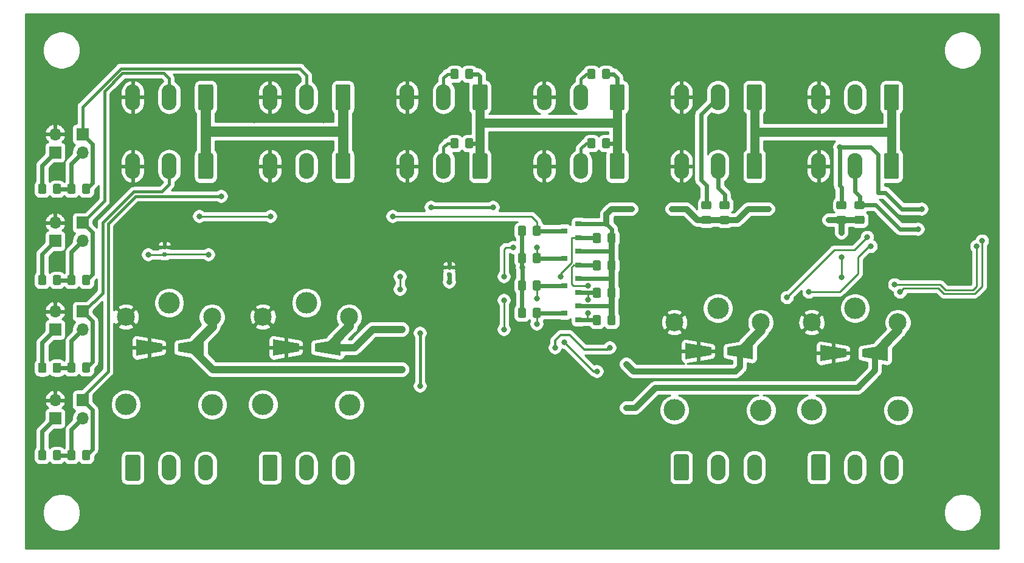
<source format=gbl>
G04 #@! TF.GenerationSoftware,KiCad,Pcbnew,(5.1.6)-1*
G04 #@! TF.CreationDate,2020-09-21T23:14:33+02:00*
G04 #@! TF.ProjectId,Brewnode_PCB,42726577-6e6f-4646-955f-5043422e6b69,1.0*
G04 #@! TF.SameCoordinates,Original*
G04 #@! TF.FileFunction,Copper,L2,Bot*
G04 #@! TF.FilePolarity,Positive*
%FSLAX46Y46*%
G04 Gerber Fmt 4.6, Leading zero omitted, Abs format (unit mm)*
G04 Created by KiCad (PCBNEW (5.1.6)-1) date 2020-09-21 23:14:33*
%MOMM*%
%LPD*%
G01*
G04 APERTURE LIST*
G04 #@! TA.AperFunction,ComponentPad*
%ADD10O,2.080000X3.600000*%
G04 #@! TD*
G04 #@! TA.AperFunction,SMDPad,CuDef*
%ADD11R,0.900000X0.800000*%
G04 #@! TD*
G04 #@! TA.AperFunction,ComponentPad*
%ADD12C,3.000000*%
G04 #@! TD*
G04 #@! TA.AperFunction,ComponentPad*
%ADD13C,2.500000*%
G04 #@! TD*
G04 #@! TA.AperFunction,ComponentPad*
%ADD14O,1.700000X1.700000*%
G04 #@! TD*
G04 #@! TA.AperFunction,ComponentPad*
%ADD15R,1.700000X1.700000*%
G04 #@! TD*
G04 #@! TA.AperFunction,SMDPad,CuDef*
%ADD16C,0.150000*%
G04 #@! TD*
G04 #@! TA.AperFunction,ViaPad*
%ADD17C,0.800000*%
G04 #@! TD*
G04 #@! TA.AperFunction,ViaPad*
%ADD18C,2.000000*%
G04 #@! TD*
G04 #@! TA.AperFunction,Conductor*
%ADD19C,0.254000*%
G04 #@! TD*
G04 #@! TA.AperFunction,Conductor*
%ADD20C,0.609600*%
G04 #@! TD*
G04 #@! TA.AperFunction,Conductor*
%ADD21C,1.270000*%
G04 #@! TD*
G04 #@! TA.AperFunction,Conductor*
%ADD22C,1.422400*%
G04 #@! TD*
G04 #@! TA.AperFunction,Conductor*
%ADD23C,0.812800*%
G04 #@! TD*
G04 #@! TA.AperFunction,Conductor*
%ADD24C,1.016000*%
G04 #@! TD*
G04 #@! TA.AperFunction,Conductor*
%ADD25C,0.406400*%
G04 #@! TD*
G04 #@! TA.AperFunction,Conductor*
%ADD26C,0.304800*%
G04 #@! TD*
G04 APERTURE END LIST*
D10*
X186295000Y-137987200D03*
X181215000Y-137987200D03*
G04 #@! TA.AperFunction,ComponentPad*
G36*
G01*
X175095000Y-139537201D02*
X175095000Y-136437199D01*
G75*
G02*
X175344999Y-136187200I249999J0D01*
G01*
X176925001Y-136187200D01*
G75*
G02*
X177175000Y-136437199I0J-249999D01*
G01*
X177175000Y-139537201D01*
G75*
G02*
X176925001Y-139787200I-249999J0D01*
G01*
X175344999Y-139787200D01*
G75*
G02*
X175095000Y-139537201I0J249999D01*
G01*
G37*
G04 #@! TD.AperFunction*
X167192840Y-137987200D03*
X162112840Y-137987200D03*
G04 #@! TA.AperFunction,ComponentPad*
G36*
G01*
X155992840Y-139537201D02*
X155992840Y-136437199D01*
G75*
G02*
X156242839Y-136187200I249999J0D01*
G01*
X157822841Y-136187200D01*
G75*
G02*
X158072840Y-136437199I0J-249999D01*
G01*
X158072840Y-139537201D01*
G75*
G02*
X157822841Y-139787200I-249999J0D01*
G01*
X156242839Y-139787200D01*
G75*
G02*
X155992840Y-139537201I0J249999D01*
G01*
G37*
G04 #@! TD.AperFunction*
G04 #@! TA.AperFunction,SMDPad,CuDef*
G36*
G01*
X145068000Y-92399999D02*
X145068000Y-93300001D01*
G75*
G02*
X144818001Y-93550000I-249999J0D01*
G01*
X144167999Y-93550000D01*
G75*
G02*
X143918000Y-93300001I0J249999D01*
G01*
X143918000Y-92399999D01*
G75*
G02*
X144167999Y-92150000I249999J0D01*
G01*
X144818001Y-92150000D01*
G75*
G02*
X145068000Y-92399999I0J-249999D01*
G01*
G37*
G04 #@! TD.AperFunction*
G04 #@! TA.AperFunction,SMDPad,CuDef*
G36*
G01*
X147118000Y-92399999D02*
X147118000Y-93300001D01*
G75*
G02*
X146868001Y-93550000I-249999J0D01*
G01*
X146217999Y-93550000D01*
G75*
G02*
X145968000Y-93300001I0J249999D01*
G01*
X145968000Y-92399999D01*
G75*
G02*
X146217999Y-92150000I249999J0D01*
G01*
X146868001Y-92150000D01*
G75*
G02*
X147118000Y-92399999I0J-249999D01*
G01*
G37*
G04 #@! TD.AperFunction*
G04 #@! TA.AperFunction,SMDPad,CuDef*
G36*
G01*
X126018000Y-92399999D02*
X126018000Y-93300001D01*
G75*
G02*
X125768001Y-93550000I-249999J0D01*
G01*
X125117999Y-93550000D01*
G75*
G02*
X124868000Y-93300001I0J249999D01*
G01*
X124868000Y-92399999D01*
G75*
G02*
X125117999Y-92150000I249999J0D01*
G01*
X125768001Y-92150000D01*
G75*
G02*
X126018000Y-92399999I0J-249999D01*
G01*
G37*
G04 #@! TD.AperFunction*
G04 #@! TA.AperFunction,SMDPad,CuDef*
G36*
G01*
X128068000Y-92399999D02*
X128068000Y-93300001D01*
G75*
G02*
X127818001Y-93550000I-249999J0D01*
G01*
X127167999Y-93550000D01*
G75*
G02*
X126918000Y-93300001I0J249999D01*
G01*
X126918000Y-92399999D01*
G75*
G02*
X127167999Y-92150000I249999J0D01*
G01*
X127818001Y-92150000D01*
G75*
G02*
X128068000Y-92399999I0J-249999D01*
G01*
G37*
G04 #@! TD.AperFunction*
G04 #@! TA.AperFunction,SMDPad,CuDef*
G36*
G01*
X126018000Y-82747999D02*
X126018000Y-83648001D01*
G75*
G02*
X125768001Y-83898000I-249999J0D01*
G01*
X125117999Y-83898000D01*
G75*
G02*
X124868000Y-83648001I0J249999D01*
G01*
X124868000Y-82747999D01*
G75*
G02*
X125117999Y-82498000I249999J0D01*
G01*
X125768001Y-82498000D01*
G75*
G02*
X126018000Y-82747999I0J-249999D01*
G01*
G37*
G04 #@! TD.AperFunction*
G04 #@! TA.AperFunction,SMDPad,CuDef*
G36*
G01*
X128068000Y-82747999D02*
X128068000Y-83648001D01*
G75*
G02*
X127818001Y-83898000I-249999J0D01*
G01*
X127167999Y-83898000D01*
G75*
G02*
X126918000Y-83648001I0J249999D01*
G01*
X126918000Y-82747999D01*
G75*
G02*
X127167999Y-82498000I249999J0D01*
G01*
X127818001Y-82498000D01*
G75*
G02*
X128068000Y-82747999I0J-249999D01*
G01*
G37*
G04 #@! TD.AperFunction*
G04 #@! TA.AperFunction,SMDPad,CuDef*
G36*
G01*
X145068000Y-82747999D02*
X145068000Y-83648001D01*
G75*
G02*
X144818001Y-83898000I-249999J0D01*
G01*
X144167999Y-83898000D01*
G75*
G02*
X143918000Y-83648001I0J249999D01*
G01*
X143918000Y-82747999D01*
G75*
G02*
X144167999Y-82498000I249999J0D01*
G01*
X144818001Y-82498000D01*
G75*
G02*
X145068000Y-82747999I0J-249999D01*
G01*
G37*
G04 #@! TD.AperFunction*
G04 #@! TA.AperFunction,SMDPad,CuDef*
G36*
G01*
X147118000Y-82747999D02*
X147118000Y-83648001D01*
G75*
G02*
X146868001Y-83898000I-249999J0D01*
G01*
X146217999Y-83898000D01*
G75*
G02*
X145968000Y-83648001I0J249999D01*
G01*
X145968000Y-82747999D01*
G75*
G02*
X146217999Y-82498000I249999J0D01*
G01*
X146868001Y-82498000D01*
G75*
G02*
X147118000Y-82747999I0J-249999D01*
G01*
G37*
G04 #@! TD.AperFunction*
G04 #@! TA.AperFunction,SMDPad,CuDef*
G36*
G01*
X182290001Y-102043000D02*
X181389999Y-102043000D01*
G75*
G02*
X181140000Y-101793001I0J249999D01*
G01*
X181140000Y-101142999D01*
G75*
G02*
X181389999Y-100893000I249999J0D01*
G01*
X182290001Y-100893000D01*
G75*
G02*
X182540000Y-101142999I0J-249999D01*
G01*
X182540000Y-101793001D01*
G75*
G02*
X182290001Y-102043000I-249999J0D01*
G01*
G37*
G04 #@! TD.AperFunction*
G04 #@! TA.AperFunction,SMDPad,CuDef*
G36*
G01*
X182290001Y-104093000D02*
X181389999Y-104093000D01*
G75*
G02*
X181140000Y-103843001I0J249999D01*
G01*
X181140000Y-103192999D01*
G75*
G02*
X181389999Y-102943000I249999J0D01*
G01*
X182290001Y-102943000D01*
G75*
G02*
X182540000Y-103192999I0J-249999D01*
G01*
X182540000Y-103843001D01*
G75*
G02*
X182290001Y-104093000I-249999J0D01*
G01*
G37*
G04 #@! TD.AperFunction*
G04 #@! TA.AperFunction,SMDPad,CuDef*
G36*
G01*
X163494001Y-102061000D02*
X162593999Y-102061000D01*
G75*
G02*
X162344000Y-101811001I0J249999D01*
G01*
X162344000Y-101160999D01*
G75*
G02*
X162593999Y-100911000I249999J0D01*
G01*
X163494001Y-100911000D01*
G75*
G02*
X163744000Y-101160999I0J-249999D01*
G01*
X163744000Y-101811001D01*
G75*
G02*
X163494001Y-102061000I-249999J0D01*
G01*
G37*
G04 #@! TD.AperFunction*
G04 #@! TA.AperFunction,SMDPad,CuDef*
G36*
G01*
X163494001Y-104111000D02*
X162593999Y-104111000D01*
G75*
G02*
X162344000Y-103861001I0J249999D01*
G01*
X162344000Y-103210999D01*
G75*
G02*
X162593999Y-102961000I249999J0D01*
G01*
X163494001Y-102961000D01*
G75*
G02*
X163744000Y-103210999I0J-249999D01*
G01*
X163744000Y-103861001D01*
G75*
G02*
X163494001Y-104111000I-249999J0D01*
G01*
G37*
G04 #@! TD.AperFunction*
G04 #@! TA.AperFunction,SMDPad,CuDef*
G36*
G01*
X160954001Y-102052000D02*
X160053999Y-102052000D01*
G75*
G02*
X159804000Y-101802001I0J249999D01*
G01*
X159804000Y-101151999D01*
G75*
G02*
X160053999Y-100902000I249999J0D01*
G01*
X160954001Y-100902000D01*
G75*
G02*
X161204000Y-101151999I0J-249999D01*
G01*
X161204000Y-101802001D01*
G75*
G02*
X160954001Y-102052000I-249999J0D01*
G01*
G37*
G04 #@! TD.AperFunction*
G04 #@! TA.AperFunction,SMDPad,CuDef*
G36*
G01*
X160954001Y-104102000D02*
X160053999Y-104102000D01*
G75*
G02*
X159804000Y-103852001I0J249999D01*
G01*
X159804000Y-103201999D01*
G75*
G02*
X160053999Y-102952000I249999J0D01*
G01*
X160954001Y-102952000D01*
G75*
G02*
X161204000Y-103201999I0J-249999D01*
G01*
X161204000Y-103852001D01*
G75*
G02*
X160954001Y-104102000I-249999J0D01*
G01*
G37*
G04 #@! TD.AperFunction*
G04 #@! TA.AperFunction,SMDPad,CuDef*
G36*
G01*
X179750001Y-102052000D02*
X178849999Y-102052000D01*
G75*
G02*
X178600000Y-101802001I0J249999D01*
G01*
X178600000Y-101151999D01*
G75*
G02*
X178849999Y-100902000I249999J0D01*
G01*
X179750001Y-100902000D01*
G75*
G02*
X180000000Y-101151999I0J-249999D01*
G01*
X180000000Y-101802001D01*
G75*
G02*
X179750001Y-102052000I-249999J0D01*
G01*
G37*
G04 #@! TD.AperFunction*
G04 #@! TA.AperFunction,SMDPad,CuDef*
G36*
G01*
X179750001Y-104102000D02*
X178849999Y-104102000D01*
G75*
G02*
X178600000Y-103852001I0J249999D01*
G01*
X178600000Y-103201999D01*
G75*
G02*
X178849999Y-102952000I249999J0D01*
G01*
X179750001Y-102952000D01*
G75*
G02*
X180000000Y-103201999I0J-249999D01*
G01*
X180000000Y-103852001D01*
G75*
G02*
X179750001Y-104102000I-249999J0D01*
G01*
G37*
G04 #@! TD.AperFunction*
G04 #@! TA.AperFunction,SMDPad,CuDef*
G36*
G01*
X136316000Y-105492001D02*
X136316000Y-104591999D01*
G75*
G02*
X136565999Y-104342000I249999J0D01*
G01*
X137216001Y-104342000D01*
G75*
G02*
X137466000Y-104591999I0J-249999D01*
G01*
X137466000Y-105492001D01*
G75*
G02*
X137216001Y-105742000I-249999J0D01*
G01*
X136565999Y-105742000D01*
G75*
G02*
X136316000Y-105492001I0J249999D01*
G01*
G37*
G04 #@! TD.AperFunction*
G04 #@! TA.AperFunction,SMDPad,CuDef*
G36*
G01*
X134266000Y-105492001D02*
X134266000Y-104591999D01*
G75*
G02*
X134515999Y-104342000I249999J0D01*
G01*
X135166001Y-104342000D01*
G75*
G02*
X135416000Y-104591999I0J-249999D01*
G01*
X135416000Y-105492001D01*
G75*
G02*
X135166001Y-105742000I-249999J0D01*
G01*
X134515999Y-105742000D01*
G75*
G02*
X134266000Y-105492001I0J249999D01*
G01*
G37*
G04 #@! TD.AperFunction*
G04 #@! TA.AperFunction,SMDPad,CuDef*
G36*
G01*
X136316000Y-109302001D02*
X136316000Y-108401999D01*
G75*
G02*
X136565999Y-108152000I249999J0D01*
G01*
X137216001Y-108152000D01*
G75*
G02*
X137466000Y-108401999I0J-249999D01*
G01*
X137466000Y-109302001D01*
G75*
G02*
X137216001Y-109552000I-249999J0D01*
G01*
X136565999Y-109552000D01*
G75*
G02*
X136316000Y-109302001I0J249999D01*
G01*
G37*
G04 #@! TD.AperFunction*
G04 #@! TA.AperFunction,SMDPad,CuDef*
G36*
G01*
X134266000Y-109302001D02*
X134266000Y-108401999D01*
G75*
G02*
X134515999Y-108152000I249999J0D01*
G01*
X135166001Y-108152000D01*
G75*
G02*
X135416000Y-108401999I0J-249999D01*
G01*
X135416000Y-109302001D01*
G75*
G02*
X135166001Y-109552000I-249999J0D01*
G01*
X134515999Y-109552000D01*
G75*
G02*
X134266000Y-109302001I0J249999D01*
G01*
G37*
G04 #@! TD.AperFunction*
G04 #@! TA.AperFunction,SMDPad,CuDef*
G36*
G01*
X136316000Y-113112001D02*
X136316000Y-112211999D01*
G75*
G02*
X136565999Y-111962000I249999J0D01*
G01*
X137216001Y-111962000D01*
G75*
G02*
X137466000Y-112211999I0J-249999D01*
G01*
X137466000Y-113112001D01*
G75*
G02*
X137216001Y-113362000I-249999J0D01*
G01*
X136565999Y-113362000D01*
G75*
G02*
X136316000Y-113112001I0J249999D01*
G01*
G37*
G04 #@! TD.AperFunction*
G04 #@! TA.AperFunction,SMDPad,CuDef*
G36*
G01*
X134266000Y-113112001D02*
X134266000Y-112211999D01*
G75*
G02*
X134515999Y-111962000I249999J0D01*
G01*
X135166001Y-111962000D01*
G75*
G02*
X135416000Y-112211999I0J-249999D01*
G01*
X135416000Y-113112001D01*
G75*
G02*
X135166001Y-113362000I-249999J0D01*
G01*
X134515999Y-113362000D01*
G75*
G02*
X134266000Y-113112001I0J249999D01*
G01*
G37*
G04 #@! TD.AperFunction*
G04 #@! TA.AperFunction,SMDPad,CuDef*
G36*
G01*
X136316000Y-116922001D02*
X136316000Y-116021999D01*
G75*
G02*
X136565999Y-115772000I249999J0D01*
G01*
X137216001Y-115772000D01*
G75*
G02*
X137466000Y-116021999I0J-249999D01*
G01*
X137466000Y-116922001D01*
G75*
G02*
X137216001Y-117172000I-249999J0D01*
G01*
X136565999Y-117172000D01*
G75*
G02*
X136316000Y-116922001I0J249999D01*
G01*
G37*
G04 #@! TD.AperFunction*
G04 #@! TA.AperFunction,SMDPad,CuDef*
G36*
G01*
X134266000Y-116922001D02*
X134266000Y-116021999D01*
G75*
G02*
X134515999Y-115772000I249999J0D01*
G01*
X135166001Y-115772000D01*
G75*
G02*
X135416000Y-116021999I0J-249999D01*
G01*
X135416000Y-116922001D01*
G75*
G02*
X135166001Y-117172000I-249999J0D01*
G01*
X134515999Y-117172000D01*
G75*
G02*
X134266000Y-116922001I0J249999D01*
G01*
G37*
G04 #@! TD.AperFunction*
G04 #@! TA.AperFunction,SMDPad,CuDef*
G36*
G01*
X145830000Y-105607999D02*
X145830000Y-106508001D01*
G75*
G02*
X145580001Y-106758000I-249999J0D01*
G01*
X144929999Y-106758000D01*
G75*
G02*
X144680000Y-106508001I0J249999D01*
G01*
X144680000Y-105607999D01*
G75*
G02*
X144929999Y-105358000I249999J0D01*
G01*
X145580001Y-105358000D01*
G75*
G02*
X145830000Y-105607999I0J-249999D01*
G01*
G37*
G04 #@! TD.AperFunction*
G04 #@! TA.AperFunction,SMDPad,CuDef*
G36*
G01*
X147880000Y-105607999D02*
X147880000Y-106508001D01*
G75*
G02*
X147630001Y-106758000I-249999J0D01*
G01*
X146979999Y-106758000D01*
G75*
G02*
X146730000Y-106508001I0J249999D01*
G01*
X146730000Y-105607999D01*
G75*
G02*
X146979999Y-105358000I249999J0D01*
G01*
X147630001Y-105358000D01*
G75*
G02*
X147880000Y-105607999I0J-249999D01*
G01*
G37*
G04 #@! TD.AperFunction*
G04 #@! TA.AperFunction,SMDPad,CuDef*
G36*
G01*
X145830000Y-109417999D02*
X145830000Y-110318001D01*
G75*
G02*
X145580001Y-110568000I-249999J0D01*
G01*
X144929999Y-110568000D01*
G75*
G02*
X144680000Y-110318001I0J249999D01*
G01*
X144680000Y-109417999D01*
G75*
G02*
X144929999Y-109168000I249999J0D01*
G01*
X145580001Y-109168000D01*
G75*
G02*
X145830000Y-109417999I0J-249999D01*
G01*
G37*
G04 #@! TD.AperFunction*
G04 #@! TA.AperFunction,SMDPad,CuDef*
G36*
G01*
X147880000Y-109417999D02*
X147880000Y-110318001D01*
G75*
G02*
X147630001Y-110568000I-249999J0D01*
G01*
X146979999Y-110568000D01*
G75*
G02*
X146730000Y-110318001I0J249999D01*
G01*
X146730000Y-109417999D01*
G75*
G02*
X146979999Y-109168000I249999J0D01*
G01*
X147630001Y-109168000D01*
G75*
G02*
X147880000Y-109417999I0J-249999D01*
G01*
G37*
G04 #@! TD.AperFunction*
G04 #@! TA.AperFunction,SMDPad,CuDef*
G36*
G01*
X145830000Y-113227999D02*
X145830000Y-114128001D01*
G75*
G02*
X145580001Y-114378000I-249999J0D01*
G01*
X144929999Y-114378000D01*
G75*
G02*
X144680000Y-114128001I0J249999D01*
G01*
X144680000Y-113227999D01*
G75*
G02*
X144929999Y-112978000I249999J0D01*
G01*
X145580001Y-112978000D01*
G75*
G02*
X145830000Y-113227999I0J-249999D01*
G01*
G37*
G04 #@! TD.AperFunction*
G04 #@! TA.AperFunction,SMDPad,CuDef*
G36*
G01*
X147880000Y-113227999D02*
X147880000Y-114128001D01*
G75*
G02*
X147630001Y-114378000I-249999J0D01*
G01*
X146979999Y-114378000D01*
G75*
G02*
X146730000Y-114128001I0J249999D01*
G01*
X146730000Y-113227999D01*
G75*
G02*
X146979999Y-112978000I249999J0D01*
G01*
X147630001Y-112978000D01*
G75*
G02*
X147880000Y-113227999I0J-249999D01*
G01*
G37*
G04 #@! TD.AperFunction*
G04 #@! TA.AperFunction,SMDPad,CuDef*
G36*
G01*
X145830000Y-117037999D02*
X145830000Y-117938001D01*
G75*
G02*
X145580001Y-118188000I-249999J0D01*
G01*
X144929999Y-118188000D01*
G75*
G02*
X144680000Y-117938001I0J249999D01*
G01*
X144680000Y-117037999D01*
G75*
G02*
X144929999Y-116788000I249999J0D01*
G01*
X145580001Y-116788000D01*
G75*
G02*
X145830000Y-117037999I0J-249999D01*
G01*
G37*
G04 #@! TD.AperFunction*
G04 #@! TA.AperFunction,SMDPad,CuDef*
G36*
G01*
X147880000Y-117037999D02*
X147880000Y-117938001D01*
G75*
G02*
X147630001Y-118188000I-249999J0D01*
G01*
X146979999Y-118188000D01*
G75*
G02*
X146730000Y-117938001I0J249999D01*
G01*
X146730000Y-117037999D01*
G75*
G02*
X146979999Y-116788000I249999J0D01*
G01*
X147630001Y-116788000D01*
G75*
G02*
X147880000Y-117037999I0J-249999D01*
G01*
G37*
G04 #@! TD.AperFunction*
G04 #@! TA.AperFunction,SMDPad,CuDef*
G36*
G01*
X68614000Y-135833999D02*
X68614000Y-136734001D01*
G75*
G02*
X68364001Y-136984000I-249999J0D01*
G01*
X67713999Y-136984000D01*
G75*
G02*
X67464000Y-136734001I0J249999D01*
G01*
X67464000Y-135833999D01*
G75*
G02*
X67713999Y-135584000I249999J0D01*
G01*
X68364001Y-135584000D01*
G75*
G02*
X68614000Y-135833999I0J-249999D01*
G01*
G37*
G04 #@! TD.AperFunction*
G04 #@! TA.AperFunction,SMDPad,CuDef*
G36*
G01*
X70664000Y-135833999D02*
X70664000Y-136734001D01*
G75*
G02*
X70414001Y-136984000I-249999J0D01*
G01*
X69763999Y-136984000D01*
G75*
G02*
X69514000Y-136734001I0J249999D01*
G01*
X69514000Y-135833999D01*
G75*
G02*
X69763999Y-135584000I249999J0D01*
G01*
X70414001Y-135584000D01*
G75*
G02*
X70664000Y-135833999I0J-249999D01*
G01*
G37*
G04 #@! TD.AperFunction*
G04 #@! TA.AperFunction,SMDPad,CuDef*
G36*
G01*
X72678000Y-135833999D02*
X72678000Y-136734001D01*
G75*
G02*
X72428001Y-136984000I-249999J0D01*
G01*
X71777999Y-136984000D01*
G75*
G02*
X71528000Y-136734001I0J249999D01*
G01*
X71528000Y-135833999D01*
G75*
G02*
X71777999Y-135584000I249999J0D01*
G01*
X72428001Y-135584000D01*
G75*
G02*
X72678000Y-135833999I0J-249999D01*
G01*
G37*
G04 #@! TD.AperFunction*
G04 #@! TA.AperFunction,SMDPad,CuDef*
G36*
G01*
X74728000Y-135833999D02*
X74728000Y-136734001D01*
G75*
G02*
X74478001Y-136984000I-249999J0D01*
G01*
X73827999Y-136984000D01*
G75*
G02*
X73578000Y-136734001I0J249999D01*
G01*
X73578000Y-135833999D01*
G75*
G02*
X73827999Y-135584000I249999J0D01*
G01*
X74478001Y-135584000D01*
G75*
G02*
X74728000Y-135833999I0J-249999D01*
G01*
G37*
G04 #@! TD.AperFunction*
G04 #@! TA.AperFunction,SMDPad,CuDef*
G36*
G01*
X68614000Y-123665999D02*
X68614000Y-124566001D01*
G75*
G02*
X68364001Y-124816000I-249999J0D01*
G01*
X67713999Y-124816000D01*
G75*
G02*
X67464000Y-124566001I0J249999D01*
G01*
X67464000Y-123665999D01*
G75*
G02*
X67713999Y-123416000I249999J0D01*
G01*
X68364001Y-123416000D01*
G75*
G02*
X68614000Y-123665999I0J-249999D01*
G01*
G37*
G04 #@! TD.AperFunction*
G04 #@! TA.AperFunction,SMDPad,CuDef*
G36*
G01*
X70664000Y-123665999D02*
X70664000Y-124566001D01*
G75*
G02*
X70414001Y-124816000I-249999J0D01*
G01*
X69763999Y-124816000D01*
G75*
G02*
X69514000Y-124566001I0J249999D01*
G01*
X69514000Y-123665999D01*
G75*
G02*
X69763999Y-123416000I249999J0D01*
G01*
X70414001Y-123416000D01*
G75*
G02*
X70664000Y-123665999I0J-249999D01*
G01*
G37*
G04 #@! TD.AperFunction*
G04 #@! TA.AperFunction,SMDPad,CuDef*
G36*
G01*
X72678000Y-123641999D02*
X72678000Y-124542001D01*
G75*
G02*
X72428001Y-124792000I-249999J0D01*
G01*
X71777999Y-124792000D01*
G75*
G02*
X71528000Y-124542001I0J249999D01*
G01*
X71528000Y-123641999D01*
G75*
G02*
X71777999Y-123392000I249999J0D01*
G01*
X72428001Y-123392000D01*
G75*
G02*
X72678000Y-123641999I0J-249999D01*
G01*
G37*
G04 #@! TD.AperFunction*
G04 #@! TA.AperFunction,SMDPad,CuDef*
G36*
G01*
X74728000Y-123641999D02*
X74728000Y-124542001D01*
G75*
G02*
X74478001Y-124792000I-249999J0D01*
G01*
X73827999Y-124792000D01*
G75*
G02*
X73578000Y-124542001I0J249999D01*
G01*
X73578000Y-123641999D01*
G75*
G02*
X73827999Y-123392000I249999J0D01*
G01*
X74478001Y-123392000D01*
G75*
G02*
X74728000Y-123641999I0J-249999D01*
G01*
G37*
G04 #@! TD.AperFunction*
G04 #@! TA.AperFunction,SMDPad,CuDef*
G36*
G01*
X68614000Y-111449999D02*
X68614000Y-112350001D01*
G75*
G02*
X68364001Y-112600000I-249999J0D01*
G01*
X67713999Y-112600000D01*
G75*
G02*
X67464000Y-112350001I0J249999D01*
G01*
X67464000Y-111449999D01*
G75*
G02*
X67713999Y-111200000I249999J0D01*
G01*
X68364001Y-111200000D01*
G75*
G02*
X68614000Y-111449999I0J-249999D01*
G01*
G37*
G04 #@! TD.AperFunction*
G04 #@! TA.AperFunction,SMDPad,CuDef*
G36*
G01*
X70664000Y-111449999D02*
X70664000Y-112350001D01*
G75*
G02*
X70414001Y-112600000I-249999J0D01*
G01*
X69763999Y-112600000D01*
G75*
G02*
X69514000Y-112350001I0J249999D01*
G01*
X69514000Y-111449999D01*
G75*
G02*
X69763999Y-111200000I249999J0D01*
G01*
X70414001Y-111200000D01*
G75*
G02*
X70664000Y-111449999I0J-249999D01*
G01*
G37*
G04 #@! TD.AperFunction*
G04 #@! TA.AperFunction,SMDPad,CuDef*
G36*
G01*
X72678000Y-111449999D02*
X72678000Y-112350001D01*
G75*
G02*
X72428001Y-112600000I-249999J0D01*
G01*
X71777999Y-112600000D01*
G75*
G02*
X71528000Y-112350001I0J249999D01*
G01*
X71528000Y-111449999D01*
G75*
G02*
X71777999Y-111200000I249999J0D01*
G01*
X72428001Y-111200000D01*
G75*
G02*
X72678000Y-111449999I0J-249999D01*
G01*
G37*
G04 #@! TD.AperFunction*
G04 #@! TA.AperFunction,SMDPad,CuDef*
G36*
G01*
X74728000Y-111449999D02*
X74728000Y-112350001D01*
G75*
G02*
X74478001Y-112600000I-249999J0D01*
G01*
X73827999Y-112600000D01*
G75*
G02*
X73578000Y-112350001I0J249999D01*
G01*
X73578000Y-111449999D01*
G75*
G02*
X73827999Y-111200000I249999J0D01*
G01*
X74478001Y-111200000D01*
G75*
G02*
X74728000Y-111449999I0J-249999D01*
G01*
G37*
G04 #@! TD.AperFunction*
G04 #@! TA.AperFunction,SMDPad,CuDef*
G36*
G01*
X68614000Y-98749999D02*
X68614000Y-99650001D01*
G75*
G02*
X68364001Y-99900000I-249999J0D01*
G01*
X67713999Y-99900000D01*
G75*
G02*
X67464000Y-99650001I0J249999D01*
G01*
X67464000Y-98749999D01*
G75*
G02*
X67713999Y-98500000I249999J0D01*
G01*
X68364001Y-98500000D01*
G75*
G02*
X68614000Y-98749999I0J-249999D01*
G01*
G37*
G04 #@! TD.AperFunction*
G04 #@! TA.AperFunction,SMDPad,CuDef*
G36*
G01*
X70664000Y-98749999D02*
X70664000Y-99650001D01*
G75*
G02*
X70414001Y-99900000I-249999J0D01*
G01*
X69763999Y-99900000D01*
G75*
G02*
X69514000Y-99650001I0J249999D01*
G01*
X69514000Y-98749999D01*
G75*
G02*
X69763999Y-98500000I249999J0D01*
G01*
X70414001Y-98500000D01*
G75*
G02*
X70664000Y-98749999I0J-249999D01*
G01*
G37*
G04 #@! TD.AperFunction*
G04 #@! TA.AperFunction,SMDPad,CuDef*
G36*
G01*
X72678000Y-98749999D02*
X72678000Y-99650001D01*
G75*
G02*
X72428001Y-99900000I-249999J0D01*
G01*
X71777999Y-99900000D01*
G75*
G02*
X71528000Y-99650001I0J249999D01*
G01*
X71528000Y-98749999D01*
G75*
G02*
X71777999Y-98500000I249999J0D01*
G01*
X72428001Y-98500000D01*
G75*
G02*
X72678000Y-98749999I0J-249999D01*
G01*
G37*
G04 #@! TD.AperFunction*
G04 #@! TA.AperFunction,SMDPad,CuDef*
G36*
G01*
X74728000Y-98749999D02*
X74728000Y-99650001D01*
G75*
G02*
X74478001Y-99900000I-249999J0D01*
G01*
X73827999Y-99900000D01*
G75*
G02*
X73578000Y-99650001I0J249999D01*
G01*
X73578000Y-98749999D01*
G75*
G02*
X73827999Y-98500000I249999J0D01*
G01*
X74478001Y-98500000D01*
G75*
G02*
X74728000Y-98749999I0J-249999D01*
G01*
G37*
G04 #@! TD.AperFunction*
D11*
X140708000Y-105042000D03*
X142708000Y-105992000D03*
X142708000Y-104092000D03*
X140708000Y-108852000D03*
X142708000Y-109802000D03*
X142708000Y-107902000D03*
X140708000Y-112662000D03*
X142708000Y-113612000D03*
X142708000Y-111712000D03*
X140708000Y-116472000D03*
X142708000Y-117422000D03*
X142708000Y-115522000D03*
D12*
X181215000Y-115837000D03*
D13*
X187165000Y-117787000D03*
D12*
X187215000Y-130037000D03*
X175165000Y-129987000D03*
D13*
X175165000Y-117787000D03*
D12*
X162112840Y-115837000D03*
D13*
X168062840Y-117787000D03*
D12*
X168112840Y-130037000D03*
X156062840Y-129987000D03*
D13*
X156062840Y-117787000D03*
D12*
X104818360Y-115075000D03*
D13*
X110768360Y-117025000D03*
D12*
X110818360Y-129275000D03*
X98768360Y-129225000D03*
D13*
X98768360Y-117025000D03*
D12*
X85720200Y-115075000D03*
D13*
X91670200Y-117025000D03*
D12*
X91720200Y-129275000D03*
X79670200Y-129225000D03*
D13*
X79670200Y-117025000D03*
D14*
X69826000Y-128631666D03*
D15*
X69826000Y-131171666D03*
D14*
X73636000Y-131161666D03*
D15*
X73636000Y-128621666D03*
D14*
X69826000Y-116284444D03*
D15*
X69826000Y-118824444D03*
D14*
X73636000Y-118814444D03*
D15*
X73636000Y-116274444D03*
D14*
X69826000Y-103937222D03*
D15*
X69826000Y-106477222D03*
D14*
X73636000Y-106467222D03*
D15*
X73636000Y-103927222D03*
D14*
X69826000Y-91580000D03*
D15*
X69826000Y-94120000D03*
D14*
X73636000Y-94120000D03*
D15*
X73636000Y-91580000D03*
D10*
X176135000Y-96025000D03*
X181215000Y-96025000D03*
G04 #@! TA.AperFunction,ComponentPad*
G36*
G01*
X187335000Y-94474999D02*
X187335000Y-97575001D01*
G75*
G02*
X187085001Y-97825000I-249999J0D01*
G01*
X185504999Y-97825000D01*
G75*
G02*
X185255000Y-97575001I0J249999D01*
G01*
X185255000Y-94474999D01*
G75*
G02*
X185504999Y-94225000I249999J0D01*
G01*
X187085001Y-94225000D01*
G75*
G02*
X187335000Y-94474999I0J-249999D01*
G01*
G37*
G04 #@! TD.AperFunction*
X157032840Y-96025000D03*
X162112840Y-96025000D03*
G04 #@! TA.AperFunction,ComponentPad*
G36*
G01*
X168232840Y-94474999D02*
X168232840Y-97575001D01*
G75*
G02*
X167982841Y-97825000I-249999J0D01*
G01*
X166402839Y-97825000D01*
G75*
G02*
X166152840Y-97575001I0J249999D01*
G01*
X166152840Y-94474999D01*
G75*
G02*
X166402839Y-94225000I249999J0D01*
G01*
X167982841Y-94225000D01*
G75*
G02*
X168232840Y-94474999I0J-249999D01*
G01*
G37*
G04 #@! TD.AperFunction*
X157032840Y-86445200D03*
X162112840Y-86445200D03*
G04 #@! TA.AperFunction,ComponentPad*
G36*
G01*
X168232840Y-84895199D02*
X168232840Y-87995201D01*
G75*
G02*
X167982841Y-88245200I-249999J0D01*
G01*
X166402839Y-88245200D01*
G75*
G02*
X166152840Y-87995201I0J249999D01*
G01*
X166152840Y-84895199D01*
G75*
G02*
X166402839Y-84645200I249999J0D01*
G01*
X167982841Y-84645200D01*
G75*
G02*
X168232840Y-84895199I0J-249999D01*
G01*
G37*
G04 #@! TD.AperFunction*
X176131000Y-86445200D03*
X181211000Y-86445200D03*
G04 #@! TA.AperFunction,ComponentPad*
G36*
G01*
X187331000Y-84895199D02*
X187331000Y-87995201D01*
G75*
G02*
X187081001Y-88245200I-249999J0D01*
G01*
X185500999Y-88245200D01*
G75*
G02*
X185251000Y-87995201I0J249999D01*
G01*
X185251000Y-84895199D01*
G75*
G02*
X185500999Y-84645200I249999J0D01*
G01*
X187081001Y-84645200D01*
G75*
G02*
X187331000Y-84895199I0J-249999D01*
G01*
G37*
G04 #@! TD.AperFunction*
X99738360Y-96025000D03*
X104818360Y-96025000D03*
G04 #@! TA.AperFunction,ComponentPad*
G36*
G01*
X110938360Y-94474999D02*
X110938360Y-97575001D01*
G75*
G02*
X110688361Y-97825000I-249999J0D01*
G01*
X109108359Y-97825000D01*
G75*
G02*
X108858360Y-97575001I0J249999D01*
G01*
X108858360Y-94474999D01*
G75*
G02*
X109108359Y-94225000I249999J0D01*
G01*
X110688361Y-94225000D01*
G75*
G02*
X110938360Y-94474999I0J-249999D01*
G01*
G37*
G04 #@! TD.AperFunction*
X80640200Y-96025000D03*
X85720200Y-96025000D03*
G04 #@! TA.AperFunction,ComponentPad*
G36*
G01*
X91840200Y-94474999D02*
X91840200Y-97575001D01*
G75*
G02*
X91590201Y-97825000I-249999J0D01*
G01*
X90010199Y-97825000D01*
G75*
G02*
X89760200Y-97575001I0J249999D01*
G01*
X89760200Y-94474999D01*
G75*
G02*
X90010199Y-94225000I249999J0D01*
G01*
X91590201Y-94225000D01*
G75*
G02*
X91840200Y-94474999I0J-249999D01*
G01*
G37*
G04 #@! TD.AperFunction*
X80640200Y-86445200D03*
X85720200Y-86445200D03*
G04 #@! TA.AperFunction,ComponentPad*
G36*
G01*
X91840200Y-84895199D02*
X91840200Y-87995201D01*
G75*
G02*
X91590201Y-88245200I-249999J0D01*
G01*
X90010199Y-88245200D01*
G75*
G02*
X89760200Y-87995201I0J249999D01*
G01*
X89760200Y-84895199D01*
G75*
G02*
X90010199Y-84645200I249999J0D01*
G01*
X91590201Y-84645200D01*
G75*
G02*
X91840200Y-84895199I0J-249999D01*
G01*
G37*
G04 #@! TD.AperFunction*
X99738360Y-86445200D03*
X104818360Y-86445200D03*
G04 #@! TA.AperFunction,ComponentPad*
G36*
G01*
X110938360Y-84895199D02*
X110938360Y-87995201D01*
G75*
G02*
X110688361Y-88245200I-249999J0D01*
G01*
X109108359Y-88245200D01*
G75*
G02*
X108858360Y-87995201I0J249999D01*
G01*
X108858360Y-84895199D01*
G75*
G02*
X109108359Y-84645200I249999J0D01*
G01*
X110688361Y-84645200D01*
G75*
G02*
X110938360Y-84895199I0J-249999D01*
G01*
G37*
G04 #@! TD.AperFunction*
X109898360Y-138049200D03*
X104818360Y-138049200D03*
G04 #@! TA.AperFunction,ComponentPad*
G36*
G01*
X98698360Y-139599201D02*
X98698360Y-136499199D01*
G75*
G02*
X98948359Y-136249200I249999J0D01*
G01*
X100528361Y-136249200D01*
G75*
G02*
X100778360Y-136499199I0J-249999D01*
G01*
X100778360Y-139599201D01*
G75*
G02*
X100528361Y-139849200I-249999J0D01*
G01*
X98948359Y-139849200D01*
G75*
G02*
X98698360Y-139599201I0J249999D01*
G01*
G37*
G04 #@! TD.AperFunction*
X90800200Y-138049200D03*
X85720200Y-138049200D03*
G04 #@! TA.AperFunction,ComponentPad*
G36*
G01*
X79600200Y-139599201D02*
X79600200Y-136499199D01*
G75*
G02*
X79850199Y-136249200I249999J0D01*
G01*
X81430201Y-136249200D01*
G75*
G02*
X81680200Y-136499199I0J-249999D01*
G01*
X81680200Y-139599201D01*
G75*
G02*
X81430201Y-139849200I-249999J0D01*
G01*
X79850199Y-139849200D01*
G75*
G02*
X79600200Y-139599201I0J249999D01*
G01*
G37*
G04 #@! TD.AperFunction*
G04 #@! TA.AperFunction,ComponentPad*
G36*
G01*
X149134680Y-94474999D02*
X149134680Y-97575001D01*
G75*
G02*
X148884681Y-97825000I-249999J0D01*
G01*
X147304679Y-97825000D01*
G75*
G02*
X147054680Y-97575001I0J249999D01*
G01*
X147054680Y-94474999D01*
G75*
G02*
X147304679Y-94225000I249999J0D01*
G01*
X148884681Y-94225000D01*
G75*
G02*
X149134680Y-94474999I0J-249999D01*
G01*
G37*
G04 #@! TD.AperFunction*
X143014680Y-96025000D03*
X137934680Y-96025000D03*
X118836520Y-96025000D03*
X123916520Y-96025000D03*
G04 #@! TA.AperFunction,ComponentPad*
G36*
G01*
X130036520Y-94474999D02*
X130036520Y-97575001D01*
G75*
G02*
X129786521Y-97825000I-249999J0D01*
G01*
X128206519Y-97825000D01*
G75*
G02*
X127956520Y-97575001I0J249999D01*
G01*
X127956520Y-94474999D01*
G75*
G02*
X128206519Y-94225000I249999J0D01*
G01*
X129786521Y-94225000D01*
G75*
G02*
X130036520Y-94474999I0J-249999D01*
G01*
G37*
G04 #@! TD.AperFunction*
G04 #@! TA.AperFunction,ComponentPad*
G36*
G01*
X130036520Y-84895199D02*
X130036520Y-87995201D01*
G75*
G02*
X129786521Y-88245200I-249999J0D01*
G01*
X128206519Y-88245200D01*
G75*
G02*
X127956520Y-87995201I0J249999D01*
G01*
X127956520Y-84895199D01*
G75*
G02*
X128206519Y-84645200I249999J0D01*
G01*
X129786521Y-84645200D01*
G75*
G02*
X130036520Y-84895199I0J-249999D01*
G01*
G37*
G04 #@! TD.AperFunction*
X123916520Y-86445200D03*
X118836520Y-86445200D03*
X137934680Y-86445200D03*
X143014680Y-86445200D03*
G04 #@! TA.AperFunction,ComponentPad*
G36*
G01*
X149134680Y-84895199D02*
X149134680Y-87995201D01*
G75*
G02*
X148884681Y-88245200I-249999J0D01*
G01*
X147304679Y-88245200D01*
G75*
G02*
X147054680Y-87995201I0J249999D01*
G01*
X147054680Y-84895199D01*
G75*
G02*
X147304679Y-84645200I249999J0D01*
G01*
X148884681Y-84645200D01*
G75*
G02*
X149134680Y-84895199I0J-249999D01*
G01*
G37*
G04 #@! TD.AperFunction*
G04 #@! TA.AperFunction,SMDPad,CuDef*
D16*
G36*
X176378000Y-123210000D02*
G01*
X176378000Y-120910000D01*
X179978000Y-121510000D01*
X179978000Y-122610000D01*
X176378000Y-123210000D01*
G37*
G04 #@! TD.AperFunction*
G04 #@! TA.AperFunction,SMDPad,CuDef*
G36*
X185778000Y-120910000D02*
G01*
X185778000Y-123210000D01*
X182178000Y-122610000D01*
X182178000Y-121510000D01*
X185778000Y-120910000D01*
G37*
G04 #@! TD.AperFunction*
G04 #@! TA.AperFunction,SMDPad,CuDef*
G36*
X157582000Y-122956000D02*
G01*
X157582000Y-120656000D01*
X161182000Y-121256000D01*
X161182000Y-122356000D01*
X157582000Y-122956000D01*
G37*
G04 #@! TD.AperFunction*
G04 #@! TA.AperFunction,SMDPad,CuDef*
G36*
X166982000Y-120656000D02*
G01*
X166982000Y-122956000D01*
X163382000Y-122356000D01*
X163382000Y-121256000D01*
X166982000Y-120656000D01*
G37*
G04 #@! TD.AperFunction*
G04 #@! TA.AperFunction,SMDPad,CuDef*
G36*
X100178000Y-122448000D02*
G01*
X100178000Y-120148000D01*
X103778000Y-120748000D01*
X103778000Y-121848000D01*
X100178000Y-122448000D01*
G37*
G04 #@! TD.AperFunction*
G04 #@! TA.AperFunction,SMDPad,CuDef*
G36*
X109578000Y-120148000D02*
G01*
X109578000Y-122448000D01*
X105978000Y-121848000D01*
X105978000Y-120748000D01*
X109578000Y-120148000D01*
G37*
G04 #@! TD.AperFunction*
G04 #@! TA.AperFunction,SMDPad,CuDef*
G36*
X81128000Y-122448000D02*
G01*
X81128000Y-120148000D01*
X84728000Y-120748000D01*
X84728000Y-121848000D01*
X81128000Y-122448000D01*
G37*
G04 #@! TD.AperFunction*
G04 #@! TA.AperFunction,SMDPad,CuDef*
G36*
X90528000Y-120148000D02*
G01*
X90528000Y-122448000D01*
X86928000Y-121848000D01*
X86928000Y-120748000D01*
X90528000Y-120148000D01*
G37*
G04 #@! TD.AperFunction*
G04 #@! TA.AperFunction,SMDPad,CuDef*
G36*
G01*
X85238500Y-107646000D02*
X84893500Y-107646000D01*
G75*
G02*
X84746000Y-107498500I0J147500D01*
G01*
X84746000Y-107203500D01*
G75*
G02*
X84893500Y-107056000I147500J0D01*
G01*
X85238500Y-107056000D01*
G75*
G02*
X85386000Y-107203500I0J-147500D01*
G01*
X85386000Y-107498500D01*
G75*
G02*
X85238500Y-107646000I-147500J0D01*
G01*
G37*
G04 #@! TD.AperFunction*
G04 #@! TA.AperFunction,SMDPad,CuDef*
G36*
G01*
X85238500Y-108616000D02*
X84893500Y-108616000D01*
G75*
G02*
X84746000Y-108468500I0J147500D01*
G01*
X84746000Y-108173500D01*
G75*
G02*
X84893500Y-108026000I147500J0D01*
G01*
X85238500Y-108026000D01*
G75*
G02*
X85386000Y-108173500I0J-147500D01*
G01*
X85386000Y-108468500D01*
G75*
G02*
X85238500Y-108616000I-147500J0D01*
G01*
G37*
G04 #@! TD.AperFunction*
G04 #@! TA.AperFunction,SMDPad,CuDef*
G36*
G01*
X124862500Y-110440000D02*
X124517500Y-110440000D01*
G75*
G02*
X124370000Y-110292500I0J147500D01*
G01*
X124370000Y-109997500D01*
G75*
G02*
X124517500Y-109850000I147500J0D01*
G01*
X124862500Y-109850000D01*
G75*
G02*
X125010000Y-109997500I0J-147500D01*
G01*
X125010000Y-110292500D01*
G75*
G02*
X124862500Y-110440000I-147500J0D01*
G01*
G37*
G04 #@! TD.AperFunction*
G04 #@! TA.AperFunction,SMDPad,CuDef*
G36*
G01*
X124862500Y-111410000D02*
X124517500Y-111410000D01*
G75*
G02*
X124370000Y-111262500I0J147500D01*
G01*
X124370000Y-110967500D01*
G75*
G02*
X124517500Y-110820000I147500J0D01*
G01*
X124862500Y-110820000D01*
G75*
G02*
X125010000Y-110967500I0J-147500D01*
G01*
X125010000Y-111262500D01*
G75*
G02*
X124862500Y-111410000I-147500J0D01*
G01*
G37*
G04 #@! TD.AperFunction*
D17*
X88392000Y-89662000D03*
X97536000Y-89662000D03*
X116840000Y-89662000D03*
X107188000Y-89662000D03*
X80772000Y-89662000D03*
X116840000Y-81280000D03*
X135636000Y-81280000D03*
X154940000Y-81280000D03*
X173990000Y-81280000D03*
X192762000Y-108090000D03*
X83796000Y-107328000D03*
X85066000Y-105296000D03*
X124690000Y-108852000D03*
X192762000Y-127508000D03*
X198374000Y-127508000D03*
D18*
X102362000Y-106312000D03*
X133326000Y-128270000D03*
X158750000Y-106312000D03*
X176022000Y-106312000D03*
D17*
X196850000Y-108090000D03*
X82780000Y-108344000D03*
X91162000Y-108344000D03*
X134850000Y-110122000D03*
X124690000Y-112154000D03*
X177522000Y-103518000D03*
X169140000Y-101994000D03*
X155678000Y-101994000D03*
X150090000Y-101994000D03*
X179300000Y-105296000D03*
X179324000Y-111506000D03*
X179324000Y-108712000D03*
X118086000Y-124346000D03*
X118086000Y-118758000D03*
X149328000Y-123584000D03*
X149328000Y-129680000D03*
X122150000Y-101740000D03*
X130786000Y-101740000D03*
X92940000Y-100216000D03*
X179046000Y-93358000D03*
X190476000Y-101994000D03*
X189968000Y-104788000D03*
X143994000Y-116472000D03*
X171704000Y-114300000D03*
X182880000Y-105918000D03*
X143994000Y-114617200D03*
X174752000Y-113538000D03*
X183388000Y-107188000D03*
X143994000Y-112662000D03*
X198882000Y-106426000D03*
X187452000Y-113538000D03*
X140184000Y-111392000D03*
X186690000Y-112522000D03*
X198120000Y-107188000D03*
X120626000Y-119266000D03*
X120626000Y-126632000D03*
X139422000Y-121298000D03*
X147042000Y-121298000D03*
X140692000Y-120536000D03*
X145264000Y-124600000D03*
X136882000Y-117996000D03*
X117832000Y-111392000D03*
X117832000Y-113170000D03*
X136882000Y-114440000D03*
X132310000Y-118758000D03*
X132310000Y-114694000D03*
X132310000Y-111392000D03*
X133580000Y-107328000D03*
X136882000Y-107328000D03*
X89892000Y-103010000D03*
X99798000Y-103010000D03*
X116816000Y-103010000D03*
D19*
X85043000Y-107328000D02*
X85066000Y-107351000D01*
X83796000Y-107328000D02*
X85043000Y-107328000D01*
X85066000Y-107351000D02*
X85066000Y-105296000D01*
D20*
X124690000Y-110145000D02*
X124690000Y-108852000D01*
D21*
X186295000Y-86449200D02*
X186291000Y-86445200D01*
X167192840Y-91241160D02*
X185988840Y-91241160D01*
X167192840Y-96025000D02*
X167192840Y-91241160D01*
X167192840Y-91241160D02*
X167192840Y-86445200D01*
X186295000Y-96025000D02*
X186295000Y-90935000D01*
X185988840Y-91241160D02*
X186295000Y-90935000D01*
X186295000Y-90935000D02*
X186295000Y-86449200D01*
X148094680Y-96025000D02*
X148094680Y-93140680D01*
X128996520Y-96025000D02*
X128996520Y-92607480D01*
X147815480Y-90044520D02*
X148094680Y-89765320D01*
X128996520Y-90044520D02*
X147815480Y-90044520D01*
X128996520Y-92607480D02*
X128996520Y-90044520D01*
X128996520Y-90044520D02*
X128996520Y-86445200D01*
X148094680Y-89765320D02*
X148094680Y-86445200D01*
D22*
X109730920Y-91218200D02*
X109898360Y-91385640D01*
X90800200Y-96025000D02*
X90800200Y-91218200D01*
X109898360Y-96025000D02*
X109898360Y-91385640D01*
X90800200Y-91218200D02*
X109730920Y-91218200D01*
X109898360Y-91385640D02*
X109898360Y-86445200D01*
X90800200Y-91218200D02*
X90800200Y-86445200D01*
D19*
X85043000Y-108344000D02*
X85066000Y-108321000D01*
X82780000Y-108344000D02*
X85043000Y-108344000D01*
X85066000Y-108321000D02*
X91139000Y-108321000D01*
X91139000Y-108321000D02*
X91162000Y-108344000D01*
D20*
X134841000Y-105042000D02*
X134841000Y-108852000D01*
X134841000Y-110113000D02*
X134850000Y-110122000D01*
X134841000Y-108852000D02*
X134841000Y-110113000D01*
X134850000Y-112653000D02*
X134841000Y-112662000D01*
X134850000Y-110122000D02*
X134850000Y-112653000D01*
X134841000Y-112662000D02*
X134841000Y-116472000D01*
X124690000Y-112154000D02*
X124690000Y-111115000D01*
X128996520Y-86445200D02*
X128996520Y-83463480D01*
X128731040Y-83198000D02*
X127493000Y-83198000D01*
X128996520Y-83463480D02*
X128731040Y-83198000D01*
X148094680Y-86445200D02*
X148094680Y-83742680D01*
X147550000Y-83198000D02*
X146543000Y-83198000D01*
X148094680Y-83742680D02*
X147550000Y-83198000D01*
X147550000Y-92850000D02*
X148094680Y-92305320D01*
X146543000Y-92850000D02*
X147550000Y-92850000D01*
D21*
X148094680Y-93140680D02*
X148094680Y-92305320D01*
X148094680Y-92305320D02*
X148094680Y-89765320D01*
D20*
X128754000Y-92850000D02*
X128996520Y-92607480D01*
X127493000Y-92850000D02*
X128754000Y-92850000D01*
X142708000Y-104092000D02*
X146600000Y-104092000D01*
X147305000Y-104797000D02*
X147305000Y-106058000D01*
X146600000Y-104092000D02*
X147305000Y-104797000D01*
X142708000Y-107902000D02*
X147248000Y-107902000D01*
D23*
X147305000Y-109868000D02*
X147305000Y-107845000D01*
D20*
X147248000Y-107902000D02*
X147305000Y-107845000D01*
D23*
X147305000Y-107845000D02*
X147305000Y-106058000D01*
D20*
X142708000Y-111712000D02*
X147248000Y-111712000D01*
D23*
X147305000Y-113678000D02*
X147305000Y-111655000D01*
D20*
X147248000Y-111712000D02*
X147305000Y-111655000D01*
D23*
X147305000Y-111655000D02*
X147305000Y-109868000D01*
D20*
X147248000Y-115522000D02*
X147305000Y-115465000D01*
X142708000Y-115522000D02*
X147248000Y-115522000D01*
D23*
X147305000Y-117488000D02*
X147305000Y-115465000D01*
X147305000Y-115465000D02*
X147305000Y-113678000D01*
X179309000Y-103518000D02*
X179300000Y-103527000D01*
X181840000Y-103518000D02*
X179309000Y-103518000D01*
X179300000Y-103527000D02*
X177531000Y-103527000D01*
X177531000Y-103527000D02*
X177522000Y-103518000D01*
X169140000Y-101994000D02*
X166346000Y-101994000D01*
X164804000Y-103536000D02*
X163044000Y-103536000D01*
X166346000Y-101994000D02*
X164804000Y-103536000D01*
X160513000Y-103536000D02*
X160504000Y-103527000D01*
X163044000Y-103536000D02*
X160513000Y-103536000D01*
X160504000Y-103527000D02*
X159243000Y-103527000D01*
X159243000Y-103527000D02*
X157710000Y-101994000D01*
X157710000Y-101994000D02*
X155678000Y-101994000D01*
X150090000Y-101994000D02*
X147296000Y-101994000D01*
X146600000Y-102690000D02*
X146600000Y-104092000D01*
X147296000Y-101994000D02*
X146600000Y-102690000D01*
X179300000Y-105296000D02*
X179300000Y-103527000D01*
D19*
X179324000Y-111506000D02*
X179324000Y-108712000D01*
D24*
X91776000Y-124346000D02*
X88728000Y-121298000D01*
X118086000Y-124346000D02*
X91776000Y-124346000D01*
D21*
X91670200Y-118355800D02*
X88728000Y-121298000D01*
X91670200Y-117025000D02*
X91670200Y-118355800D01*
D24*
X118086000Y-118758000D02*
X114022000Y-118758000D01*
X111482000Y-121298000D02*
X107778000Y-121298000D01*
X114022000Y-118758000D02*
X111482000Y-121298000D01*
D21*
X110768360Y-118307640D02*
X107778000Y-121298000D01*
X110768360Y-117025000D02*
X110768360Y-118307640D01*
D23*
X149328000Y-123584000D02*
X150344000Y-124600000D01*
X150344000Y-124600000D02*
X164568000Y-124600000D01*
X165182000Y-123986000D02*
X165182000Y-121806000D01*
X164568000Y-124600000D02*
X165182000Y-123986000D01*
D21*
X168062840Y-118925160D02*
X165182000Y-121806000D01*
X168062840Y-117787000D02*
X168062840Y-118925160D01*
D23*
X149328000Y-129680000D02*
X150598000Y-129680000D01*
X150598000Y-129680000D02*
X153392000Y-126886000D01*
X153392000Y-126886000D02*
X181586000Y-126886000D01*
X183978000Y-124494000D02*
X183978000Y-122060000D01*
X181586000Y-126886000D02*
X183978000Y-124494000D01*
D21*
X187165000Y-118873000D02*
X183978000Y-122060000D01*
X187165000Y-117787000D02*
X187165000Y-118873000D01*
D25*
X144493000Y-83198000D02*
X143740000Y-83198000D01*
X143014680Y-83923320D02*
X143014680Y-86445200D01*
X143740000Y-83198000D02*
X143014680Y-83923320D01*
X125443000Y-83198000D02*
X124436000Y-83198000D01*
X123916520Y-83717480D02*
X123916520Y-86445200D01*
X124436000Y-83198000D02*
X123916520Y-83717480D01*
X125443000Y-92850000D02*
X124436000Y-92850000D01*
X123916520Y-93369480D02*
X123916520Y-96025000D01*
X124436000Y-92850000D02*
X123916520Y-93369480D01*
X144493000Y-92850000D02*
X143740000Y-92850000D01*
X143014680Y-93575320D02*
X143014680Y-96025000D01*
X143740000Y-92850000D02*
X143014680Y-93575320D01*
X122150000Y-101740000D02*
X130786000Y-101740000D01*
D20*
X74990801Y-92934801D02*
X73636000Y-91580000D01*
X74990801Y-98362199D02*
X74990801Y-92934801D01*
X74153000Y-99200000D02*
X74990801Y-98362199D01*
D25*
X104818360Y-86445200D02*
X104818360Y-83392360D01*
X104818360Y-83392360D02*
X103862000Y-82436000D01*
X103862000Y-82436000D02*
X78970000Y-82436000D01*
X73636000Y-87770000D02*
X73636000Y-91580000D01*
X78970000Y-82436000D02*
X73636000Y-87770000D01*
D20*
X74990801Y-105282023D02*
X73636000Y-103927222D01*
X74990801Y-111062199D02*
X74990801Y-105282023D01*
X74153000Y-111900000D02*
X74990801Y-111062199D01*
D25*
X85720200Y-86445200D02*
X85720200Y-83852200D01*
X85720200Y-83852200D02*
X84910410Y-83042410D01*
X84910410Y-83042410D02*
X79221182Y-83042410D01*
X79221182Y-83042410D02*
X76684000Y-85579592D01*
X76684000Y-100879222D02*
X73636000Y-103927222D01*
X76684000Y-85579592D02*
X76684000Y-100879222D01*
D20*
X74990801Y-117629245D02*
X73636000Y-116274444D01*
X74990801Y-123254199D02*
X74990801Y-117629245D01*
X74153000Y-124092000D02*
X74990801Y-123254199D01*
D25*
X85720200Y-96025000D02*
X85701000Y-96025000D01*
X76430000Y-113678000D02*
X73833556Y-116274444D01*
X76430000Y-103930408D02*
X76430000Y-113678000D01*
X85720200Y-98545800D02*
X84656410Y-99609590D01*
X73833556Y-116274444D02*
X73636000Y-116274444D01*
X85720200Y-96025000D02*
X85720200Y-98545800D01*
X80750817Y-99609590D02*
X80395590Y-99964818D01*
X84656410Y-99609590D02*
X80750817Y-99609590D01*
X80395590Y-99964818D02*
X76430000Y-103930408D01*
D20*
X74990801Y-129976467D02*
X73636000Y-128621666D01*
X74990801Y-135446199D02*
X74990801Y-129976467D01*
X74153000Y-136284000D02*
X74990801Y-135446199D01*
D25*
X77192000Y-124600000D02*
X73636000Y-128156000D01*
X77192000Y-104026000D02*
X77192000Y-124600000D01*
X92940000Y-100216000D02*
X81002000Y-100216000D01*
X73636000Y-128156000D02*
X73636000Y-128621666D01*
X81002000Y-100216000D02*
X77192000Y-104026000D01*
D20*
X179300000Y-101477000D02*
X179300000Y-98946000D01*
X179300000Y-98946000D02*
X179046000Y-98692000D01*
X179046000Y-98692000D02*
X179046000Y-93358000D01*
X179046000Y-93358000D02*
X183364000Y-93358000D01*
X183364000Y-93358000D02*
X184380000Y-94374000D01*
X184380000Y-94374000D02*
X184380000Y-99708000D01*
X184380000Y-99708000D02*
X185396000Y-99708000D01*
X185396000Y-99708000D02*
X187682000Y-101994000D01*
X187682000Y-101994000D02*
X190476000Y-101994000D01*
X160504000Y-101477000D02*
X160504000Y-98692000D01*
X160504000Y-98692000D02*
X159742000Y-97930000D01*
X159742000Y-88816040D02*
X162112840Y-86445200D01*
X159742000Y-97930000D02*
X159742000Y-88816040D01*
X163044000Y-101486000D02*
X163044000Y-99962000D01*
X162112840Y-99030840D02*
X162112840Y-96025000D01*
X163044000Y-99962000D02*
X162112840Y-99030840D01*
X181840000Y-101468000D02*
X181840000Y-100216000D01*
X181215000Y-99591000D02*
X181215000Y-96025000D01*
X181840000Y-100216000D02*
X181215000Y-99591000D01*
D19*
X189968000Y-104534000D02*
X189968000Y-104788000D01*
D20*
X187428000Y-104788000D02*
X189968000Y-104788000D01*
X181840000Y-101468000D02*
X184108000Y-101468000D01*
X184108000Y-101468000D02*
X187428000Y-104788000D01*
X145189000Y-117422000D02*
X145255000Y-117488000D01*
D19*
X143928000Y-117422000D02*
X143928000Y-116538000D01*
D20*
X143928000Y-117422000D02*
X145189000Y-117422000D01*
D19*
X143928000Y-116538000D02*
X143994000Y-116472000D01*
D20*
X142708000Y-117422000D02*
X143928000Y-117422000D01*
D19*
X178308000Y-107696000D02*
X181102000Y-107696000D01*
X171704000Y-114300000D02*
X178308000Y-107696000D01*
X181102000Y-107696000D02*
X182880000Y-105918000D01*
D20*
X145189000Y-113612000D02*
X145255000Y-113678000D01*
D19*
X144060000Y-114551200D02*
X143994000Y-114617200D01*
X144060000Y-113612000D02*
X144060000Y-114551200D01*
D20*
X144060000Y-113612000D02*
X145189000Y-113612000D01*
X142708000Y-113612000D02*
X144060000Y-113612000D01*
D19*
X174752000Y-113538000D02*
X179070000Y-113538000D01*
X179070000Y-113538000D02*
X181610000Y-110998000D01*
X181610000Y-110998000D02*
X181610000Y-108712000D01*
X181610000Y-108712000D02*
X183134000Y-107188000D01*
X183134000Y-107188000D02*
X183388000Y-107188000D01*
D20*
X145189000Y-109802000D02*
X145255000Y-109868000D01*
X142708000Y-109802000D02*
X145189000Y-109802000D01*
D19*
X142708000Y-109802000D02*
X142028000Y-109802000D01*
X142028000Y-109802000D02*
X141708000Y-110122000D01*
X141708000Y-110122000D02*
X141708000Y-112408000D01*
X141708000Y-112408000D02*
X141962000Y-112662000D01*
X141962000Y-112662000D02*
X143994000Y-112662000D01*
X198882000Y-106426000D02*
X198882000Y-112776000D01*
X198882000Y-112776000D02*
X197866000Y-113792000D01*
X197866000Y-113792000D02*
X193548000Y-113792000D01*
X193548000Y-113792000D02*
X192786000Y-113030000D01*
X192786000Y-113030000D02*
X189484000Y-113030000D01*
X189484000Y-113030000D02*
X187960000Y-113030000D01*
X187960000Y-113030000D02*
X187452000Y-113538000D01*
D20*
X145189000Y-105992000D02*
X145255000Y-106058000D01*
X142708000Y-105992000D02*
X145189000Y-105992000D01*
D19*
X142708000Y-105992000D02*
X141774000Y-105992000D01*
X141774000Y-105992000D02*
X141708000Y-106058000D01*
X140184000Y-111003933D02*
X140184000Y-111392000D01*
X141708000Y-106058000D02*
X141708000Y-109479933D01*
X141708000Y-109479933D02*
X140184000Y-111003933D01*
X186690000Y-112522000D02*
X193040000Y-112522000D01*
X193040000Y-112522000D02*
X193802000Y-113284000D01*
X193802000Y-113284000D02*
X197612000Y-113284000D01*
X197612000Y-113284000D02*
X198120000Y-112776000D01*
X198120000Y-112776000D02*
X198120000Y-107696000D01*
X198120000Y-107696000D02*
X198120000Y-107188000D01*
D20*
X72103000Y-95653000D02*
X73636000Y-94120000D01*
X72103000Y-99200000D02*
X72103000Y-95653000D01*
X70089000Y-99200000D02*
X72103000Y-99200000D01*
X68039000Y-95907000D02*
X69826000Y-94120000D01*
X68039000Y-99200000D02*
X68039000Y-95907000D01*
X72103000Y-108000222D02*
X73636000Y-106467222D01*
X72103000Y-111900000D02*
X72103000Y-108000222D01*
X70089000Y-111900000D02*
X72103000Y-111900000D01*
X68039000Y-108264222D02*
X69826000Y-106477222D01*
X68039000Y-111900000D02*
X68039000Y-108264222D01*
X72103000Y-120347444D02*
X73636000Y-118814444D01*
X72103000Y-124092000D02*
X72103000Y-120347444D01*
X72079000Y-124116000D02*
X72103000Y-124092000D01*
X70089000Y-124116000D02*
X72079000Y-124116000D01*
X68039000Y-120611444D02*
X69826000Y-118824444D01*
X68039000Y-124116000D02*
X68039000Y-120611444D01*
X72103000Y-132694666D02*
X73636000Y-131161666D01*
X72103000Y-136284000D02*
X72103000Y-132694666D01*
X70089000Y-136284000D02*
X72103000Y-136284000D01*
X68039000Y-132958666D02*
X69826000Y-131171666D01*
X68039000Y-136284000D02*
X68039000Y-132958666D01*
D25*
X120626000Y-119266000D02*
X120626000Y-125870000D01*
X120626000Y-125870000D02*
X120626000Y-126632000D01*
D26*
X139422000Y-121298000D02*
X139422000Y-120282000D01*
X139422000Y-120282000D02*
X140184000Y-119520000D01*
X140184000Y-119520000D02*
X141454000Y-119520000D01*
X141454000Y-119520000D02*
X143486000Y-121552000D01*
X143486000Y-121552000D02*
X146788000Y-121552000D01*
X146788000Y-121552000D02*
X147042000Y-121298000D01*
X140692000Y-120536000D02*
X144756000Y-124600000D01*
X144756000Y-124600000D02*
X145264000Y-124600000D01*
D20*
X136891000Y-116472000D02*
X140708000Y-116472000D01*
D19*
X136882000Y-116481000D02*
X136891000Y-116472000D01*
X136882000Y-117996000D02*
X136882000Y-116481000D01*
X117832000Y-111392000D02*
X117832000Y-112662000D01*
X117832000Y-112662000D02*
X117832000Y-112916000D01*
X117832000Y-112916000D02*
X117832000Y-113170000D01*
D20*
X136891000Y-112662000D02*
X140708000Y-112662000D01*
D19*
X136882000Y-112671000D02*
X136891000Y-112662000D01*
X136882000Y-114440000D02*
X136882000Y-112671000D01*
D20*
X136891000Y-108852000D02*
X140708000Y-108852000D01*
D19*
X132310000Y-118758000D02*
X132310000Y-114694000D01*
X132310000Y-111392000D02*
X132310000Y-107836000D01*
X132310000Y-107836000D02*
X132310000Y-107582000D01*
X132310000Y-107582000D02*
X132564000Y-107328000D01*
X132564000Y-107328000D02*
X133580000Y-107328000D01*
X136882000Y-108843000D02*
X136891000Y-108852000D01*
X136882000Y-107328000D02*
X136882000Y-108843000D01*
D20*
X136891000Y-105042000D02*
X140708000Y-105042000D01*
D19*
X89892000Y-103010000D02*
X99798000Y-103010000D01*
X116816000Y-103010000D02*
X136120000Y-103010000D01*
X136891000Y-103781000D02*
X136891000Y-105042000D01*
X136120000Y-103010000D02*
X136891000Y-103781000D01*
G36*
X201221000Y-140889646D02*
G01*
X201221001Y-140889656D01*
X201221000Y-149315000D01*
X65685000Y-149315000D01*
X65685000Y-144025475D01*
X68080000Y-144025475D01*
X68080000Y-144544525D01*
X68181261Y-145053601D01*
X68379893Y-145533141D01*
X68668262Y-145964715D01*
X69035285Y-146331738D01*
X69466859Y-146620107D01*
X69946399Y-146818739D01*
X70455475Y-146920000D01*
X70974525Y-146920000D01*
X71483601Y-146818739D01*
X71963141Y-146620107D01*
X72394715Y-146331738D01*
X72761738Y-145964715D01*
X73050107Y-145533141D01*
X73248739Y-145053601D01*
X73350000Y-144544525D01*
X73350000Y-144025475D01*
X193554524Y-144025475D01*
X193554524Y-144544525D01*
X193655785Y-145053601D01*
X193854417Y-145533141D01*
X194142786Y-145964715D01*
X194509809Y-146331738D01*
X194941383Y-146620107D01*
X195420923Y-146818739D01*
X195929999Y-146920000D01*
X196449049Y-146920000D01*
X196958125Y-146818739D01*
X197437665Y-146620107D01*
X197869239Y-146331738D01*
X198236262Y-145964715D01*
X198524631Y-145533141D01*
X198723263Y-145053601D01*
X198824524Y-144544525D01*
X198824524Y-144025475D01*
X198723263Y-143516399D01*
X198524631Y-143036859D01*
X198236262Y-142605285D01*
X197869239Y-142238262D01*
X197437665Y-141949893D01*
X196958125Y-141751261D01*
X196449049Y-141650000D01*
X195929999Y-141650000D01*
X195420923Y-141751261D01*
X194941383Y-141949893D01*
X194509809Y-142238262D01*
X194142786Y-142605285D01*
X193854417Y-143036859D01*
X193655785Y-143516399D01*
X193554524Y-144025475D01*
X73350000Y-144025475D01*
X73248739Y-143516399D01*
X73050107Y-143036859D01*
X72761738Y-142605285D01*
X72394715Y-142238262D01*
X71963141Y-141949893D01*
X71483601Y-141751261D01*
X70974525Y-141650000D01*
X70455475Y-141650000D01*
X69946399Y-141751261D01*
X69466859Y-141949893D01*
X69035285Y-142238262D01*
X68668262Y-142605285D01*
X68379893Y-143036859D01*
X68181261Y-143516399D01*
X68080000Y-144025475D01*
X65685000Y-144025475D01*
X65685000Y-128274776D01*
X68384524Y-128274776D01*
X68505845Y-128504666D01*
X69699000Y-128504666D01*
X69699000Y-127310852D01*
X69953000Y-127310852D01*
X69953000Y-128504666D01*
X71146155Y-128504666D01*
X71267476Y-128274776D01*
X71222825Y-128127567D01*
X71097641Y-127864746D01*
X70923588Y-127631397D01*
X70707355Y-127436488D01*
X70457252Y-127287509D01*
X70182891Y-127190185D01*
X69953000Y-127310852D01*
X69699000Y-127310852D01*
X69469109Y-127190185D01*
X69194748Y-127287509D01*
X68944645Y-127436488D01*
X68728412Y-127631397D01*
X68554359Y-127864746D01*
X68429175Y-128127567D01*
X68384524Y-128274776D01*
X65685000Y-128274776D01*
X65685000Y-115927554D01*
X68384524Y-115927554D01*
X68505845Y-116157444D01*
X69699000Y-116157444D01*
X69699000Y-114963630D01*
X69953000Y-114963630D01*
X69953000Y-116157444D01*
X71146155Y-116157444D01*
X71267476Y-115927554D01*
X71222825Y-115780345D01*
X71097641Y-115517524D01*
X70923588Y-115284175D01*
X70707355Y-115089266D01*
X70457252Y-114940287D01*
X70182891Y-114842963D01*
X69953000Y-114963630D01*
X69699000Y-114963630D01*
X69469109Y-114842963D01*
X69194748Y-114940287D01*
X68944645Y-115089266D01*
X68728412Y-115284175D01*
X68554359Y-115517524D01*
X68429175Y-115780345D01*
X68384524Y-115927554D01*
X65685000Y-115927554D01*
X65685000Y-103580332D01*
X68384524Y-103580332D01*
X68505845Y-103810222D01*
X69699000Y-103810222D01*
X69699000Y-102616408D01*
X69953000Y-102616408D01*
X69953000Y-103810222D01*
X71146155Y-103810222D01*
X71267476Y-103580332D01*
X71222825Y-103433123D01*
X71097641Y-103170302D01*
X70923588Y-102936953D01*
X70707355Y-102742044D01*
X70457252Y-102593065D01*
X70182891Y-102495741D01*
X69953000Y-102616408D01*
X69699000Y-102616408D01*
X69469109Y-102495741D01*
X69194748Y-102593065D01*
X68944645Y-102742044D01*
X68728412Y-102936953D01*
X68554359Y-103170302D01*
X68429175Y-103433123D01*
X68384524Y-103580332D01*
X65685000Y-103580332D01*
X65685000Y-98749999D01*
X66825928Y-98749999D01*
X66825928Y-99650001D01*
X66842992Y-99823255D01*
X66893528Y-99989851D01*
X66975595Y-100143387D01*
X67086038Y-100277962D01*
X67220613Y-100388405D01*
X67374149Y-100470472D01*
X67540745Y-100521008D01*
X67713999Y-100538072D01*
X68364001Y-100538072D01*
X68537255Y-100521008D01*
X68703851Y-100470472D01*
X68857387Y-100388405D01*
X68991962Y-100277962D01*
X69064000Y-100190184D01*
X69136038Y-100277962D01*
X69270613Y-100388405D01*
X69424149Y-100470472D01*
X69590745Y-100521008D01*
X69763999Y-100538072D01*
X70414001Y-100538072D01*
X70587255Y-100521008D01*
X70753851Y-100470472D01*
X70907387Y-100388405D01*
X71041962Y-100277962D01*
X71096000Y-100212117D01*
X71150038Y-100277962D01*
X71284613Y-100388405D01*
X71438149Y-100470472D01*
X71604745Y-100521008D01*
X71777999Y-100538072D01*
X72428001Y-100538072D01*
X72601255Y-100521008D01*
X72767851Y-100470472D01*
X72921387Y-100388405D01*
X73055962Y-100277962D01*
X73128000Y-100190184D01*
X73200038Y-100277962D01*
X73334613Y-100388405D01*
X73488149Y-100470472D01*
X73654745Y-100521008D01*
X73827999Y-100538072D01*
X74478001Y-100538072D01*
X74651255Y-100521008D01*
X74817851Y-100470472D01*
X74971387Y-100388405D01*
X75105962Y-100277962D01*
X75216405Y-100143387D01*
X75298472Y-99989851D01*
X75349008Y-99823255D01*
X75366072Y-99650001D01*
X75366072Y-99316005D01*
X75622696Y-99059382D01*
X75658555Y-99029953D01*
X75746128Y-98923246D01*
X75775997Y-98886850D01*
X75845801Y-98756256D01*
X75845801Y-100532027D01*
X73938679Y-102439150D01*
X72786000Y-102439150D01*
X72661518Y-102451410D01*
X72541820Y-102487720D01*
X72431506Y-102546685D01*
X72334815Y-102626037D01*
X72255463Y-102722728D01*
X72196498Y-102833042D01*
X72160188Y-102952740D01*
X72147928Y-103077222D01*
X72147928Y-104777222D01*
X72160188Y-104901704D01*
X72196498Y-105021402D01*
X72255463Y-105131716D01*
X72334815Y-105228407D01*
X72431506Y-105307759D01*
X72541820Y-105366724D01*
X72614380Y-105388735D01*
X72482525Y-105520590D01*
X72320010Y-105763811D01*
X72208068Y-106034064D01*
X72151000Y-106320962D01*
X72151000Y-106613482D01*
X72152603Y-106621542D01*
X71471110Y-107303036D01*
X71435247Y-107332468D01*
X71389732Y-107387928D01*
X71317804Y-107475571D01*
X71230538Y-107638836D01*
X71176799Y-107815989D01*
X71158654Y-108000222D01*
X71163201Y-108046389D01*
X71163200Y-110811236D01*
X71150038Y-110822038D01*
X71096000Y-110887883D01*
X71041962Y-110822038D01*
X70907387Y-110711595D01*
X70753851Y-110629528D01*
X70587255Y-110578992D01*
X70414001Y-110561928D01*
X69763999Y-110561928D01*
X69590745Y-110578992D01*
X69424149Y-110629528D01*
X69270613Y-110711595D01*
X69136038Y-110822038D01*
X69064000Y-110909816D01*
X68991962Y-110822038D01*
X68978800Y-110811236D01*
X68978800Y-108653498D01*
X69667005Y-107965294D01*
X70676000Y-107965294D01*
X70800482Y-107953034D01*
X70920180Y-107916724D01*
X71030494Y-107857759D01*
X71127185Y-107778407D01*
X71206537Y-107681716D01*
X71265502Y-107571402D01*
X71301812Y-107451704D01*
X71314072Y-107327222D01*
X71314072Y-105627222D01*
X71301812Y-105502740D01*
X71265502Y-105383042D01*
X71206537Y-105272728D01*
X71127185Y-105176037D01*
X71030494Y-105096685D01*
X70920180Y-105037720D01*
X70839534Y-105013256D01*
X70923588Y-104937491D01*
X71097641Y-104704142D01*
X71222825Y-104441321D01*
X71267476Y-104294112D01*
X71146155Y-104064222D01*
X69953000Y-104064222D01*
X69953000Y-104084222D01*
X69699000Y-104084222D01*
X69699000Y-104064222D01*
X68505845Y-104064222D01*
X68384524Y-104294112D01*
X68429175Y-104441321D01*
X68554359Y-104704142D01*
X68728412Y-104937491D01*
X68812466Y-105013256D01*
X68731820Y-105037720D01*
X68621506Y-105096685D01*
X68524815Y-105176037D01*
X68445463Y-105272728D01*
X68386498Y-105383042D01*
X68350188Y-105502740D01*
X68337928Y-105627222D01*
X68337928Y-106636217D01*
X67407110Y-107567036D01*
X67371247Y-107596468D01*
X67334824Y-107640850D01*
X67253804Y-107739571D01*
X67166538Y-107902836D01*
X67112799Y-108079989D01*
X67094654Y-108264222D01*
X67099201Y-108310389D01*
X67099200Y-110811236D01*
X67086038Y-110822038D01*
X66975595Y-110956613D01*
X66893528Y-111110149D01*
X66842992Y-111276745D01*
X66825928Y-111449999D01*
X66825928Y-112350001D01*
X66842992Y-112523255D01*
X66893528Y-112689851D01*
X66975595Y-112843387D01*
X67086038Y-112977962D01*
X67220613Y-113088405D01*
X67374149Y-113170472D01*
X67540745Y-113221008D01*
X67713999Y-113238072D01*
X68364001Y-113238072D01*
X68537255Y-113221008D01*
X68703851Y-113170472D01*
X68857387Y-113088405D01*
X68991962Y-112977962D01*
X69064000Y-112890184D01*
X69136038Y-112977962D01*
X69270613Y-113088405D01*
X69424149Y-113170472D01*
X69590745Y-113221008D01*
X69763999Y-113238072D01*
X70414001Y-113238072D01*
X70587255Y-113221008D01*
X70753851Y-113170472D01*
X70907387Y-113088405D01*
X71041962Y-112977962D01*
X71096000Y-112912117D01*
X71150038Y-112977962D01*
X71284613Y-113088405D01*
X71438149Y-113170472D01*
X71604745Y-113221008D01*
X71777999Y-113238072D01*
X72428001Y-113238072D01*
X72601255Y-113221008D01*
X72767851Y-113170472D01*
X72921387Y-113088405D01*
X73055962Y-112977962D01*
X73128000Y-112890184D01*
X73200038Y-112977962D01*
X73334613Y-113088405D01*
X73488149Y-113170472D01*
X73654745Y-113221008D01*
X73827999Y-113238072D01*
X74478001Y-113238072D01*
X74651255Y-113221008D01*
X74817851Y-113170472D01*
X74971387Y-113088405D01*
X75105962Y-112977962D01*
X75216405Y-112843387D01*
X75298472Y-112689851D01*
X75349008Y-112523255D01*
X75366072Y-112350001D01*
X75366072Y-112016005D01*
X75591801Y-111790277D01*
X75591801Y-113330805D01*
X74136235Y-114786372D01*
X72786000Y-114786372D01*
X72661518Y-114798632D01*
X72541820Y-114834942D01*
X72431506Y-114893907D01*
X72334815Y-114973259D01*
X72255463Y-115069950D01*
X72196498Y-115180264D01*
X72160188Y-115299962D01*
X72147928Y-115424444D01*
X72147928Y-117124444D01*
X72160188Y-117248926D01*
X72196498Y-117368624D01*
X72255463Y-117478938D01*
X72334815Y-117575629D01*
X72431506Y-117654981D01*
X72541820Y-117713946D01*
X72614380Y-117735957D01*
X72482525Y-117867812D01*
X72320010Y-118111033D01*
X72208068Y-118381286D01*
X72151000Y-118668184D01*
X72151000Y-118960704D01*
X72152603Y-118968764D01*
X71471110Y-119650258D01*
X71435247Y-119679690D01*
X71386588Y-119738981D01*
X71317804Y-119822793D01*
X71230538Y-119986058D01*
X71176799Y-120163211D01*
X71158654Y-120347444D01*
X71163201Y-120393611D01*
X71163200Y-123003236D01*
X71150038Y-123014038D01*
X71086152Y-123091883D01*
X71041962Y-123038038D01*
X70907387Y-122927595D01*
X70753851Y-122845528D01*
X70587255Y-122794992D01*
X70414001Y-122777928D01*
X69763999Y-122777928D01*
X69590745Y-122794992D01*
X69424149Y-122845528D01*
X69270613Y-122927595D01*
X69136038Y-123038038D01*
X69064000Y-123125816D01*
X68991962Y-123038038D01*
X68978800Y-123027236D01*
X68978800Y-121000720D01*
X69667005Y-120312516D01*
X70676000Y-120312516D01*
X70800482Y-120300256D01*
X70920180Y-120263946D01*
X71030494Y-120204981D01*
X71127185Y-120125629D01*
X71206537Y-120028938D01*
X71265502Y-119918624D01*
X71301812Y-119798926D01*
X71314072Y-119674444D01*
X71314072Y-117974444D01*
X71301812Y-117849962D01*
X71265502Y-117730264D01*
X71206537Y-117619950D01*
X71127185Y-117523259D01*
X71030494Y-117443907D01*
X70920180Y-117384942D01*
X70839534Y-117360478D01*
X70923588Y-117284713D01*
X71097641Y-117051364D01*
X71222825Y-116788543D01*
X71267476Y-116641334D01*
X71146155Y-116411444D01*
X69953000Y-116411444D01*
X69953000Y-116431444D01*
X69699000Y-116431444D01*
X69699000Y-116411444D01*
X68505845Y-116411444D01*
X68384524Y-116641334D01*
X68429175Y-116788543D01*
X68554359Y-117051364D01*
X68728412Y-117284713D01*
X68812466Y-117360478D01*
X68731820Y-117384942D01*
X68621506Y-117443907D01*
X68524815Y-117523259D01*
X68445463Y-117619950D01*
X68386498Y-117730264D01*
X68350188Y-117849962D01*
X68337928Y-117974444D01*
X68337928Y-118983439D01*
X67407110Y-119914258D01*
X67371247Y-119943690D01*
X67336331Y-119986235D01*
X67253804Y-120086793D01*
X67166538Y-120250058D01*
X67112799Y-120427211D01*
X67094654Y-120611444D01*
X67099201Y-120657611D01*
X67099200Y-123027236D01*
X67086038Y-123038038D01*
X66975595Y-123172613D01*
X66893528Y-123326149D01*
X66842992Y-123492745D01*
X66825928Y-123665999D01*
X66825928Y-124566001D01*
X66842992Y-124739255D01*
X66893528Y-124905851D01*
X66975595Y-125059387D01*
X67086038Y-125193962D01*
X67220613Y-125304405D01*
X67374149Y-125386472D01*
X67540745Y-125437008D01*
X67713999Y-125454072D01*
X68364001Y-125454072D01*
X68537255Y-125437008D01*
X68703851Y-125386472D01*
X68857387Y-125304405D01*
X68991962Y-125193962D01*
X69064000Y-125106184D01*
X69136038Y-125193962D01*
X69270613Y-125304405D01*
X69424149Y-125386472D01*
X69590745Y-125437008D01*
X69763999Y-125454072D01*
X70414001Y-125454072D01*
X70587255Y-125437008D01*
X70753851Y-125386472D01*
X70907387Y-125304405D01*
X71041962Y-125193962D01*
X71105848Y-125116117D01*
X71150038Y-125169962D01*
X71284613Y-125280405D01*
X71438149Y-125362472D01*
X71604745Y-125413008D01*
X71777999Y-125430072D01*
X72428001Y-125430072D01*
X72601255Y-125413008D01*
X72767851Y-125362472D01*
X72921387Y-125280405D01*
X73055962Y-125169962D01*
X73128000Y-125082184D01*
X73200038Y-125169962D01*
X73334613Y-125280405D01*
X73488149Y-125362472D01*
X73654745Y-125413008D01*
X73827999Y-125430072D01*
X74478001Y-125430072D01*
X74651255Y-125413008D01*
X74817851Y-125362472D01*
X74971387Y-125280405D01*
X75105962Y-125169962D01*
X75216405Y-125035387D01*
X75298472Y-124881851D01*
X75349008Y-124715255D01*
X75366072Y-124542001D01*
X75366072Y-124208005D01*
X75622696Y-123951382D01*
X75658555Y-123921953D01*
X75729250Y-123835812D01*
X75775997Y-123778850D01*
X75863264Y-123615585D01*
X75917003Y-123438432D01*
X75935148Y-123254199D01*
X75930601Y-123208032D01*
X75930601Y-117675402D01*
X75935147Y-117629245D01*
X75930601Y-117583088D01*
X75930601Y-117583078D01*
X75917003Y-117445012D01*
X75863264Y-117267859D01*
X75851260Y-117245401D01*
X75775997Y-117104593D01*
X75716007Y-117031496D01*
X75658555Y-116961491D01*
X75622691Y-116932058D01*
X75124072Y-116433439D01*
X75124072Y-116169321D01*
X76353801Y-114939593D01*
X76353801Y-124252805D01*
X73473013Y-127133594D01*
X72786000Y-127133594D01*
X72661518Y-127145854D01*
X72541820Y-127182164D01*
X72431506Y-127241129D01*
X72334815Y-127320481D01*
X72255463Y-127417172D01*
X72196498Y-127527486D01*
X72160188Y-127647184D01*
X72147928Y-127771666D01*
X72147928Y-129471666D01*
X72160188Y-129596148D01*
X72196498Y-129715846D01*
X72255463Y-129826160D01*
X72334815Y-129922851D01*
X72431506Y-130002203D01*
X72541820Y-130061168D01*
X72614380Y-130083179D01*
X72482525Y-130215034D01*
X72320010Y-130458255D01*
X72208068Y-130728508D01*
X72151000Y-131015406D01*
X72151000Y-131307926D01*
X72152603Y-131315986D01*
X71471110Y-131997480D01*
X71435247Y-132026912D01*
X71377959Y-132096718D01*
X71317804Y-132170015D01*
X71230538Y-132333280D01*
X71176799Y-132510433D01*
X71158654Y-132694666D01*
X71163201Y-132740833D01*
X71163200Y-135195236D01*
X71150038Y-135206038D01*
X71096000Y-135271883D01*
X71041962Y-135206038D01*
X70907387Y-135095595D01*
X70753851Y-135013528D01*
X70587255Y-134962992D01*
X70414001Y-134945928D01*
X69763999Y-134945928D01*
X69590745Y-134962992D01*
X69424149Y-135013528D01*
X69270613Y-135095595D01*
X69136038Y-135206038D01*
X69064000Y-135293816D01*
X68991962Y-135206038D01*
X68978800Y-135195236D01*
X68978800Y-133347942D01*
X69667005Y-132659738D01*
X70676000Y-132659738D01*
X70800482Y-132647478D01*
X70920180Y-132611168D01*
X71030494Y-132552203D01*
X71127185Y-132472851D01*
X71206537Y-132376160D01*
X71265502Y-132265846D01*
X71301812Y-132146148D01*
X71314072Y-132021666D01*
X71314072Y-130321666D01*
X71301812Y-130197184D01*
X71265502Y-130077486D01*
X71206537Y-129967172D01*
X71127185Y-129870481D01*
X71030494Y-129791129D01*
X70920180Y-129732164D01*
X70839534Y-129707700D01*
X70923588Y-129631935D01*
X71097641Y-129398586D01*
X71222825Y-129135765D01*
X71267476Y-128988556D01*
X71146155Y-128758666D01*
X69953000Y-128758666D01*
X69953000Y-128778666D01*
X69699000Y-128778666D01*
X69699000Y-128758666D01*
X68505845Y-128758666D01*
X68384524Y-128988556D01*
X68429175Y-129135765D01*
X68554359Y-129398586D01*
X68728412Y-129631935D01*
X68812466Y-129707700D01*
X68731820Y-129732164D01*
X68621506Y-129791129D01*
X68524815Y-129870481D01*
X68445463Y-129967172D01*
X68386498Y-130077486D01*
X68350188Y-130197184D01*
X68337928Y-130321666D01*
X68337928Y-131330661D01*
X67407110Y-132261480D01*
X67371247Y-132290912D01*
X67313959Y-132360718D01*
X67253804Y-132434015D01*
X67166538Y-132597280D01*
X67112799Y-132774433D01*
X67094654Y-132958666D01*
X67099201Y-133004833D01*
X67099200Y-135195236D01*
X67086038Y-135206038D01*
X66975595Y-135340613D01*
X66893528Y-135494149D01*
X66842992Y-135660745D01*
X66825928Y-135833999D01*
X66825928Y-136734001D01*
X66842992Y-136907255D01*
X66893528Y-137073851D01*
X66975595Y-137227387D01*
X67086038Y-137361962D01*
X67220613Y-137472405D01*
X67374149Y-137554472D01*
X67540745Y-137605008D01*
X67713999Y-137622072D01*
X68364001Y-137622072D01*
X68537255Y-137605008D01*
X68703851Y-137554472D01*
X68857387Y-137472405D01*
X68991962Y-137361962D01*
X69064000Y-137274184D01*
X69136038Y-137361962D01*
X69270613Y-137472405D01*
X69424149Y-137554472D01*
X69590745Y-137605008D01*
X69763999Y-137622072D01*
X70414001Y-137622072D01*
X70587255Y-137605008D01*
X70753851Y-137554472D01*
X70907387Y-137472405D01*
X71041962Y-137361962D01*
X71096000Y-137296117D01*
X71150038Y-137361962D01*
X71284613Y-137472405D01*
X71438149Y-137554472D01*
X71604745Y-137605008D01*
X71777999Y-137622072D01*
X72428001Y-137622072D01*
X72601255Y-137605008D01*
X72767851Y-137554472D01*
X72921387Y-137472405D01*
X73055962Y-137361962D01*
X73128000Y-137274184D01*
X73200038Y-137361962D01*
X73334613Y-137472405D01*
X73488149Y-137554472D01*
X73654745Y-137605008D01*
X73827999Y-137622072D01*
X74478001Y-137622072D01*
X74651255Y-137605008D01*
X74817851Y-137554472D01*
X74971387Y-137472405D01*
X75105962Y-137361962D01*
X75216405Y-137227387D01*
X75298472Y-137073851D01*
X75349008Y-136907255D01*
X75366072Y-136734001D01*
X75366072Y-136499199D01*
X78962128Y-136499199D01*
X78962128Y-139599201D01*
X78979192Y-139772455D01*
X79029728Y-139939051D01*
X79111795Y-140092587D01*
X79222238Y-140227162D01*
X79356813Y-140337605D01*
X79510349Y-140419672D01*
X79676945Y-140470208D01*
X79850199Y-140487272D01*
X81430201Y-140487272D01*
X81603455Y-140470208D01*
X81770051Y-140419672D01*
X81923587Y-140337605D01*
X82058162Y-140227162D01*
X82168605Y-140092587D01*
X82250672Y-139939051D01*
X82301208Y-139772455D01*
X82318272Y-139599201D01*
X82318272Y-137206919D01*
X84045200Y-137206919D01*
X84045200Y-138891482D01*
X84069436Y-139137557D01*
X84165216Y-139453296D01*
X84320751Y-139744282D01*
X84530067Y-139999334D01*
X84785119Y-140208650D01*
X85076105Y-140364185D01*
X85391844Y-140459964D01*
X85720200Y-140492304D01*
X86048557Y-140459964D01*
X86364296Y-140364185D01*
X86655282Y-140208650D01*
X86910334Y-139999334D01*
X87119650Y-139744282D01*
X87275185Y-139453296D01*
X87370964Y-139137557D01*
X87395200Y-138891482D01*
X87395200Y-137206919D01*
X89125200Y-137206919D01*
X89125200Y-138891482D01*
X89149436Y-139137557D01*
X89245216Y-139453296D01*
X89400751Y-139744282D01*
X89610067Y-139999334D01*
X89865119Y-140208650D01*
X90156105Y-140364185D01*
X90471844Y-140459964D01*
X90800200Y-140492304D01*
X91128557Y-140459964D01*
X91444296Y-140364185D01*
X91735282Y-140208650D01*
X91990334Y-139999334D01*
X92199650Y-139744282D01*
X92355185Y-139453296D01*
X92450964Y-139137557D01*
X92475200Y-138891482D01*
X92475200Y-137206918D01*
X92450964Y-136960843D01*
X92355185Y-136645104D01*
X92277198Y-136499199D01*
X98060288Y-136499199D01*
X98060288Y-139599201D01*
X98077352Y-139772455D01*
X98127888Y-139939051D01*
X98209955Y-140092587D01*
X98320398Y-140227162D01*
X98454973Y-140337605D01*
X98608509Y-140419672D01*
X98775105Y-140470208D01*
X98948359Y-140487272D01*
X100528361Y-140487272D01*
X100701615Y-140470208D01*
X100868211Y-140419672D01*
X101021747Y-140337605D01*
X101156322Y-140227162D01*
X101266765Y-140092587D01*
X101348832Y-139939051D01*
X101399368Y-139772455D01*
X101416432Y-139599201D01*
X101416432Y-137206919D01*
X103143360Y-137206919D01*
X103143360Y-138891482D01*
X103167596Y-139137557D01*
X103263376Y-139453296D01*
X103418911Y-139744282D01*
X103628227Y-139999334D01*
X103883279Y-140208650D01*
X104174265Y-140364185D01*
X104490004Y-140459964D01*
X104818360Y-140492304D01*
X105146717Y-140459964D01*
X105462456Y-140364185D01*
X105753442Y-140208650D01*
X106008494Y-139999334D01*
X106217810Y-139744282D01*
X106373345Y-139453296D01*
X106469124Y-139137557D01*
X106493360Y-138891482D01*
X106493360Y-137206919D01*
X108223360Y-137206919D01*
X108223360Y-138891482D01*
X108247596Y-139137557D01*
X108343376Y-139453296D01*
X108498911Y-139744282D01*
X108708227Y-139999334D01*
X108963279Y-140208650D01*
X109254265Y-140364185D01*
X109570004Y-140459964D01*
X109898360Y-140492304D01*
X110226717Y-140459964D01*
X110542456Y-140364185D01*
X110833442Y-140208650D01*
X111088494Y-139999334D01*
X111297810Y-139744282D01*
X111453345Y-139453296D01*
X111549124Y-139137557D01*
X111573360Y-138891482D01*
X111573360Y-137206918D01*
X111549124Y-136960843D01*
X111453345Y-136645104D01*
X111342218Y-136437199D01*
X155354768Y-136437199D01*
X155354768Y-139537201D01*
X155371832Y-139710455D01*
X155422368Y-139877051D01*
X155504435Y-140030587D01*
X155614878Y-140165162D01*
X155749453Y-140275605D01*
X155902989Y-140357672D01*
X156069585Y-140408208D01*
X156242839Y-140425272D01*
X157822841Y-140425272D01*
X157996095Y-140408208D01*
X158162691Y-140357672D01*
X158316227Y-140275605D01*
X158450802Y-140165162D01*
X158561245Y-140030587D01*
X158643312Y-139877051D01*
X158693848Y-139710455D01*
X158710912Y-139537201D01*
X158710912Y-137144919D01*
X160437840Y-137144919D01*
X160437840Y-138829482D01*
X160462076Y-139075557D01*
X160557856Y-139391296D01*
X160713391Y-139682282D01*
X160922707Y-139937334D01*
X161177759Y-140146650D01*
X161468745Y-140302185D01*
X161784484Y-140397964D01*
X162112840Y-140430304D01*
X162441197Y-140397964D01*
X162756936Y-140302185D01*
X163047922Y-140146650D01*
X163302974Y-139937334D01*
X163512290Y-139682282D01*
X163667825Y-139391296D01*
X163763604Y-139075557D01*
X163787840Y-138829482D01*
X163787840Y-137144919D01*
X165517840Y-137144919D01*
X165517840Y-138829482D01*
X165542076Y-139075557D01*
X165637856Y-139391296D01*
X165793391Y-139682282D01*
X166002707Y-139937334D01*
X166257759Y-140146650D01*
X166548745Y-140302185D01*
X166864484Y-140397964D01*
X167192840Y-140430304D01*
X167521197Y-140397964D01*
X167836936Y-140302185D01*
X168127922Y-140146650D01*
X168382974Y-139937334D01*
X168592290Y-139682282D01*
X168747825Y-139391296D01*
X168843604Y-139075557D01*
X168867840Y-138829482D01*
X168867840Y-137144918D01*
X168843604Y-136898843D01*
X168747825Y-136583104D01*
X168669838Y-136437199D01*
X174456928Y-136437199D01*
X174456928Y-139537201D01*
X174473992Y-139710455D01*
X174524528Y-139877051D01*
X174606595Y-140030587D01*
X174717038Y-140165162D01*
X174851613Y-140275605D01*
X175005149Y-140357672D01*
X175171745Y-140408208D01*
X175344999Y-140425272D01*
X176925001Y-140425272D01*
X177098255Y-140408208D01*
X177264851Y-140357672D01*
X177418387Y-140275605D01*
X177552962Y-140165162D01*
X177663405Y-140030587D01*
X177745472Y-139877051D01*
X177796008Y-139710455D01*
X177813072Y-139537201D01*
X177813072Y-137144919D01*
X179540000Y-137144919D01*
X179540000Y-138829482D01*
X179564236Y-139075557D01*
X179660016Y-139391296D01*
X179815551Y-139682282D01*
X180024867Y-139937334D01*
X180279919Y-140146650D01*
X180570905Y-140302185D01*
X180886644Y-140397964D01*
X181215000Y-140430304D01*
X181543357Y-140397964D01*
X181859096Y-140302185D01*
X182150082Y-140146650D01*
X182405134Y-139937334D01*
X182614450Y-139682282D01*
X182769985Y-139391296D01*
X182865764Y-139075557D01*
X182890000Y-138829482D01*
X182890000Y-137144919D01*
X184620000Y-137144919D01*
X184620000Y-138829482D01*
X184644236Y-139075557D01*
X184740016Y-139391296D01*
X184895551Y-139682282D01*
X185104867Y-139937334D01*
X185359919Y-140146650D01*
X185650905Y-140302185D01*
X185966644Y-140397964D01*
X186295000Y-140430304D01*
X186623357Y-140397964D01*
X186939096Y-140302185D01*
X187230082Y-140146650D01*
X187485134Y-139937334D01*
X187694450Y-139682282D01*
X187849985Y-139391296D01*
X187945764Y-139075557D01*
X187970000Y-138829482D01*
X187970000Y-137144918D01*
X187945764Y-136898843D01*
X187849985Y-136583104D01*
X187694450Y-136292118D01*
X187485134Y-136037066D01*
X187230081Y-135827750D01*
X186939095Y-135672215D01*
X186623356Y-135576436D01*
X186295000Y-135544096D01*
X185966643Y-135576436D01*
X185650904Y-135672215D01*
X185359918Y-135827750D01*
X185104866Y-136037066D01*
X184895550Y-136292119D01*
X184740015Y-136583105D01*
X184644236Y-136898844D01*
X184620000Y-137144919D01*
X182890000Y-137144919D01*
X182890000Y-137144918D01*
X182865764Y-136898843D01*
X182769985Y-136583104D01*
X182614450Y-136292118D01*
X182405134Y-136037066D01*
X182150081Y-135827750D01*
X181859095Y-135672215D01*
X181543356Y-135576436D01*
X181215000Y-135544096D01*
X180886643Y-135576436D01*
X180570904Y-135672215D01*
X180279918Y-135827750D01*
X180024866Y-136037066D01*
X179815550Y-136292119D01*
X179660015Y-136583105D01*
X179564236Y-136898844D01*
X179540000Y-137144919D01*
X177813072Y-137144919D01*
X177813072Y-136437199D01*
X177796008Y-136263945D01*
X177745472Y-136097349D01*
X177663405Y-135943813D01*
X177552962Y-135809238D01*
X177418387Y-135698795D01*
X177264851Y-135616728D01*
X177098255Y-135566192D01*
X176925001Y-135549128D01*
X175344999Y-135549128D01*
X175171745Y-135566192D01*
X175005149Y-135616728D01*
X174851613Y-135698795D01*
X174717038Y-135809238D01*
X174606595Y-135943813D01*
X174524528Y-136097349D01*
X174473992Y-136263945D01*
X174456928Y-136437199D01*
X168669838Y-136437199D01*
X168592290Y-136292118D01*
X168382974Y-136037066D01*
X168127921Y-135827750D01*
X167836935Y-135672215D01*
X167521196Y-135576436D01*
X167192840Y-135544096D01*
X166864483Y-135576436D01*
X166548744Y-135672215D01*
X166257758Y-135827750D01*
X166002706Y-136037066D01*
X165793390Y-136292119D01*
X165637855Y-136583105D01*
X165542076Y-136898844D01*
X165517840Y-137144919D01*
X163787840Y-137144919D01*
X163787840Y-137144918D01*
X163763604Y-136898843D01*
X163667825Y-136583104D01*
X163512290Y-136292118D01*
X163302974Y-136037066D01*
X163047921Y-135827750D01*
X162756935Y-135672215D01*
X162441196Y-135576436D01*
X162112840Y-135544096D01*
X161784483Y-135576436D01*
X161468744Y-135672215D01*
X161177758Y-135827750D01*
X160922706Y-136037066D01*
X160713390Y-136292119D01*
X160557855Y-136583105D01*
X160462076Y-136898844D01*
X160437840Y-137144919D01*
X158710912Y-137144919D01*
X158710912Y-136437199D01*
X158693848Y-136263945D01*
X158643312Y-136097349D01*
X158561245Y-135943813D01*
X158450802Y-135809238D01*
X158316227Y-135698795D01*
X158162691Y-135616728D01*
X157996095Y-135566192D01*
X157822841Y-135549128D01*
X156242839Y-135549128D01*
X156069585Y-135566192D01*
X155902989Y-135616728D01*
X155749453Y-135698795D01*
X155614878Y-135809238D01*
X155504435Y-135943813D01*
X155422368Y-136097349D01*
X155371832Y-136263945D01*
X155354768Y-136437199D01*
X111342218Y-136437199D01*
X111297810Y-136354118D01*
X111088494Y-136099066D01*
X110833441Y-135889750D01*
X110542455Y-135734215D01*
X110226716Y-135638436D01*
X109898360Y-135606096D01*
X109570003Y-135638436D01*
X109254264Y-135734215D01*
X108963278Y-135889750D01*
X108708226Y-136099066D01*
X108498910Y-136354119D01*
X108343375Y-136645105D01*
X108247596Y-136960844D01*
X108223360Y-137206919D01*
X106493360Y-137206919D01*
X106493360Y-137206918D01*
X106469124Y-136960843D01*
X106373345Y-136645104D01*
X106217810Y-136354118D01*
X106008494Y-136099066D01*
X105753441Y-135889750D01*
X105462455Y-135734215D01*
X105146716Y-135638436D01*
X104818360Y-135606096D01*
X104490003Y-135638436D01*
X104174264Y-135734215D01*
X103883278Y-135889750D01*
X103628226Y-136099066D01*
X103418910Y-136354119D01*
X103263375Y-136645105D01*
X103167596Y-136960844D01*
X103143360Y-137206919D01*
X101416432Y-137206919D01*
X101416432Y-136499199D01*
X101399368Y-136325945D01*
X101348832Y-136159349D01*
X101266765Y-136005813D01*
X101156322Y-135871238D01*
X101021747Y-135760795D01*
X100868211Y-135678728D01*
X100701615Y-135628192D01*
X100528361Y-135611128D01*
X98948359Y-135611128D01*
X98775105Y-135628192D01*
X98608509Y-135678728D01*
X98454973Y-135760795D01*
X98320398Y-135871238D01*
X98209955Y-136005813D01*
X98127888Y-136159349D01*
X98077352Y-136325945D01*
X98060288Y-136499199D01*
X92277198Y-136499199D01*
X92199650Y-136354118D01*
X91990334Y-136099066D01*
X91735281Y-135889750D01*
X91444295Y-135734215D01*
X91128556Y-135638436D01*
X90800200Y-135606096D01*
X90471843Y-135638436D01*
X90156104Y-135734215D01*
X89865118Y-135889750D01*
X89610066Y-136099066D01*
X89400750Y-136354119D01*
X89245215Y-136645105D01*
X89149436Y-136960844D01*
X89125200Y-137206919D01*
X87395200Y-137206919D01*
X87395200Y-137206918D01*
X87370964Y-136960843D01*
X87275185Y-136645104D01*
X87119650Y-136354118D01*
X86910334Y-136099066D01*
X86655281Y-135889750D01*
X86364295Y-135734215D01*
X86048556Y-135638436D01*
X85720200Y-135606096D01*
X85391843Y-135638436D01*
X85076104Y-135734215D01*
X84785118Y-135889750D01*
X84530066Y-136099066D01*
X84320750Y-136354119D01*
X84165215Y-136645105D01*
X84069436Y-136960844D01*
X84045200Y-137206919D01*
X82318272Y-137206919D01*
X82318272Y-136499199D01*
X82301208Y-136325945D01*
X82250672Y-136159349D01*
X82168605Y-136005813D01*
X82058162Y-135871238D01*
X81923587Y-135760795D01*
X81770051Y-135678728D01*
X81603455Y-135628192D01*
X81430201Y-135611128D01*
X79850199Y-135611128D01*
X79676945Y-135628192D01*
X79510349Y-135678728D01*
X79356813Y-135760795D01*
X79222238Y-135871238D01*
X79111795Y-136005813D01*
X79029728Y-136159349D01*
X78979192Y-136325945D01*
X78962128Y-136499199D01*
X75366072Y-136499199D01*
X75366072Y-136400005D01*
X75622696Y-136143382D01*
X75658555Y-136113953D01*
X75775997Y-135970850D01*
X75863264Y-135807585D01*
X75917003Y-135630432D01*
X75930601Y-135492366D01*
X75930601Y-135492365D01*
X75935148Y-135446199D01*
X75930601Y-135400032D01*
X75930601Y-130022624D01*
X75935147Y-129976467D01*
X75930601Y-129930310D01*
X75930601Y-129930300D01*
X75917003Y-129792234D01*
X75863264Y-129615081D01*
X75853144Y-129596148D01*
X75775997Y-129451815D01*
X75704128Y-129364244D01*
X75658555Y-129308713D01*
X75622691Y-129279280D01*
X75358132Y-129014721D01*
X77535200Y-129014721D01*
X77535200Y-129435279D01*
X77617247Y-129847756D01*
X77778188Y-130236302D01*
X78011837Y-130585983D01*
X78309217Y-130883363D01*
X78658898Y-131117012D01*
X79047444Y-131277953D01*
X79459921Y-131360000D01*
X79880479Y-131360000D01*
X80292956Y-131277953D01*
X80681502Y-131117012D01*
X81031183Y-130883363D01*
X81328563Y-130585983D01*
X81562212Y-130236302D01*
X81723153Y-129847756D01*
X81805200Y-129435279D01*
X81805200Y-129064721D01*
X89585200Y-129064721D01*
X89585200Y-129485279D01*
X89667247Y-129897756D01*
X89828188Y-130286302D01*
X90061837Y-130635983D01*
X90359217Y-130933363D01*
X90708898Y-131167012D01*
X91097444Y-131327953D01*
X91509921Y-131410000D01*
X91930479Y-131410000D01*
X92342956Y-131327953D01*
X92731502Y-131167012D01*
X93081183Y-130933363D01*
X93378563Y-130635983D01*
X93612212Y-130286302D01*
X93773153Y-129897756D01*
X93855200Y-129485279D01*
X93855200Y-129064721D01*
X93845255Y-129014721D01*
X96633360Y-129014721D01*
X96633360Y-129435279D01*
X96715407Y-129847756D01*
X96876348Y-130236302D01*
X97109997Y-130585983D01*
X97407377Y-130883363D01*
X97757058Y-131117012D01*
X98145604Y-131277953D01*
X98558081Y-131360000D01*
X98978639Y-131360000D01*
X99391116Y-131277953D01*
X99779662Y-131117012D01*
X100129343Y-130883363D01*
X100426723Y-130585983D01*
X100660372Y-130236302D01*
X100821313Y-129847756D01*
X100903360Y-129435279D01*
X100903360Y-129064721D01*
X108683360Y-129064721D01*
X108683360Y-129485279D01*
X108765407Y-129897756D01*
X108926348Y-130286302D01*
X109159997Y-130635983D01*
X109457377Y-130933363D01*
X109807058Y-131167012D01*
X110195604Y-131327953D01*
X110608081Y-131410000D01*
X111028639Y-131410000D01*
X111441116Y-131327953D01*
X111829662Y-131167012D01*
X112179343Y-130933363D01*
X112476723Y-130635983D01*
X112710372Y-130286302D01*
X112871313Y-129897756D01*
X112914627Y-129680000D01*
X148281562Y-129680000D01*
X148301669Y-129884150D01*
X148361217Y-130080454D01*
X148457919Y-130261370D01*
X148588057Y-130419943D01*
X148746630Y-130550081D01*
X148927546Y-130646783D01*
X149123850Y-130706331D01*
X149276848Y-130721400D01*
X150546859Y-130721400D01*
X150598000Y-130726437D01*
X150649141Y-130721400D01*
X150649152Y-130721400D01*
X150802150Y-130706331D01*
X150998454Y-130646783D01*
X151179370Y-130550081D01*
X151337943Y-130419943D01*
X151370552Y-130380209D01*
X153823362Y-127927400D01*
X155473501Y-127927400D01*
X155440084Y-127934047D01*
X155051538Y-128094988D01*
X154701857Y-128328637D01*
X154404477Y-128626017D01*
X154170828Y-128975698D01*
X154009887Y-129364244D01*
X153927840Y-129776721D01*
X153927840Y-130197279D01*
X154009887Y-130609756D01*
X154170828Y-130998302D01*
X154404477Y-131347983D01*
X154701857Y-131645363D01*
X155051538Y-131879012D01*
X155440084Y-132039953D01*
X155852561Y-132122000D01*
X156273119Y-132122000D01*
X156685596Y-132039953D01*
X157074142Y-131879012D01*
X157423823Y-131645363D01*
X157721203Y-131347983D01*
X157954852Y-130998302D01*
X158115793Y-130609756D01*
X158197840Y-130197279D01*
X158197840Y-129776721D01*
X158115793Y-129364244D01*
X157954852Y-128975698D01*
X157721203Y-128626017D01*
X157423823Y-128328637D01*
X157074142Y-128094988D01*
X156685596Y-127934047D01*
X156652179Y-127927400D01*
X167774867Y-127927400D01*
X167490084Y-127984047D01*
X167101538Y-128144988D01*
X166751857Y-128378637D01*
X166454477Y-128676017D01*
X166220828Y-129025698D01*
X166059887Y-129414244D01*
X165977840Y-129826721D01*
X165977840Y-130247279D01*
X166059887Y-130659756D01*
X166220828Y-131048302D01*
X166454477Y-131397983D01*
X166751857Y-131695363D01*
X167101538Y-131929012D01*
X167490084Y-132089953D01*
X167902561Y-132172000D01*
X168323119Y-132172000D01*
X168735596Y-132089953D01*
X169124142Y-131929012D01*
X169473823Y-131695363D01*
X169771203Y-131397983D01*
X170004852Y-131048302D01*
X170165793Y-130659756D01*
X170247840Y-130247279D01*
X170247840Y-129826721D01*
X170165793Y-129414244D01*
X170004852Y-129025698D01*
X169771203Y-128676017D01*
X169473823Y-128378637D01*
X169124142Y-128144988D01*
X168735596Y-127984047D01*
X168450813Y-127927400D01*
X174575661Y-127927400D01*
X174542244Y-127934047D01*
X174153698Y-128094988D01*
X173804017Y-128328637D01*
X173506637Y-128626017D01*
X173272988Y-128975698D01*
X173112047Y-129364244D01*
X173030000Y-129776721D01*
X173030000Y-130197279D01*
X173112047Y-130609756D01*
X173272988Y-130998302D01*
X173506637Y-131347983D01*
X173804017Y-131645363D01*
X174153698Y-131879012D01*
X174542244Y-132039953D01*
X174954721Y-132122000D01*
X175375279Y-132122000D01*
X175787756Y-132039953D01*
X176176302Y-131879012D01*
X176525983Y-131645363D01*
X176823363Y-131347983D01*
X177057012Y-130998302D01*
X177217953Y-130609756D01*
X177300000Y-130197279D01*
X177300000Y-129826721D01*
X185080000Y-129826721D01*
X185080000Y-130247279D01*
X185162047Y-130659756D01*
X185322988Y-131048302D01*
X185556637Y-131397983D01*
X185854017Y-131695363D01*
X186203698Y-131929012D01*
X186592244Y-132089953D01*
X187004721Y-132172000D01*
X187425279Y-132172000D01*
X187837756Y-132089953D01*
X188226302Y-131929012D01*
X188575983Y-131695363D01*
X188873363Y-131397983D01*
X189107012Y-131048302D01*
X189267953Y-130659756D01*
X189350000Y-130247279D01*
X189350000Y-129826721D01*
X189267953Y-129414244D01*
X189107012Y-129025698D01*
X188873363Y-128676017D01*
X188575983Y-128378637D01*
X188226302Y-128144988D01*
X187837756Y-127984047D01*
X187425279Y-127902000D01*
X187004721Y-127902000D01*
X186592244Y-127984047D01*
X186203698Y-128144988D01*
X185854017Y-128378637D01*
X185556637Y-128676017D01*
X185322988Y-129025698D01*
X185162047Y-129414244D01*
X185080000Y-129826721D01*
X177300000Y-129826721D01*
X177300000Y-129776721D01*
X177217953Y-129364244D01*
X177057012Y-128975698D01*
X176823363Y-128626017D01*
X176525983Y-128328637D01*
X176176302Y-128094988D01*
X175787756Y-127934047D01*
X175754339Y-127927400D01*
X181534859Y-127927400D01*
X181586000Y-127932437D01*
X181637141Y-127927400D01*
X181637152Y-127927400D01*
X181790150Y-127912331D01*
X181986454Y-127852783D01*
X182167370Y-127756081D01*
X182325943Y-127625943D01*
X182358552Y-127586209D01*
X184678215Y-125266547D01*
X184717943Y-125233943D01*
X184750547Y-125194215D01*
X184750551Y-125194211D01*
X184848081Y-125075370D01*
X184856111Y-125060347D01*
X184944783Y-124894454D01*
X185004331Y-124698150D01*
X185019400Y-124545152D01*
X185019400Y-124545142D01*
X185024437Y-124494000D01*
X185019400Y-124442859D01*
X185019400Y-123730440D01*
X185673102Y-123839390D01*
X185778000Y-123848072D01*
X185902482Y-123835812D01*
X186022180Y-123799502D01*
X186132494Y-123740537D01*
X186229185Y-123661185D01*
X186308537Y-123564494D01*
X186367502Y-123454180D01*
X186403812Y-123334482D01*
X186416072Y-123210000D01*
X186416072Y-121417979D01*
X188018920Y-119815132D01*
X188067370Y-119775370D01*
X188107132Y-119726920D01*
X188107135Y-119726917D01*
X188187674Y-119628779D01*
X188226075Y-119581988D01*
X188344003Y-119361359D01*
X188382134Y-119235659D01*
X188629175Y-118988618D01*
X188835466Y-118679882D01*
X188977561Y-118336834D01*
X189050000Y-117972656D01*
X189050000Y-117601344D01*
X188977561Y-117237166D01*
X188835466Y-116894118D01*
X188629175Y-116585382D01*
X188366618Y-116322825D01*
X188057882Y-116116534D01*
X187714834Y-115974439D01*
X187350656Y-115902000D01*
X186979344Y-115902000D01*
X186615166Y-115974439D01*
X186272118Y-116116534D01*
X185963382Y-116322825D01*
X185700825Y-116585382D01*
X185494534Y-116894118D01*
X185352439Y-117237166D01*
X185280000Y-117601344D01*
X185280000Y-117972656D01*
X185352439Y-118336834D01*
X185494534Y-118679882D01*
X185521584Y-118720365D01*
X183618987Y-120622962D01*
X182073102Y-120880610D01*
X181933820Y-120920498D01*
X181823506Y-120979463D01*
X181726815Y-121058815D01*
X181647463Y-121155506D01*
X181588498Y-121265820D01*
X181552188Y-121385518D01*
X181539928Y-121510000D01*
X181539928Y-122610000D01*
X181556376Y-122753944D01*
X181596403Y-122872451D01*
X181658779Y-122980872D01*
X181741110Y-123075041D01*
X181840229Y-123151338D01*
X181952329Y-123206832D01*
X182073102Y-123239390D01*
X182936600Y-123383306D01*
X182936600Y-124062638D01*
X181154639Y-125844600D01*
X153443144Y-125844600D01*
X153392000Y-125839563D01*
X153340856Y-125844600D01*
X153340848Y-125844600D01*
X153187850Y-125859669D01*
X152991546Y-125919217D01*
X152892374Y-125972226D01*
X152810630Y-126015919D01*
X152691789Y-126113449D01*
X152691785Y-126113453D01*
X152652057Y-126146057D01*
X152619453Y-126185785D01*
X150166639Y-128638600D01*
X149276848Y-128638600D01*
X149123850Y-128653669D01*
X148927546Y-128713217D01*
X148746630Y-128809919D01*
X148588057Y-128940057D01*
X148457919Y-129098630D01*
X148361217Y-129279546D01*
X148301669Y-129475850D01*
X148281562Y-129680000D01*
X112914627Y-129680000D01*
X112953360Y-129485279D01*
X112953360Y-129064721D01*
X112871313Y-128652244D01*
X112710372Y-128263698D01*
X112476723Y-127914017D01*
X112179343Y-127616637D01*
X111829662Y-127382988D01*
X111441116Y-127222047D01*
X111028639Y-127140000D01*
X110608081Y-127140000D01*
X110195604Y-127222047D01*
X109807058Y-127382988D01*
X109457377Y-127616637D01*
X109159997Y-127914017D01*
X108926348Y-128263698D01*
X108765407Y-128652244D01*
X108683360Y-129064721D01*
X100903360Y-129064721D01*
X100903360Y-129014721D01*
X100821313Y-128602244D01*
X100660372Y-128213698D01*
X100426723Y-127864017D01*
X100129343Y-127566637D01*
X99779662Y-127332988D01*
X99391116Y-127172047D01*
X98978639Y-127090000D01*
X98558081Y-127090000D01*
X98145604Y-127172047D01*
X97757058Y-127332988D01*
X97407377Y-127566637D01*
X97109997Y-127864017D01*
X96876348Y-128213698D01*
X96715407Y-128602244D01*
X96633360Y-129014721D01*
X93845255Y-129014721D01*
X93773153Y-128652244D01*
X93612212Y-128263698D01*
X93378563Y-127914017D01*
X93081183Y-127616637D01*
X92731502Y-127382988D01*
X92342956Y-127222047D01*
X91930479Y-127140000D01*
X91509921Y-127140000D01*
X91097444Y-127222047D01*
X90708898Y-127382988D01*
X90359217Y-127616637D01*
X90061837Y-127914017D01*
X89828188Y-128263698D01*
X89667247Y-128652244D01*
X89585200Y-129064721D01*
X81805200Y-129064721D01*
X81805200Y-129014721D01*
X81723153Y-128602244D01*
X81562212Y-128213698D01*
X81328563Y-127864017D01*
X81031183Y-127566637D01*
X80681502Y-127332988D01*
X80292956Y-127172047D01*
X79880479Y-127090000D01*
X79459921Y-127090000D01*
X79047444Y-127172047D01*
X78658898Y-127332988D01*
X78309217Y-127566637D01*
X78011837Y-127864017D01*
X77778188Y-128213698D01*
X77617247Y-128602244D01*
X77535200Y-129014721D01*
X75358132Y-129014721D01*
X75124072Y-128780661D01*
X75124072Y-127853321D01*
X77755588Y-125221806D01*
X77787564Y-125195564D01*
X77817187Y-125159469D01*
X77892309Y-125067932D01*
X77906062Y-125042202D01*
X77970142Y-124922317D01*
X78018071Y-124764316D01*
X78030200Y-124641170D01*
X78030200Y-124641161D01*
X78034254Y-124600001D01*
X78030200Y-124558841D01*
X78030200Y-121425000D01*
X80489928Y-121425000D01*
X80489928Y-122448000D01*
X80498610Y-122552898D01*
X80531168Y-122673671D01*
X80586662Y-122785771D01*
X80662959Y-122884890D01*
X80757128Y-122967221D01*
X80865549Y-123029597D01*
X80984056Y-123069624D01*
X81108095Y-123085761D01*
X81232898Y-123077390D01*
X82801000Y-122816040D01*
X82801000Y-121425000D01*
X83055000Y-121425000D01*
X83055000Y-122773706D01*
X84832898Y-122477390D01*
X84972180Y-122437502D01*
X85082494Y-122378537D01*
X85179185Y-122299185D01*
X85258537Y-122202494D01*
X85317502Y-122092180D01*
X85353812Y-121972482D01*
X85366072Y-121848000D01*
X85366072Y-121425000D01*
X83055000Y-121425000D01*
X82801000Y-121425000D01*
X80489928Y-121425000D01*
X78030200Y-121425000D01*
X78030200Y-120148000D01*
X80489928Y-120148000D01*
X80489928Y-121171000D01*
X82801000Y-121171000D01*
X83055000Y-121171000D01*
X85366072Y-121171000D01*
X85366072Y-120748000D01*
X86289928Y-120748000D01*
X86289928Y-121848000D01*
X86306376Y-121991944D01*
X86346403Y-122110451D01*
X86408779Y-122218872D01*
X86491110Y-122313041D01*
X86590229Y-122389338D01*
X86702329Y-122444832D01*
X86823102Y-122477390D01*
X88584513Y-122770959D01*
X90928077Y-125114523D01*
X90963867Y-125158133D01*
X91007477Y-125193923D01*
X91007478Y-125193924D01*
X91027531Y-125210381D01*
X91137911Y-125300968D01*
X91336477Y-125407103D01*
X91486574Y-125452635D01*
X91551932Y-125472461D01*
X91572517Y-125474488D01*
X91719854Y-125489000D01*
X91719861Y-125489000D01*
X91776000Y-125494529D01*
X91832139Y-125489000D01*
X118142146Y-125489000D01*
X118310067Y-125472461D01*
X118525523Y-125407103D01*
X118724089Y-125300968D01*
X118898133Y-125158133D01*
X119040968Y-124984089D01*
X119147103Y-124785523D01*
X119212461Y-124570067D01*
X119234530Y-124346000D01*
X119212461Y-124121933D01*
X119147103Y-123906477D01*
X119040968Y-123707911D01*
X118898133Y-123533867D01*
X118724089Y-123391032D01*
X118525523Y-123284897D01*
X118310067Y-123219539D01*
X118142146Y-123203000D01*
X92249446Y-123203000D01*
X91166072Y-122119626D01*
X91166072Y-121425000D01*
X99539928Y-121425000D01*
X99539928Y-122448000D01*
X99548610Y-122552898D01*
X99581168Y-122673671D01*
X99636662Y-122785771D01*
X99712959Y-122884890D01*
X99807128Y-122967221D01*
X99915549Y-123029597D01*
X100034056Y-123069624D01*
X100158095Y-123085761D01*
X100282898Y-123077390D01*
X101851000Y-122816040D01*
X101851000Y-121425000D01*
X102105000Y-121425000D01*
X102105000Y-122773706D01*
X103882898Y-122477390D01*
X104022180Y-122437502D01*
X104132494Y-122378537D01*
X104229185Y-122299185D01*
X104308537Y-122202494D01*
X104367502Y-122092180D01*
X104403812Y-121972482D01*
X104416072Y-121848000D01*
X104416072Y-121425000D01*
X102105000Y-121425000D01*
X101851000Y-121425000D01*
X99539928Y-121425000D01*
X91166072Y-121425000D01*
X91166072Y-120655979D01*
X91674051Y-120148000D01*
X99539928Y-120148000D01*
X99539928Y-121171000D01*
X101851000Y-121171000D01*
X102105000Y-121171000D01*
X104416072Y-121171000D01*
X104416072Y-120748000D01*
X105339928Y-120748000D01*
X105339928Y-121848000D01*
X105356376Y-121991944D01*
X105396403Y-122110451D01*
X105458779Y-122218872D01*
X105541110Y-122313041D01*
X105640229Y-122389338D01*
X105752329Y-122444832D01*
X105873102Y-122477390D01*
X109473102Y-123077390D01*
X109578000Y-123086072D01*
X109702482Y-123073812D01*
X109822180Y-123037502D01*
X109932494Y-122978537D01*
X110029185Y-122899185D01*
X110108537Y-122802494D01*
X110167502Y-122692180D01*
X110203812Y-122572482D01*
X110216072Y-122448000D01*
X110216072Y-122441000D01*
X111425861Y-122441000D01*
X111482000Y-122446529D01*
X111538139Y-122441000D01*
X111538146Y-122441000D01*
X111706067Y-122424461D01*
X111921523Y-122359103D01*
X112120089Y-122252968D01*
X112294133Y-122110133D01*
X112329927Y-122066518D01*
X114495446Y-119901000D01*
X118142146Y-119901000D01*
X118310067Y-119884461D01*
X118525523Y-119819103D01*
X118724089Y-119712968D01*
X118898133Y-119570133D01*
X119040968Y-119396089D01*
X119147103Y-119197523D01*
X119157253Y-119164061D01*
X119591000Y-119164061D01*
X119591000Y-119367939D01*
X119630774Y-119567898D01*
X119708795Y-119756256D01*
X119787800Y-119874496D01*
X119787801Y-125828821D01*
X119787800Y-125828831D01*
X119787800Y-126023504D01*
X119708795Y-126141744D01*
X119630774Y-126330102D01*
X119591000Y-126530061D01*
X119591000Y-126733939D01*
X119630774Y-126933898D01*
X119708795Y-127122256D01*
X119822063Y-127291774D01*
X119966226Y-127435937D01*
X120135744Y-127549205D01*
X120324102Y-127627226D01*
X120524061Y-127667000D01*
X120727939Y-127667000D01*
X120927898Y-127627226D01*
X121116256Y-127549205D01*
X121285774Y-127435937D01*
X121429937Y-127291774D01*
X121543205Y-127122256D01*
X121621226Y-126933898D01*
X121661000Y-126733939D01*
X121661000Y-126530061D01*
X121621226Y-126330102D01*
X121543205Y-126141744D01*
X121464200Y-126023504D01*
X121464200Y-121196061D01*
X138387000Y-121196061D01*
X138387000Y-121399939D01*
X138426774Y-121599898D01*
X138504795Y-121788256D01*
X138618063Y-121957774D01*
X138762226Y-122101937D01*
X138931744Y-122215205D01*
X139120102Y-122293226D01*
X139320061Y-122333000D01*
X139523939Y-122333000D01*
X139723898Y-122293226D01*
X139912256Y-122215205D01*
X140081774Y-122101937D01*
X140225937Y-121957774D01*
X140339205Y-121788256D01*
X140417226Y-121599898D01*
X140429333Y-121539030D01*
X140590061Y-121571000D01*
X140613450Y-121571000D01*
X144171877Y-125129428D01*
X144196531Y-125159469D01*
X144226570Y-125184121D01*
X144316427Y-125257866D01*
X144395832Y-125300309D01*
X144453217Y-125330982D01*
X144565258Y-125364969D01*
X144604226Y-125403937D01*
X144773744Y-125517205D01*
X144962102Y-125595226D01*
X145162061Y-125635000D01*
X145365939Y-125635000D01*
X145565898Y-125595226D01*
X145754256Y-125517205D01*
X145923774Y-125403937D01*
X146067937Y-125259774D01*
X146181205Y-125090256D01*
X146259226Y-124901898D01*
X146299000Y-124701939D01*
X146299000Y-124498061D01*
X146259226Y-124298102D01*
X146181205Y-124109744D01*
X146067937Y-123940226D01*
X145923774Y-123796063D01*
X145754256Y-123682795D01*
X145565898Y-123604774D01*
X145461460Y-123584000D01*
X148281563Y-123584000D01*
X148301670Y-123788149D01*
X148361218Y-123984455D01*
X148457919Y-124165369D01*
X148555450Y-124284211D01*
X149571452Y-125300214D01*
X149604057Y-125339943D01*
X149643785Y-125372547D01*
X149643788Y-125372550D01*
X149762630Y-125470081D01*
X149907813Y-125547683D01*
X149943546Y-125566783D01*
X150139850Y-125626331D01*
X150292848Y-125641400D01*
X150292858Y-125641400D01*
X150344000Y-125646437D01*
X150395141Y-125641400D01*
X164516859Y-125641400D01*
X164568000Y-125646437D01*
X164619141Y-125641400D01*
X164619152Y-125641400D01*
X164772150Y-125626331D01*
X164968454Y-125566783D01*
X165149370Y-125470081D01*
X165307943Y-125339943D01*
X165340552Y-125300209D01*
X165882209Y-124758552D01*
X165921943Y-124725943D01*
X166052081Y-124567370D01*
X166113007Y-124453386D01*
X166148782Y-124386456D01*
X166148783Y-124386453D01*
X166208331Y-124190150D01*
X166223400Y-124037152D01*
X166223400Y-124037142D01*
X166228437Y-123986001D01*
X166223400Y-123934859D01*
X166223400Y-123476440D01*
X166877102Y-123585390D01*
X166982000Y-123594072D01*
X167106482Y-123581812D01*
X167226180Y-123545502D01*
X167336494Y-123486537D01*
X167433185Y-123407185D01*
X167512537Y-123310494D01*
X167571502Y-123200180D01*
X167607812Y-123080482D01*
X167620072Y-122956000D01*
X167620072Y-122187000D01*
X175739928Y-122187000D01*
X175739928Y-123210000D01*
X175748610Y-123314898D01*
X175781168Y-123435671D01*
X175836662Y-123547771D01*
X175912959Y-123646890D01*
X176007128Y-123729221D01*
X176115549Y-123791597D01*
X176234056Y-123831624D01*
X176358095Y-123847761D01*
X176482898Y-123839390D01*
X178051000Y-123578040D01*
X178051000Y-122187000D01*
X178305000Y-122187000D01*
X178305000Y-123535706D01*
X180082898Y-123239390D01*
X180222180Y-123199502D01*
X180332494Y-123140537D01*
X180429185Y-123061185D01*
X180508537Y-122964494D01*
X180567502Y-122854180D01*
X180603812Y-122734482D01*
X180616072Y-122610000D01*
X180616072Y-122187000D01*
X178305000Y-122187000D01*
X178051000Y-122187000D01*
X175739928Y-122187000D01*
X167620072Y-122187000D01*
X167620072Y-121163979D01*
X167874051Y-120910000D01*
X175739928Y-120910000D01*
X175739928Y-121933000D01*
X178051000Y-121933000D01*
X178305000Y-121933000D01*
X180616072Y-121933000D01*
X180616072Y-121510000D01*
X180599624Y-121366056D01*
X180559597Y-121247549D01*
X180497221Y-121139128D01*
X180414890Y-121044959D01*
X180315771Y-120968662D01*
X180203671Y-120913168D01*
X180082898Y-120880610D01*
X178305000Y-120584294D01*
X178305000Y-121933000D01*
X178051000Y-121933000D01*
X178051000Y-120541960D01*
X176482898Y-120280610D01*
X176378000Y-120271928D01*
X176253518Y-120284188D01*
X176133820Y-120320498D01*
X176023506Y-120379463D01*
X175926815Y-120458815D01*
X175847463Y-120555506D01*
X175788498Y-120665820D01*
X175752188Y-120785518D01*
X175739928Y-120910000D01*
X167874051Y-120910000D01*
X168916754Y-119867297D01*
X168965210Y-119827530D01*
X169123915Y-119634148D01*
X169241843Y-119413519D01*
X169302686Y-119212947D01*
X169415028Y-119100605D01*
X174031000Y-119100605D01*
X174156914Y-119390577D01*
X174489126Y-119556433D01*
X174847312Y-119654290D01*
X175217706Y-119680389D01*
X175586075Y-119633725D01*
X175938262Y-119516094D01*
X176173086Y-119390577D01*
X176299000Y-119100605D01*
X175165000Y-117966605D01*
X174031000Y-119100605D01*
X169415028Y-119100605D01*
X169527015Y-118988618D01*
X169733306Y-118679882D01*
X169875401Y-118336834D01*
X169947840Y-117972656D01*
X169947840Y-117839706D01*
X173271611Y-117839706D01*
X173318275Y-118208075D01*
X173435906Y-118560262D01*
X173561423Y-118795086D01*
X173851395Y-118921000D01*
X174985395Y-117787000D01*
X175344605Y-117787000D01*
X176478605Y-118921000D01*
X176768577Y-118795086D01*
X176934433Y-118462874D01*
X177032290Y-118104688D01*
X177058389Y-117734294D01*
X177011725Y-117365925D01*
X176894094Y-117013738D01*
X176768577Y-116778914D01*
X176478605Y-116653000D01*
X175344605Y-117787000D01*
X174985395Y-117787000D01*
X173851395Y-116653000D01*
X173561423Y-116778914D01*
X173395567Y-117111126D01*
X173297710Y-117469312D01*
X173271611Y-117839706D01*
X169947840Y-117839706D01*
X169947840Y-117601344D01*
X169875401Y-117237166D01*
X169733306Y-116894118D01*
X169527015Y-116585382D01*
X169415028Y-116473395D01*
X174031000Y-116473395D01*
X175165000Y-117607395D01*
X176299000Y-116473395D01*
X176173086Y-116183423D01*
X175840874Y-116017567D01*
X175482688Y-115919710D01*
X175112294Y-115893611D01*
X174743925Y-115940275D01*
X174391738Y-116057906D01*
X174156914Y-116183423D01*
X174031000Y-116473395D01*
X169415028Y-116473395D01*
X169264458Y-116322825D01*
X168955722Y-116116534D01*
X168612674Y-115974439D01*
X168248496Y-115902000D01*
X167877184Y-115902000D01*
X167513006Y-115974439D01*
X167169958Y-116116534D01*
X166861222Y-116322825D01*
X166598665Y-116585382D01*
X166392374Y-116894118D01*
X166250279Y-117237166D01*
X166177840Y-117601344D01*
X166177840Y-117972656D01*
X166250279Y-118336834D01*
X166392374Y-118679882D01*
X166440316Y-118751633D01*
X164822987Y-120368962D01*
X163277102Y-120626610D01*
X163137820Y-120666498D01*
X163027506Y-120725463D01*
X162930815Y-120804815D01*
X162851463Y-120901506D01*
X162792498Y-121011820D01*
X162756188Y-121131518D01*
X162743928Y-121256000D01*
X162743928Y-122356000D01*
X162760376Y-122499944D01*
X162800403Y-122618451D01*
X162862779Y-122726872D01*
X162945110Y-122821041D01*
X163044229Y-122897338D01*
X163156329Y-122952832D01*
X163277102Y-122985390D01*
X164140600Y-123129306D01*
X164140600Y-123554639D01*
X164136639Y-123558600D01*
X157847638Y-123558600D01*
X159255000Y-123324040D01*
X159255000Y-121933000D01*
X159509000Y-121933000D01*
X159509000Y-123281706D01*
X161286898Y-122985390D01*
X161426180Y-122945502D01*
X161536494Y-122886537D01*
X161633185Y-122807185D01*
X161712537Y-122710494D01*
X161771502Y-122600180D01*
X161807812Y-122480482D01*
X161820072Y-122356000D01*
X161820072Y-121933000D01*
X159509000Y-121933000D01*
X159255000Y-121933000D01*
X156943928Y-121933000D01*
X156943928Y-122956000D01*
X156952610Y-123060898D01*
X156985168Y-123181671D01*
X157040662Y-123293771D01*
X157116959Y-123392890D01*
X157211128Y-123475221D01*
X157319549Y-123537597D01*
X157381732Y-123558600D01*
X150775362Y-123558600D01*
X150028211Y-122811450D01*
X149909369Y-122713919D01*
X149728455Y-122617218D01*
X149532149Y-122557670D01*
X149328000Y-122537563D01*
X149123851Y-122557670D01*
X148927545Y-122617218D01*
X148746631Y-122713919D01*
X148588057Y-122844057D01*
X148457919Y-123002631D01*
X148361218Y-123183545D01*
X148301670Y-123379851D01*
X148281563Y-123584000D01*
X145461460Y-123584000D01*
X145365939Y-123565000D01*
X145162061Y-123565000D01*
X144962102Y-123604774D01*
X144900034Y-123630483D01*
X143608951Y-122339400D01*
X146749337Y-122339400D01*
X146788000Y-122343208D01*
X146826663Y-122339400D01*
X146826673Y-122339400D01*
X146924029Y-122329811D01*
X146940061Y-122333000D01*
X147143939Y-122333000D01*
X147343898Y-122293226D01*
X147532256Y-122215205D01*
X147701774Y-122101937D01*
X147845937Y-121957774D01*
X147959205Y-121788256D01*
X148037226Y-121599898D01*
X148077000Y-121399939D01*
X148077000Y-121196061D01*
X148037226Y-120996102D01*
X147959205Y-120807744D01*
X147857814Y-120656000D01*
X156943928Y-120656000D01*
X156943928Y-121679000D01*
X159255000Y-121679000D01*
X159509000Y-121679000D01*
X161820072Y-121679000D01*
X161820072Y-121256000D01*
X161803624Y-121112056D01*
X161763597Y-120993549D01*
X161701221Y-120885128D01*
X161618890Y-120790959D01*
X161519771Y-120714662D01*
X161407671Y-120659168D01*
X161286898Y-120626610D01*
X159509000Y-120330294D01*
X159509000Y-121679000D01*
X159255000Y-121679000D01*
X159255000Y-120287960D01*
X157686898Y-120026610D01*
X157582000Y-120017928D01*
X157457518Y-120030188D01*
X157337820Y-120066498D01*
X157227506Y-120125463D01*
X157130815Y-120204815D01*
X157051463Y-120301506D01*
X156992498Y-120411820D01*
X156956188Y-120531518D01*
X156943928Y-120656000D01*
X147857814Y-120656000D01*
X147845937Y-120638226D01*
X147701774Y-120494063D01*
X147532256Y-120380795D01*
X147343898Y-120302774D01*
X147143939Y-120263000D01*
X146940061Y-120263000D01*
X146740102Y-120302774D01*
X146551744Y-120380795D01*
X146382226Y-120494063D01*
X146238063Y-120638226D01*
X146153623Y-120764600D01*
X143812151Y-120764600D01*
X142148156Y-119100605D01*
X154928840Y-119100605D01*
X155054754Y-119390577D01*
X155386966Y-119556433D01*
X155745152Y-119654290D01*
X156115546Y-119680389D01*
X156483915Y-119633725D01*
X156836102Y-119516094D01*
X157070926Y-119390577D01*
X157196840Y-119100605D01*
X156062840Y-117966605D01*
X154928840Y-119100605D01*
X142148156Y-119100605D01*
X142038128Y-118990578D01*
X142013469Y-118960531D01*
X141893572Y-118862134D01*
X141756783Y-118789018D01*
X141608357Y-118743994D01*
X141492673Y-118732600D01*
X141492663Y-118732600D01*
X141454000Y-118728792D01*
X141415337Y-118732600D01*
X140222665Y-118732600D01*
X140184000Y-118728792D01*
X140145335Y-118732600D01*
X140145327Y-118732600D01*
X140029643Y-118743994D01*
X139881217Y-118789018D01*
X139744427Y-118862134D01*
X139654570Y-118935878D01*
X139654567Y-118935881D01*
X139624531Y-118960531D01*
X139599881Y-118990567D01*
X138892572Y-119697877D01*
X138862532Y-119722531D01*
X138764135Y-119842428D01*
X138691018Y-119979218D01*
X138645995Y-120127643D01*
X138630792Y-120282000D01*
X138634601Y-120320672D01*
X138634601Y-120621688D01*
X138618063Y-120638226D01*
X138504795Y-120807744D01*
X138426774Y-120996102D01*
X138387000Y-121196061D01*
X121464200Y-121196061D01*
X121464200Y-119874496D01*
X121543205Y-119756256D01*
X121621226Y-119567898D01*
X121661000Y-119367939D01*
X121661000Y-119164061D01*
X121621226Y-118964102D01*
X121543205Y-118775744D01*
X121429937Y-118606226D01*
X121285774Y-118462063D01*
X121116256Y-118348795D01*
X120927898Y-118270774D01*
X120727939Y-118231000D01*
X120524061Y-118231000D01*
X120324102Y-118270774D01*
X120135744Y-118348795D01*
X119966226Y-118462063D01*
X119822063Y-118606226D01*
X119708795Y-118775744D01*
X119630774Y-118964102D01*
X119591000Y-119164061D01*
X119157253Y-119164061D01*
X119212461Y-118982067D01*
X119234530Y-118758000D01*
X119212461Y-118533933D01*
X119147103Y-118318477D01*
X119040968Y-118119911D01*
X118898133Y-117945867D01*
X118724089Y-117803032D01*
X118525523Y-117696897D01*
X118310067Y-117631539D01*
X118142146Y-117615000D01*
X114078138Y-117615000D01*
X114021999Y-117609471D01*
X113965860Y-117615000D01*
X113965854Y-117615000D01*
X113827763Y-117628601D01*
X113797932Y-117631539D01*
X113747581Y-117646813D01*
X113582477Y-117696897D01*
X113383911Y-117803032D01*
X113209867Y-117945867D01*
X113174077Y-117989477D01*
X111008555Y-120155000D01*
X110717051Y-120155000D01*
X111622280Y-119249772D01*
X111670730Y-119210010D01*
X111710492Y-119161560D01*
X111710495Y-119161557D01*
X111760517Y-119100605D01*
X111829435Y-119016628D01*
X111947363Y-118795999D01*
X112019983Y-118556603D01*
X112029882Y-118456102D01*
X112032813Y-118426340D01*
X112232535Y-118226618D01*
X112438826Y-117917882D01*
X112580921Y-117574834D01*
X112653360Y-117210656D01*
X112653360Y-116839344D01*
X112580921Y-116475166D01*
X112438826Y-116132118D01*
X112232535Y-115823382D01*
X111969978Y-115560825D01*
X111661242Y-115354534D01*
X111318194Y-115212439D01*
X110954016Y-115140000D01*
X110582704Y-115140000D01*
X110218526Y-115212439D01*
X109875478Y-115354534D01*
X109566742Y-115560825D01*
X109304185Y-115823382D01*
X109097894Y-116132118D01*
X108955799Y-116475166D01*
X108883360Y-116839344D01*
X108883360Y-117210656D01*
X108955799Y-117574834D01*
X109097894Y-117917882D01*
X109203707Y-118076242D01*
X107418987Y-119860962D01*
X105873102Y-120118610D01*
X105733820Y-120158498D01*
X105623506Y-120217463D01*
X105526815Y-120296815D01*
X105447463Y-120393506D01*
X105388498Y-120503820D01*
X105352188Y-120623518D01*
X105339928Y-120748000D01*
X104416072Y-120748000D01*
X104399624Y-120604056D01*
X104359597Y-120485549D01*
X104297221Y-120377128D01*
X104214890Y-120282959D01*
X104115771Y-120206662D01*
X104003671Y-120151168D01*
X103882898Y-120118610D01*
X102105000Y-119822294D01*
X102105000Y-121171000D01*
X101851000Y-121171000D01*
X101851000Y-119779960D01*
X100282898Y-119518610D01*
X100178000Y-119509928D01*
X100053518Y-119522188D01*
X99933820Y-119558498D01*
X99823506Y-119617463D01*
X99726815Y-119696815D01*
X99647463Y-119793506D01*
X99588498Y-119903820D01*
X99552188Y-120023518D01*
X99539928Y-120148000D01*
X91674051Y-120148000D01*
X92524114Y-119297937D01*
X92572570Y-119258170D01*
X92731275Y-119064788D01*
X92849203Y-118844159D01*
X92914599Y-118628577D01*
X92921823Y-118604764D01*
X92926680Y-118555446D01*
X92939915Y-118421078D01*
X93022388Y-118338605D01*
X97634360Y-118338605D01*
X97760274Y-118628577D01*
X98092486Y-118794433D01*
X98450672Y-118892290D01*
X98821066Y-118918389D01*
X99189435Y-118871725D01*
X99541622Y-118754094D01*
X99776446Y-118628577D01*
X99902360Y-118338605D01*
X98768360Y-117204605D01*
X97634360Y-118338605D01*
X93022388Y-118338605D01*
X93134375Y-118226618D01*
X93340666Y-117917882D01*
X93482761Y-117574834D01*
X93555200Y-117210656D01*
X93555200Y-117077706D01*
X96874971Y-117077706D01*
X96921635Y-117446075D01*
X97039266Y-117798262D01*
X97164783Y-118033086D01*
X97454755Y-118159000D01*
X98588755Y-117025000D01*
X98947965Y-117025000D01*
X100081965Y-118159000D01*
X100371937Y-118033086D01*
X100537793Y-117700874D01*
X100635650Y-117342688D01*
X100661749Y-116972294D01*
X100615085Y-116603925D01*
X100497454Y-116251738D01*
X100371937Y-116016914D01*
X100081965Y-115891000D01*
X98947965Y-117025000D01*
X98588755Y-117025000D01*
X97454755Y-115891000D01*
X97164783Y-116016914D01*
X96998927Y-116349126D01*
X96901070Y-116707312D01*
X96874971Y-117077706D01*
X93555200Y-117077706D01*
X93555200Y-116839344D01*
X93482761Y-116475166D01*
X93340666Y-116132118D01*
X93134375Y-115823382D01*
X93022388Y-115711395D01*
X97634360Y-115711395D01*
X98768360Y-116845395D01*
X99902360Y-115711395D01*
X99776446Y-115421423D01*
X99444234Y-115255567D01*
X99086048Y-115157710D01*
X98715654Y-115131611D01*
X98347285Y-115178275D01*
X97995098Y-115295906D01*
X97760274Y-115421423D01*
X97634360Y-115711395D01*
X93022388Y-115711395D01*
X92871818Y-115560825D01*
X92563082Y-115354534D01*
X92220034Y-115212439D01*
X91855856Y-115140000D01*
X91484544Y-115140000D01*
X91120366Y-115212439D01*
X90777318Y-115354534D01*
X90468582Y-115560825D01*
X90206025Y-115823382D01*
X89999734Y-116132118D01*
X89857639Y-116475166D01*
X89785200Y-116839344D01*
X89785200Y-117210656D01*
X89857639Y-117574834D01*
X89999734Y-117917882D01*
X90124837Y-118105112D01*
X88368987Y-119860962D01*
X86823102Y-120118610D01*
X86683820Y-120158498D01*
X86573506Y-120217463D01*
X86476815Y-120296815D01*
X86397463Y-120393506D01*
X86338498Y-120503820D01*
X86302188Y-120623518D01*
X86289928Y-120748000D01*
X85366072Y-120748000D01*
X85349624Y-120604056D01*
X85309597Y-120485549D01*
X85247221Y-120377128D01*
X85164890Y-120282959D01*
X85065771Y-120206662D01*
X84953671Y-120151168D01*
X84832898Y-120118610D01*
X83055000Y-119822294D01*
X83055000Y-121171000D01*
X82801000Y-121171000D01*
X82801000Y-119779960D01*
X81232898Y-119518610D01*
X81128000Y-119509928D01*
X81003518Y-119522188D01*
X80883820Y-119558498D01*
X80773506Y-119617463D01*
X80676815Y-119696815D01*
X80597463Y-119793506D01*
X80538498Y-119903820D01*
X80502188Y-120023518D01*
X80489928Y-120148000D01*
X78030200Y-120148000D01*
X78030200Y-118338605D01*
X78536200Y-118338605D01*
X78662114Y-118628577D01*
X78994326Y-118794433D01*
X79352512Y-118892290D01*
X79722906Y-118918389D01*
X80091275Y-118871725D01*
X80443462Y-118754094D01*
X80678286Y-118628577D01*
X80804200Y-118338605D01*
X79670200Y-117204605D01*
X78536200Y-118338605D01*
X78030200Y-118338605D01*
X78030200Y-117964944D01*
X78066623Y-118033086D01*
X78356595Y-118159000D01*
X79490595Y-117025000D01*
X79849805Y-117025000D01*
X80983805Y-118159000D01*
X81273777Y-118033086D01*
X81439633Y-117700874D01*
X81537490Y-117342688D01*
X81563589Y-116972294D01*
X81516925Y-116603925D01*
X81399294Y-116251738D01*
X81273777Y-116016914D01*
X80983805Y-115891000D01*
X79849805Y-117025000D01*
X79490595Y-117025000D01*
X78356595Y-115891000D01*
X78066623Y-116016914D01*
X78030200Y-116089870D01*
X78030200Y-115711395D01*
X78536200Y-115711395D01*
X79670200Y-116845395D01*
X80804200Y-115711395D01*
X80678286Y-115421423D01*
X80346074Y-115255567D01*
X79987888Y-115157710D01*
X79617494Y-115131611D01*
X79249125Y-115178275D01*
X78896938Y-115295906D01*
X78662114Y-115421423D01*
X78536200Y-115711395D01*
X78030200Y-115711395D01*
X78030200Y-114864721D01*
X83585200Y-114864721D01*
X83585200Y-115285279D01*
X83667247Y-115697756D01*
X83828188Y-116086302D01*
X84061837Y-116435983D01*
X84359217Y-116733363D01*
X84708898Y-116967012D01*
X85097444Y-117127953D01*
X85509921Y-117210000D01*
X85930479Y-117210000D01*
X86342956Y-117127953D01*
X86731502Y-116967012D01*
X87081183Y-116733363D01*
X87378563Y-116435983D01*
X87612212Y-116086302D01*
X87773153Y-115697756D01*
X87855200Y-115285279D01*
X87855200Y-114864721D01*
X102683360Y-114864721D01*
X102683360Y-115285279D01*
X102765407Y-115697756D01*
X102926348Y-116086302D01*
X103159997Y-116435983D01*
X103457377Y-116733363D01*
X103807058Y-116967012D01*
X104195604Y-117127953D01*
X104608081Y-117210000D01*
X105028639Y-117210000D01*
X105441116Y-117127953D01*
X105829662Y-116967012D01*
X106179343Y-116733363D01*
X106476723Y-116435983D01*
X106710372Y-116086302D01*
X106871313Y-115697756D01*
X106953360Y-115285279D01*
X106953360Y-114864721D01*
X106899125Y-114592061D01*
X131275000Y-114592061D01*
X131275000Y-114795939D01*
X131314774Y-114995898D01*
X131392795Y-115184256D01*
X131506063Y-115353774D01*
X131548001Y-115395712D01*
X131548000Y-118056289D01*
X131506063Y-118098226D01*
X131392795Y-118267744D01*
X131314774Y-118456102D01*
X131275000Y-118656061D01*
X131275000Y-118859939D01*
X131314774Y-119059898D01*
X131392795Y-119248256D01*
X131506063Y-119417774D01*
X131650226Y-119561937D01*
X131819744Y-119675205D01*
X132008102Y-119753226D01*
X132208061Y-119793000D01*
X132411939Y-119793000D01*
X132611898Y-119753226D01*
X132800256Y-119675205D01*
X132969774Y-119561937D01*
X133113937Y-119417774D01*
X133227205Y-119248256D01*
X133305226Y-119059898D01*
X133345000Y-118859939D01*
X133345000Y-118656061D01*
X133305226Y-118456102D01*
X133227205Y-118267744D01*
X133113937Y-118098226D01*
X133072000Y-118056289D01*
X133072000Y-115395711D01*
X133113937Y-115353774D01*
X133227205Y-115184256D01*
X133305226Y-114995898D01*
X133345000Y-114795939D01*
X133345000Y-114592061D01*
X133305226Y-114392102D01*
X133227205Y-114203744D01*
X133113937Y-114034226D01*
X132969774Y-113890063D01*
X132800256Y-113776795D01*
X132611898Y-113698774D01*
X132411939Y-113659000D01*
X132208061Y-113659000D01*
X132008102Y-113698774D01*
X131819744Y-113776795D01*
X131650226Y-113890063D01*
X131506063Y-114034226D01*
X131392795Y-114203744D01*
X131314774Y-114392102D01*
X131275000Y-114592061D01*
X106899125Y-114592061D01*
X106871313Y-114452244D01*
X106710372Y-114063698D01*
X106476723Y-113714017D01*
X106179343Y-113416637D01*
X105829662Y-113182988D01*
X105441116Y-113022047D01*
X105028639Y-112940000D01*
X104608081Y-112940000D01*
X104195604Y-113022047D01*
X103807058Y-113182988D01*
X103457377Y-113416637D01*
X103159997Y-113714017D01*
X102926348Y-114063698D01*
X102765407Y-114452244D01*
X102683360Y-114864721D01*
X87855200Y-114864721D01*
X87773153Y-114452244D01*
X87612212Y-114063698D01*
X87378563Y-113714017D01*
X87081183Y-113416637D01*
X86731502Y-113182988D01*
X86342956Y-113022047D01*
X85930479Y-112940000D01*
X85509921Y-112940000D01*
X85097444Y-113022047D01*
X84708898Y-113182988D01*
X84359217Y-113416637D01*
X84061837Y-113714017D01*
X83828188Y-114063698D01*
X83667247Y-114452244D01*
X83585200Y-114864721D01*
X78030200Y-114864721D01*
X78030200Y-111290061D01*
X116797000Y-111290061D01*
X116797000Y-111493939D01*
X116836774Y-111693898D01*
X116914795Y-111882256D01*
X117028063Y-112051774D01*
X117070001Y-112093712D01*
X117070001Y-112468288D01*
X117028063Y-112510226D01*
X116914795Y-112679744D01*
X116836774Y-112868102D01*
X116797000Y-113068061D01*
X116797000Y-113271939D01*
X116836774Y-113471898D01*
X116914795Y-113660256D01*
X117028063Y-113829774D01*
X117172226Y-113973937D01*
X117341744Y-114087205D01*
X117530102Y-114165226D01*
X117730061Y-114205000D01*
X117933939Y-114205000D01*
X118133898Y-114165226D01*
X118322256Y-114087205D01*
X118491774Y-113973937D01*
X118635937Y-113829774D01*
X118749205Y-113660256D01*
X118827226Y-113471898D01*
X118867000Y-113271939D01*
X118867000Y-113068061D01*
X118827226Y-112868102D01*
X118749205Y-112679744D01*
X118635937Y-112510226D01*
X118594000Y-112468289D01*
X118594000Y-112093711D01*
X118635650Y-112052061D01*
X123655000Y-112052061D01*
X123655000Y-112255939D01*
X123694774Y-112455898D01*
X123772795Y-112644256D01*
X123886063Y-112813774D01*
X124030226Y-112957937D01*
X124199744Y-113071205D01*
X124388102Y-113149226D01*
X124588061Y-113189000D01*
X124791939Y-113189000D01*
X124991898Y-113149226D01*
X125180256Y-113071205D01*
X125349774Y-112957937D01*
X125493937Y-112813774D01*
X125607205Y-112644256D01*
X125685226Y-112455898D01*
X125725000Y-112255939D01*
X125725000Y-112052061D01*
X125685226Y-111852102D01*
X125629800Y-111718293D01*
X125629800Y-111426230D01*
X125632977Y-111415757D01*
X125648072Y-111262500D01*
X125648072Y-110967500D01*
X125632977Y-110814243D01*
X125595688Y-110691316D01*
X125599502Y-110684180D01*
X125635812Y-110564482D01*
X125648072Y-110440000D01*
X125645000Y-110430750D01*
X125486250Y-110272000D01*
X125219763Y-110272000D01*
X125163125Y-110241726D01*
X125015757Y-110197023D01*
X124862500Y-110181928D01*
X124804479Y-110181928D01*
X124690000Y-110170653D01*
X124575521Y-110181928D01*
X124517500Y-110181928D01*
X124364243Y-110197023D01*
X124216875Y-110241726D01*
X124160237Y-110272000D01*
X123893750Y-110272000D01*
X123735000Y-110430750D01*
X123731928Y-110440000D01*
X123744188Y-110564482D01*
X123780498Y-110684180D01*
X123784312Y-110691316D01*
X123747023Y-110814243D01*
X123731928Y-110967500D01*
X123731928Y-111262500D01*
X123747023Y-111415757D01*
X123750201Y-111426233D01*
X123750200Y-111718292D01*
X123694774Y-111852102D01*
X123655000Y-112052061D01*
X118635650Y-112052061D01*
X118635937Y-112051774D01*
X118749205Y-111882256D01*
X118827226Y-111693898D01*
X118867000Y-111493939D01*
X118867000Y-111290061D01*
X118827226Y-111090102D01*
X118749205Y-110901744D01*
X118635937Y-110732226D01*
X118491774Y-110588063D01*
X118322256Y-110474795D01*
X118133898Y-110396774D01*
X117933939Y-110357000D01*
X117730061Y-110357000D01*
X117530102Y-110396774D01*
X117341744Y-110474795D01*
X117172226Y-110588063D01*
X117028063Y-110732226D01*
X116914795Y-110901744D01*
X116836774Y-111090102D01*
X116797000Y-111290061D01*
X78030200Y-111290061D01*
X78030200Y-109850000D01*
X123731928Y-109850000D01*
X123735000Y-109859250D01*
X123893750Y-110018000D01*
X124563000Y-110018000D01*
X124563000Y-109373750D01*
X124817000Y-109373750D01*
X124817000Y-110018000D01*
X125486250Y-110018000D01*
X125645000Y-109859250D01*
X125648072Y-109850000D01*
X125635812Y-109725518D01*
X125599502Y-109605820D01*
X125540537Y-109495506D01*
X125461185Y-109398815D01*
X125364494Y-109319463D01*
X125254180Y-109260498D01*
X125134482Y-109224188D01*
X125010000Y-109211928D01*
X124975750Y-109215000D01*
X124817000Y-109373750D01*
X124563000Y-109373750D01*
X124404250Y-109215000D01*
X124370000Y-109211928D01*
X124245518Y-109224188D01*
X124125820Y-109260498D01*
X124015506Y-109319463D01*
X123918815Y-109398815D01*
X123839463Y-109495506D01*
X123780498Y-109605820D01*
X123744188Y-109725518D01*
X123731928Y-109850000D01*
X78030200Y-109850000D01*
X78030200Y-108242061D01*
X81745000Y-108242061D01*
X81745000Y-108445939D01*
X81784774Y-108645898D01*
X81862795Y-108834256D01*
X81976063Y-109003774D01*
X82120226Y-109147937D01*
X82289744Y-109261205D01*
X82478102Y-109339226D01*
X82678061Y-109379000D01*
X82881939Y-109379000D01*
X83081898Y-109339226D01*
X83270256Y-109261205D01*
X83439774Y-109147937D01*
X83481711Y-109106000D01*
X84437955Y-109106000D01*
X84457060Y-109121679D01*
X84592875Y-109194274D01*
X84740243Y-109238977D01*
X84893500Y-109254072D01*
X85238500Y-109254072D01*
X85391757Y-109238977D01*
X85539125Y-109194274D01*
X85674940Y-109121679D01*
X85722071Y-109083000D01*
X90437289Y-109083000D01*
X90502226Y-109147937D01*
X90671744Y-109261205D01*
X90860102Y-109339226D01*
X91060061Y-109379000D01*
X91263939Y-109379000D01*
X91463898Y-109339226D01*
X91652256Y-109261205D01*
X91821774Y-109147937D01*
X91965937Y-109003774D01*
X92079205Y-108834256D01*
X92157226Y-108645898D01*
X92197000Y-108445939D01*
X92197000Y-108242061D01*
X92157226Y-108042102D01*
X92079205Y-107853744D01*
X91965937Y-107684226D01*
X91821774Y-107540063D01*
X91652256Y-107426795D01*
X91463898Y-107348774D01*
X91263939Y-107309000D01*
X91060061Y-107309000D01*
X90860102Y-107348774D01*
X90671744Y-107426795D01*
X90502226Y-107540063D01*
X90483289Y-107559000D01*
X85943250Y-107559000D01*
X85862250Y-107478000D01*
X85595763Y-107478000D01*
X85539125Y-107447726D01*
X85391757Y-107403023D01*
X85238500Y-107387928D01*
X84893500Y-107387928D01*
X84740243Y-107403023D01*
X84592875Y-107447726D01*
X84536237Y-107478000D01*
X84269750Y-107478000D01*
X84165750Y-107582000D01*
X83481711Y-107582000D01*
X83439774Y-107540063D01*
X83270256Y-107426795D01*
X83081898Y-107348774D01*
X82881939Y-107309000D01*
X82678061Y-107309000D01*
X82478102Y-107348774D01*
X82289744Y-107426795D01*
X82120226Y-107540063D01*
X81976063Y-107684226D01*
X81862795Y-107853744D01*
X81784774Y-108042102D01*
X81745000Y-108242061D01*
X78030200Y-108242061D01*
X78030200Y-107056000D01*
X84107928Y-107056000D01*
X84111000Y-107065250D01*
X84269750Y-107224000D01*
X84939000Y-107224000D01*
X84939000Y-106579750D01*
X85193000Y-106579750D01*
X85193000Y-107224000D01*
X85862250Y-107224000D01*
X86021000Y-107065250D01*
X86024072Y-107056000D01*
X86011812Y-106931518D01*
X85975502Y-106811820D01*
X85916537Y-106701506D01*
X85837185Y-106604815D01*
X85740494Y-106525463D01*
X85630180Y-106466498D01*
X85510482Y-106430188D01*
X85386000Y-106417928D01*
X85351750Y-106421000D01*
X85193000Y-106579750D01*
X84939000Y-106579750D01*
X84780250Y-106421000D01*
X84746000Y-106417928D01*
X84621518Y-106430188D01*
X84501820Y-106466498D01*
X84391506Y-106525463D01*
X84294815Y-106604815D01*
X84215463Y-106701506D01*
X84156498Y-106811820D01*
X84120188Y-106931518D01*
X84107928Y-107056000D01*
X78030200Y-107056000D01*
X78030200Y-104373193D01*
X79495332Y-102908061D01*
X88857000Y-102908061D01*
X88857000Y-103111939D01*
X88896774Y-103311898D01*
X88974795Y-103500256D01*
X89088063Y-103669774D01*
X89232226Y-103813937D01*
X89401744Y-103927205D01*
X89590102Y-104005226D01*
X89790061Y-104045000D01*
X89993939Y-104045000D01*
X90193898Y-104005226D01*
X90382256Y-103927205D01*
X90551774Y-103813937D01*
X90593711Y-103772000D01*
X99096289Y-103772000D01*
X99138226Y-103813937D01*
X99307744Y-103927205D01*
X99496102Y-104005226D01*
X99696061Y-104045000D01*
X99899939Y-104045000D01*
X100099898Y-104005226D01*
X100288256Y-103927205D01*
X100457774Y-103813937D01*
X100601937Y-103669774D01*
X100715205Y-103500256D01*
X100793226Y-103311898D01*
X100833000Y-103111939D01*
X100833000Y-102908061D01*
X115781000Y-102908061D01*
X115781000Y-103111939D01*
X115820774Y-103311898D01*
X115898795Y-103500256D01*
X116012063Y-103669774D01*
X116156226Y-103813937D01*
X116325744Y-103927205D01*
X116514102Y-104005226D01*
X116714061Y-104045000D01*
X116917939Y-104045000D01*
X117117898Y-104005226D01*
X117306256Y-103927205D01*
X117475774Y-103813937D01*
X117517711Y-103772000D01*
X134175266Y-103772000D01*
X134022613Y-103853595D01*
X133888038Y-103964038D01*
X133777595Y-104098613D01*
X133695528Y-104252149D01*
X133644992Y-104418745D01*
X133627928Y-104591999D01*
X133627928Y-105492001D01*
X133644992Y-105665255D01*
X133695528Y-105831851D01*
X133777595Y-105985387D01*
X133888038Y-106119962D01*
X133901200Y-106130764D01*
X133901200Y-106340769D01*
X133881898Y-106332774D01*
X133681939Y-106293000D01*
X133478061Y-106293000D01*
X133278102Y-106332774D01*
X133089744Y-106410795D01*
X132920226Y-106524063D01*
X132878289Y-106566000D01*
X132601422Y-106566000D01*
X132563999Y-106562314D01*
X132526576Y-106566000D01*
X132526574Y-106566000D01*
X132414622Y-106577026D01*
X132270985Y-106620598D01*
X132138608Y-106691355D01*
X132022578Y-106786578D01*
X131998716Y-106815654D01*
X131797653Y-107016717D01*
X131768578Y-107040578D01*
X131673355Y-107156608D01*
X131602598Y-107288985D01*
X131559026Y-107432622D01*
X131548000Y-107544574D01*
X131544314Y-107582000D01*
X131548000Y-107619423D01*
X131548000Y-107873425D01*
X131548001Y-107873435D01*
X131548000Y-110690289D01*
X131506063Y-110732226D01*
X131392795Y-110901744D01*
X131314774Y-111090102D01*
X131275000Y-111290061D01*
X131275000Y-111493939D01*
X131314774Y-111693898D01*
X131392795Y-111882256D01*
X131506063Y-112051774D01*
X131650226Y-112195937D01*
X131819744Y-112309205D01*
X132008102Y-112387226D01*
X132208061Y-112427000D01*
X132411939Y-112427000D01*
X132611898Y-112387226D01*
X132800256Y-112309205D01*
X132969774Y-112195937D01*
X133113937Y-112051774D01*
X133227205Y-111882256D01*
X133305226Y-111693898D01*
X133345000Y-111493939D01*
X133345000Y-111290061D01*
X133305226Y-111090102D01*
X133227205Y-110901744D01*
X133113937Y-110732226D01*
X133072000Y-110690289D01*
X133072000Y-108233349D01*
X133089744Y-108245205D01*
X133278102Y-108323226D01*
X133478061Y-108363000D01*
X133631769Y-108363000D01*
X133627928Y-108401999D01*
X133627928Y-109302001D01*
X133644992Y-109475255D01*
X133695528Y-109641851D01*
X133777595Y-109795387D01*
X133843674Y-109875905D01*
X133815000Y-110020061D01*
X133815000Y-110223939D01*
X133854774Y-110423898D01*
X133910200Y-110557708D01*
X133910201Y-111565850D01*
X133888038Y-111584038D01*
X133777595Y-111718613D01*
X133695528Y-111872149D01*
X133644992Y-112038745D01*
X133627928Y-112211999D01*
X133627928Y-113112001D01*
X133644992Y-113285255D01*
X133695528Y-113451851D01*
X133777595Y-113605387D01*
X133888038Y-113739962D01*
X133901200Y-113750764D01*
X133901201Y-115383236D01*
X133888038Y-115394038D01*
X133777595Y-115528613D01*
X133695528Y-115682149D01*
X133644992Y-115848745D01*
X133627928Y-116021999D01*
X133627928Y-116922001D01*
X133644992Y-117095255D01*
X133695528Y-117261851D01*
X133777595Y-117415387D01*
X133888038Y-117549962D01*
X134022613Y-117660405D01*
X134176149Y-117742472D01*
X134342745Y-117793008D01*
X134515999Y-117810072D01*
X135166001Y-117810072D01*
X135339255Y-117793008D01*
X135505851Y-117742472D01*
X135659387Y-117660405D01*
X135793962Y-117549962D01*
X135866000Y-117462184D01*
X135938038Y-117549962D01*
X135944338Y-117555132D01*
X135886774Y-117694102D01*
X135847000Y-117894061D01*
X135847000Y-118097939D01*
X135886774Y-118297898D01*
X135964795Y-118486256D01*
X136078063Y-118655774D01*
X136222226Y-118799937D01*
X136391744Y-118913205D01*
X136580102Y-118991226D01*
X136780061Y-119031000D01*
X136983939Y-119031000D01*
X137183898Y-118991226D01*
X137372256Y-118913205D01*
X137541774Y-118799937D01*
X137685937Y-118655774D01*
X137799205Y-118486256D01*
X137877226Y-118297898D01*
X137917000Y-118097939D01*
X137917000Y-117894061D01*
X137877226Y-117694102D01*
X137824229Y-117566157D01*
X137843962Y-117549962D01*
X137954405Y-117415387D01*
X137956322Y-117411800D01*
X139920836Y-117411800D01*
X140013820Y-117461502D01*
X140133518Y-117497812D01*
X140258000Y-117510072D01*
X141158000Y-117510072D01*
X141282482Y-117497812D01*
X141402180Y-117461502D01*
X141512494Y-117402537D01*
X141609185Y-117323185D01*
X141619928Y-117310095D01*
X141619928Y-117822000D01*
X141632188Y-117946482D01*
X141668498Y-118066180D01*
X141727463Y-118176494D01*
X141806815Y-118273185D01*
X141903506Y-118352537D01*
X142013820Y-118411502D01*
X142133518Y-118447812D01*
X142258000Y-118460072D01*
X143158000Y-118460072D01*
X143282482Y-118447812D01*
X143402180Y-118411502D01*
X143495164Y-118361800D01*
X144154400Y-118361800D01*
X144191595Y-118431387D01*
X144302038Y-118565962D01*
X144436613Y-118676405D01*
X144590149Y-118758472D01*
X144756745Y-118809008D01*
X144929999Y-118826072D01*
X145580001Y-118826072D01*
X145753255Y-118809008D01*
X145919851Y-118758472D01*
X146073387Y-118676405D01*
X146207962Y-118565962D01*
X146280000Y-118478184D01*
X146352038Y-118565962D01*
X146486613Y-118676405D01*
X146640149Y-118758472D01*
X146806745Y-118809008D01*
X146979999Y-118826072D01*
X147630001Y-118826072D01*
X147803255Y-118809008D01*
X147969851Y-118758472D01*
X148123387Y-118676405D01*
X148257962Y-118565962D01*
X148368405Y-118431387D01*
X148450472Y-118277851D01*
X148501008Y-118111255D01*
X148518072Y-117938001D01*
X148518072Y-117839706D01*
X154169451Y-117839706D01*
X154216115Y-118208075D01*
X154333746Y-118560262D01*
X154459263Y-118795086D01*
X154749235Y-118921000D01*
X155883235Y-117787000D01*
X156242445Y-117787000D01*
X157376445Y-118921000D01*
X157666417Y-118795086D01*
X157832273Y-118462874D01*
X157930130Y-118104688D01*
X157956229Y-117734294D01*
X157909565Y-117365925D01*
X157791934Y-117013738D01*
X157666417Y-116778914D01*
X157376445Y-116653000D01*
X156242445Y-117787000D01*
X155883235Y-117787000D01*
X154749235Y-116653000D01*
X154459263Y-116778914D01*
X154293407Y-117111126D01*
X154195550Y-117469312D01*
X154169451Y-117839706D01*
X148518072Y-117839706D01*
X148518072Y-117037999D01*
X148501008Y-116864745D01*
X148450472Y-116698149D01*
X148368405Y-116544613D01*
X148346400Y-116517800D01*
X148346400Y-116473395D01*
X154928840Y-116473395D01*
X156062840Y-117607395D01*
X157196840Y-116473395D01*
X157070926Y-116183423D01*
X156738714Y-116017567D01*
X156380528Y-115919710D01*
X156010134Y-115893611D01*
X155641765Y-115940275D01*
X155289578Y-116057906D01*
X155054754Y-116183423D01*
X154928840Y-116473395D01*
X148346400Y-116473395D01*
X148346400Y-115626721D01*
X159977840Y-115626721D01*
X159977840Y-116047279D01*
X160059887Y-116459756D01*
X160220828Y-116848302D01*
X160454477Y-117197983D01*
X160751857Y-117495363D01*
X161101538Y-117729012D01*
X161490084Y-117889953D01*
X161902561Y-117972000D01*
X162323119Y-117972000D01*
X162735596Y-117889953D01*
X163124142Y-117729012D01*
X163473823Y-117495363D01*
X163771203Y-117197983D01*
X164004852Y-116848302D01*
X164165793Y-116459756D01*
X164247840Y-116047279D01*
X164247840Y-115626721D01*
X179080000Y-115626721D01*
X179080000Y-116047279D01*
X179162047Y-116459756D01*
X179322988Y-116848302D01*
X179556637Y-117197983D01*
X179854017Y-117495363D01*
X180203698Y-117729012D01*
X180592244Y-117889953D01*
X181004721Y-117972000D01*
X181425279Y-117972000D01*
X181837756Y-117889953D01*
X182226302Y-117729012D01*
X182575983Y-117495363D01*
X182873363Y-117197983D01*
X183107012Y-116848302D01*
X183267953Y-116459756D01*
X183350000Y-116047279D01*
X183350000Y-115626721D01*
X183267953Y-115214244D01*
X183107012Y-114825698D01*
X182873363Y-114476017D01*
X182575983Y-114178637D01*
X182226302Y-113944988D01*
X181837756Y-113784047D01*
X181425279Y-113702000D01*
X181004721Y-113702000D01*
X180592244Y-113784047D01*
X180203698Y-113944988D01*
X179854017Y-114178637D01*
X179556637Y-114476017D01*
X179322988Y-114825698D01*
X179162047Y-115214244D01*
X179080000Y-115626721D01*
X164247840Y-115626721D01*
X164165793Y-115214244D01*
X164004852Y-114825698D01*
X163771203Y-114476017D01*
X163493247Y-114198061D01*
X170669000Y-114198061D01*
X170669000Y-114401939D01*
X170708774Y-114601898D01*
X170786795Y-114790256D01*
X170900063Y-114959774D01*
X171044226Y-115103937D01*
X171213744Y-115217205D01*
X171402102Y-115295226D01*
X171602061Y-115335000D01*
X171805939Y-115335000D01*
X172005898Y-115295226D01*
X172194256Y-115217205D01*
X172363774Y-115103937D01*
X172507937Y-114959774D01*
X172621205Y-114790256D01*
X172699226Y-114601898D01*
X172739000Y-114401939D01*
X172739000Y-114342630D01*
X173734736Y-113346894D01*
X173717000Y-113436061D01*
X173717000Y-113639939D01*
X173756774Y-113839898D01*
X173834795Y-114028256D01*
X173948063Y-114197774D01*
X174092226Y-114341937D01*
X174261744Y-114455205D01*
X174450102Y-114533226D01*
X174650061Y-114573000D01*
X174853939Y-114573000D01*
X175053898Y-114533226D01*
X175242256Y-114455205D01*
X175411774Y-114341937D01*
X175453711Y-114300000D01*
X179032577Y-114300000D01*
X179070000Y-114303686D01*
X179107423Y-114300000D01*
X179107426Y-114300000D01*
X179219378Y-114288974D01*
X179363015Y-114245402D01*
X179495392Y-114174645D01*
X179611422Y-114079422D01*
X179635284Y-114050346D01*
X181265569Y-112420061D01*
X185655000Y-112420061D01*
X185655000Y-112623939D01*
X185694774Y-112823898D01*
X185772795Y-113012256D01*
X185886063Y-113181774D01*
X186030226Y-113325937D01*
X186199744Y-113439205D01*
X186388102Y-113517226D01*
X186417000Y-113522974D01*
X186417000Y-113639939D01*
X186456774Y-113839898D01*
X186534795Y-114028256D01*
X186648063Y-114197774D01*
X186792226Y-114341937D01*
X186961744Y-114455205D01*
X187150102Y-114533226D01*
X187350061Y-114573000D01*
X187553939Y-114573000D01*
X187753898Y-114533226D01*
X187942256Y-114455205D01*
X188111774Y-114341937D01*
X188255937Y-114197774D01*
X188369205Y-114028256D01*
X188447226Y-113839898D01*
X188456753Y-113792000D01*
X192470370Y-113792000D01*
X192982720Y-114304351D01*
X193006578Y-114333422D01*
X193035648Y-114357279D01*
X193122607Y-114428645D01*
X193172298Y-114455205D01*
X193254985Y-114499402D01*
X193398622Y-114542974D01*
X193510574Y-114554000D01*
X193510577Y-114554000D01*
X193548000Y-114557686D01*
X193585423Y-114554000D01*
X197828577Y-114554000D01*
X197866000Y-114557686D01*
X197903423Y-114554000D01*
X197903426Y-114554000D01*
X198015378Y-114542974D01*
X198159015Y-114499402D01*
X198291392Y-114428645D01*
X198407422Y-114333422D01*
X198431284Y-114304346D01*
X199394351Y-113341279D01*
X199423422Y-113317422D01*
X199456147Y-113277546D01*
X199518645Y-113201393D01*
X199566425Y-113112001D01*
X199589402Y-113069015D01*
X199632974Y-112925378D01*
X199644000Y-112813426D01*
X199644000Y-112813423D01*
X199647686Y-112776000D01*
X199644000Y-112738577D01*
X199644000Y-107127711D01*
X199685937Y-107085774D01*
X199799205Y-106916256D01*
X199877226Y-106727898D01*
X199917000Y-106527939D01*
X199917000Y-106324061D01*
X199877226Y-106124102D01*
X199799205Y-105935744D01*
X199685937Y-105766226D01*
X199541774Y-105622063D01*
X199372256Y-105508795D01*
X199183898Y-105430774D01*
X198983939Y-105391000D01*
X198780061Y-105391000D01*
X198580102Y-105430774D01*
X198391744Y-105508795D01*
X198222226Y-105622063D01*
X198078063Y-105766226D01*
X197964795Y-105935744D01*
X197886774Y-106124102D01*
X197875381Y-106181381D01*
X197818102Y-106192774D01*
X197629744Y-106270795D01*
X197460226Y-106384063D01*
X197316063Y-106528226D01*
X197202795Y-106697744D01*
X197124774Y-106886102D01*
X197085000Y-107086061D01*
X197085000Y-107289939D01*
X197124774Y-107489898D01*
X197202795Y-107678256D01*
X197316063Y-107847774D01*
X197358001Y-107889712D01*
X197358000Y-112460370D01*
X197296370Y-112522000D01*
X194117631Y-112522000D01*
X193605284Y-112009653D01*
X193581422Y-111980578D01*
X193465392Y-111885355D01*
X193333015Y-111814598D01*
X193189378Y-111771026D01*
X193077426Y-111760000D01*
X193077423Y-111760000D01*
X193040000Y-111756314D01*
X193002577Y-111760000D01*
X187391711Y-111760000D01*
X187349774Y-111718063D01*
X187180256Y-111604795D01*
X186991898Y-111526774D01*
X186791939Y-111487000D01*
X186588061Y-111487000D01*
X186388102Y-111526774D01*
X186199744Y-111604795D01*
X186030226Y-111718063D01*
X185886063Y-111862226D01*
X185772795Y-112031744D01*
X185694774Y-112220102D01*
X185655000Y-112420061D01*
X181265569Y-112420061D01*
X182122353Y-111563278D01*
X182151422Y-111539422D01*
X182246645Y-111423392D01*
X182317402Y-111291015D01*
X182360974Y-111147378D01*
X182372000Y-111035426D01*
X182372000Y-111035424D01*
X182375686Y-110998001D01*
X182372000Y-110960578D01*
X182372000Y-109027630D01*
X183194786Y-108204844D01*
X183286061Y-108223000D01*
X183489939Y-108223000D01*
X183689898Y-108183226D01*
X183878256Y-108105205D01*
X184047774Y-107991937D01*
X184191937Y-107847774D01*
X184305205Y-107678256D01*
X184383226Y-107489898D01*
X184423000Y-107289939D01*
X184423000Y-107086061D01*
X184383226Y-106886102D01*
X184305205Y-106697744D01*
X184191937Y-106528226D01*
X184047774Y-106384063D01*
X183878256Y-106270795D01*
X183857675Y-106262270D01*
X183875226Y-106219898D01*
X183915000Y-106019939D01*
X183915000Y-105816061D01*
X183875226Y-105616102D01*
X183797205Y-105427744D01*
X183683937Y-105258226D01*
X183539774Y-105114063D01*
X183370256Y-105000795D01*
X183181898Y-104922774D01*
X182981939Y-104883000D01*
X182778061Y-104883000D01*
X182578102Y-104922774D01*
X182389744Y-105000795D01*
X182220226Y-105114063D01*
X182076063Y-105258226D01*
X181962795Y-105427744D01*
X181884774Y-105616102D01*
X181845000Y-105816061D01*
X181845000Y-105875370D01*
X180786370Y-106934000D01*
X178345422Y-106934000D01*
X178307999Y-106930314D01*
X178270576Y-106934000D01*
X178270574Y-106934000D01*
X178158622Y-106945026D01*
X178014985Y-106988598D01*
X177882608Y-107059355D01*
X177766578Y-107154578D01*
X177742721Y-107183648D01*
X171661370Y-113265000D01*
X171602061Y-113265000D01*
X171402102Y-113304774D01*
X171213744Y-113382795D01*
X171044226Y-113496063D01*
X170900063Y-113640226D01*
X170786795Y-113809744D01*
X170708774Y-113998102D01*
X170669000Y-114198061D01*
X163493247Y-114198061D01*
X163473823Y-114178637D01*
X163124142Y-113944988D01*
X162735596Y-113784047D01*
X162323119Y-113702000D01*
X161902561Y-113702000D01*
X161490084Y-113784047D01*
X161101538Y-113944988D01*
X160751857Y-114178637D01*
X160454477Y-114476017D01*
X160220828Y-114825698D01*
X160059887Y-115214244D01*
X159977840Y-115626721D01*
X148346400Y-115626721D01*
X148346400Y-114648200D01*
X148368405Y-114621387D01*
X148450472Y-114467851D01*
X148501008Y-114301255D01*
X148518072Y-114128001D01*
X148518072Y-113227999D01*
X148501008Y-113054745D01*
X148450472Y-112888149D01*
X148368405Y-112734613D01*
X148346400Y-112707800D01*
X148346400Y-110838200D01*
X148368405Y-110811387D01*
X148450472Y-110657851D01*
X148501008Y-110491255D01*
X148518072Y-110318001D01*
X148518072Y-109417999D01*
X148501008Y-109244745D01*
X148450472Y-109078149D01*
X148368405Y-108924613D01*
X148346400Y-108897800D01*
X148346400Y-107028200D01*
X148368405Y-107001387D01*
X148450472Y-106847851D01*
X148501008Y-106681255D01*
X148518072Y-106508001D01*
X148518072Y-105607999D01*
X148501008Y-105434745D01*
X148450472Y-105268149D01*
X148368405Y-105114613D01*
X148257962Y-104980038D01*
X148244800Y-104969236D01*
X148244800Y-104843167D01*
X148249347Y-104797000D01*
X148231202Y-104612767D01*
X148177463Y-104435614D01*
X148090196Y-104272348D01*
X148002184Y-104165106D01*
X148002182Y-104165104D01*
X147972754Y-104129246D01*
X147936895Y-104099817D01*
X147641400Y-103804323D01*
X147641400Y-103121361D01*
X147727361Y-103035400D01*
X150141152Y-103035400D01*
X150294150Y-103020331D01*
X150490454Y-102960783D01*
X150671370Y-102864081D01*
X150829943Y-102733943D01*
X150960081Y-102575370D01*
X151056783Y-102394454D01*
X151116331Y-102198150D01*
X151136438Y-101994000D01*
X154631562Y-101994000D01*
X154651669Y-102198150D01*
X154711217Y-102394454D01*
X154807919Y-102575370D01*
X154938057Y-102733943D01*
X155096630Y-102864081D01*
X155277546Y-102960783D01*
X155473850Y-103020331D01*
X155626848Y-103035400D01*
X157278639Y-103035400D01*
X158470452Y-104227214D01*
X158503057Y-104266943D01*
X158542785Y-104299547D01*
X158542788Y-104299550D01*
X158661629Y-104397081D01*
X158842544Y-104493782D01*
X158842546Y-104493783D01*
X159038850Y-104553331D01*
X159191848Y-104568400D01*
X159191858Y-104568400D01*
X159242999Y-104573437D01*
X159294141Y-104568400D01*
X159533800Y-104568400D01*
X159560613Y-104590405D01*
X159714149Y-104672472D01*
X159880745Y-104723008D01*
X160053999Y-104740072D01*
X160954001Y-104740072D01*
X161127255Y-104723008D01*
X161293851Y-104672472D01*
X161447387Y-104590405D01*
X161463234Y-104577400D01*
X162073800Y-104577400D01*
X162100613Y-104599405D01*
X162254149Y-104681472D01*
X162420745Y-104732008D01*
X162593999Y-104749072D01*
X163494001Y-104749072D01*
X163667255Y-104732008D01*
X163833851Y-104681472D01*
X163987387Y-104599405D01*
X164014200Y-104577400D01*
X164752859Y-104577400D01*
X164804000Y-104582437D01*
X164855141Y-104577400D01*
X164855152Y-104577400D01*
X165008150Y-104562331D01*
X165204454Y-104502783D01*
X165385370Y-104406081D01*
X165543943Y-104275943D01*
X165576552Y-104236209D01*
X166777362Y-103035400D01*
X169191152Y-103035400D01*
X169344150Y-103020331D01*
X169540454Y-102960783D01*
X169721370Y-102864081D01*
X169879943Y-102733943D01*
X170010081Y-102575370D01*
X170106783Y-102394454D01*
X170166331Y-102198150D01*
X170186438Y-101994000D01*
X170166331Y-101789850D01*
X170106783Y-101593546D01*
X170010081Y-101412630D01*
X169879943Y-101254057D01*
X169721370Y-101123919D01*
X169540454Y-101027217D01*
X169344150Y-100967669D01*
X169191152Y-100952600D01*
X166397141Y-100952600D01*
X166345999Y-100947563D01*
X166294858Y-100952600D01*
X166294848Y-100952600D01*
X166141850Y-100967669D01*
X165945546Y-101027217D01*
X165945544Y-101027218D01*
X165764630Y-101123919D01*
X165645788Y-101221450D01*
X165645785Y-101221453D01*
X165606057Y-101254057D01*
X165573453Y-101293786D01*
X164372639Y-102494600D01*
X164054167Y-102494600D01*
X164121962Y-102438962D01*
X164232405Y-102304387D01*
X164314472Y-102150851D01*
X164365008Y-101984255D01*
X164382072Y-101811001D01*
X164382072Y-101160999D01*
X164365008Y-100987745D01*
X164314472Y-100821149D01*
X164232405Y-100667613D01*
X164121962Y-100533038D01*
X163987387Y-100422595D01*
X163983800Y-100420678D01*
X163983800Y-100008156D01*
X163988346Y-99961999D01*
X163983800Y-99915842D01*
X163983800Y-99915833D01*
X163970202Y-99777767D01*
X163916463Y-99600614D01*
X163850495Y-99477196D01*
X163829196Y-99437348D01*
X163741183Y-99330105D01*
X163741182Y-99330104D01*
X163711754Y-99294246D01*
X163675895Y-99264817D01*
X163052640Y-98641563D01*
X163052640Y-98180577D01*
X163302974Y-97975134D01*
X163512290Y-97720082D01*
X163667825Y-97429096D01*
X163763604Y-97113357D01*
X163787840Y-96867282D01*
X163787840Y-95182718D01*
X163763604Y-94936643D01*
X163667825Y-94620904D01*
X163512290Y-94329918D01*
X163302974Y-94074866D01*
X163047922Y-93865550D01*
X162756936Y-93710015D01*
X162441197Y-93614236D01*
X162112840Y-93581896D01*
X161784484Y-93614236D01*
X161468745Y-93710015D01*
X161177759Y-93865550D01*
X160922707Y-94074866D01*
X160713391Y-94329918D01*
X160681800Y-94389021D01*
X160681800Y-89205316D01*
X161245994Y-88641123D01*
X161468744Y-88760185D01*
X161784483Y-88855964D01*
X162112840Y-88888304D01*
X162441196Y-88855964D01*
X162756935Y-88760185D01*
X163047921Y-88604650D01*
X163302974Y-88395334D01*
X163512290Y-88140282D01*
X163667825Y-87849296D01*
X163763604Y-87533557D01*
X163787840Y-87287482D01*
X163787840Y-85602918D01*
X163763604Y-85356843D01*
X163667825Y-85041104D01*
X163589838Y-84895199D01*
X165514768Y-84895199D01*
X165514768Y-87995201D01*
X165531832Y-88168455D01*
X165582368Y-88335051D01*
X165664435Y-88488587D01*
X165774878Y-88623162D01*
X165909453Y-88733605D01*
X165922841Y-88740761D01*
X165922840Y-91178779D01*
X165916696Y-91241160D01*
X165922841Y-91303550D01*
X165922840Y-93729439D01*
X165909453Y-93736595D01*
X165774878Y-93847038D01*
X165664435Y-93981613D01*
X165582368Y-94135149D01*
X165531832Y-94301745D01*
X165514768Y-94474999D01*
X165514768Y-97575001D01*
X165531832Y-97748255D01*
X165582368Y-97914851D01*
X165664435Y-98068387D01*
X165774878Y-98202962D01*
X165909453Y-98313405D01*
X166062989Y-98395472D01*
X166229585Y-98446008D01*
X166402839Y-98463072D01*
X167982841Y-98463072D01*
X168156095Y-98446008D01*
X168322691Y-98395472D01*
X168476227Y-98313405D01*
X168610802Y-98202962D01*
X168721245Y-98068387D01*
X168803312Y-97914851D01*
X168853848Y-97748255D01*
X168870912Y-97575001D01*
X168870912Y-96152000D01*
X174460000Y-96152000D01*
X174460000Y-96912000D01*
X174516961Y-97236336D01*
X174636102Y-97543327D01*
X174812845Y-97821176D01*
X175040398Y-98059206D01*
X175310016Y-98248269D01*
X175611337Y-98381099D01*
X175748290Y-98414748D01*
X176008000Y-98295922D01*
X176008000Y-96152000D01*
X176262000Y-96152000D01*
X176262000Y-98295922D01*
X176521710Y-98414748D01*
X176658663Y-98381099D01*
X176959984Y-98248269D01*
X177229602Y-98059206D01*
X177457155Y-97821176D01*
X177633898Y-97543327D01*
X177753039Y-97236336D01*
X177810000Y-96912000D01*
X177810000Y-96152000D01*
X176262000Y-96152000D01*
X176008000Y-96152000D01*
X174460000Y-96152000D01*
X168870912Y-96152000D01*
X168870912Y-95138000D01*
X174460000Y-95138000D01*
X174460000Y-95898000D01*
X176008000Y-95898000D01*
X176008000Y-93754078D01*
X176262000Y-93754078D01*
X176262000Y-95898000D01*
X177810000Y-95898000D01*
X177810000Y-95138000D01*
X177753039Y-94813664D01*
X177633898Y-94506673D01*
X177457155Y-94228824D01*
X177229602Y-93990794D01*
X176959984Y-93801731D01*
X176658663Y-93668901D01*
X176521710Y-93635252D01*
X176262000Y-93754078D01*
X176008000Y-93754078D01*
X175748290Y-93635252D01*
X175611337Y-93668901D01*
X175310016Y-93801731D01*
X175040398Y-93990794D01*
X174812845Y-94228824D01*
X174636102Y-94506673D01*
X174516961Y-94813664D01*
X174460000Y-95138000D01*
X168870912Y-95138000D01*
X168870912Y-94474999D01*
X168853848Y-94301745D01*
X168803312Y-94135149D01*
X168721245Y-93981613D01*
X168610802Y-93847038D01*
X168476227Y-93736595D01*
X168462840Y-93729439D01*
X168462840Y-92511160D01*
X178450435Y-92511160D01*
X178386226Y-92554063D01*
X178242063Y-92698226D01*
X178128795Y-92867744D01*
X178050774Y-93056102D01*
X178011000Y-93256061D01*
X178011000Y-93459939D01*
X178050774Y-93659898D01*
X178106201Y-93793709D01*
X178106200Y-98645843D01*
X178101654Y-98692000D01*
X178106200Y-98738157D01*
X178106200Y-98738166D01*
X178119798Y-98876232D01*
X178173537Y-99053385D01*
X178260804Y-99216651D01*
X178360201Y-99337766D01*
X178360200Y-100411677D01*
X178356613Y-100413595D01*
X178222038Y-100524038D01*
X178111595Y-100658613D01*
X178029528Y-100812149D01*
X177978992Y-100978745D01*
X177961928Y-101151999D01*
X177961928Y-101802001D01*
X177978992Y-101975255D01*
X178029528Y-102141851D01*
X178111595Y-102295387D01*
X178222038Y-102429962D01*
X178289833Y-102485600D01*
X177664519Y-102485600D01*
X177522000Y-102471563D01*
X177317851Y-102491670D01*
X177121545Y-102551218D01*
X176940631Y-102647919D01*
X176782057Y-102778057D01*
X176651919Y-102936631D01*
X176555218Y-103117545D01*
X176495670Y-103313851D01*
X176475563Y-103518000D01*
X176495670Y-103722149D01*
X176555218Y-103918455D01*
X176651919Y-104099369D01*
X176749450Y-104218211D01*
X176758448Y-104227209D01*
X176791057Y-104266943D01*
X176949630Y-104397081D01*
X177130546Y-104493783D01*
X177326850Y-104553331D01*
X177479848Y-104568400D01*
X177479859Y-104568400D01*
X177531000Y-104573437D01*
X177582141Y-104568400D01*
X178258600Y-104568400D01*
X178258600Y-105347151D01*
X178273669Y-105500149D01*
X178333217Y-105696453D01*
X178429919Y-105877370D01*
X178560057Y-106035943D01*
X178718630Y-106166081D01*
X178899546Y-106262783D01*
X179095850Y-106322331D01*
X179300000Y-106342438D01*
X179504149Y-106322331D01*
X179700453Y-106262783D01*
X179881370Y-106166081D01*
X180039943Y-106035943D01*
X180170081Y-105877370D01*
X180266783Y-105696454D01*
X180326331Y-105500150D01*
X180341400Y-105347152D01*
X180341400Y-104559400D01*
X180869800Y-104559400D01*
X180896613Y-104581405D01*
X181050149Y-104663472D01*
X181216745Y-104714008D01*
X181389999Y-104731072D01*
X182290001Y-104731072D01*
X182463255Y-104714008D01*
X182629851Y-104663472D01*
X182783387Y-104581405D01*
X182917962Y-104470962D01*
X183028405Y-104336387D01*
X183110472Y-104182851D01*
X183161008Y-104016255D01*
X183178072Y-103843001D01*
X183178072Y-103192999D01*
X183161008Y-103019745D01*
X183110472Y-102853149D01*
X183028405Y-102699613D01*
X182917962Y-102565038D01*
X182830184Y-102493000D01*
X182917962Y-102420962D01*
X182928764Y-102407800D01*
X183718724Y-102407800D01*
X186730813Y-105419890D01*
X186760246Y-105455754D01*
X186834360Y-105516578D01*
X186903348Y-105573196D01*
X186943692Y-105594760D01*
X187066614Y-105660463D01*
X187243767Y-105714202D01*
X187381833Y-105727800D01*
X187381842Y-105727800D01*
X187427999Y-105732346D01*
X187474156Y-105727800D01*
X189532293Y-105727800D01*
X189666102Y-105783226D01*
X189866061Y-105823000D01*
X190069939Y-105823000D01*
X190269898Y-105783226D01*
X190458256Y-105705205D01*
X190627774Y-105591937D01*
X190771937Y-105447774D01*
X190885205Y-105278256D01*
X190963226Y-105089898D01*
X191003000Y-104889939D01*
X191003000Y-104686061D01*
X190963226Y-104486102D01*
X190885205Y-104297744D01*
X190771937Y-104128226D01*
X190627774Y-103984063D01*
X190458256Y-103870795D01*
X190269898Y-103792774D01*
X190069939Y-103753000D01*
X189866061Y-103753000D01*
X189666102Y-103792774D01*
X189532293Y-103848200D01*
X187817277Y-103848200D01*
X184805191Y-100836115D01*
X184775754Y-100800246D01*
X184632651Y-100682804D01*
X184567163Y-100647800D01*
X185006724Y-100647800D01*
X186984818Y-102625896D01*
X187014246Y-102661754D01*
X187050104Y-102691182D01*
X187050105Y-102691183D01*
X187053795Y-102694211D01*
X187157349Y-102779196D01*
X187320614Y-102866463D01*
X187497767Y-102920202D01*
X187635833Y-102933800D01*
X187635842Y-102933800D01*
X187681999Y-102938346D01*
X187728156Y-102933800D01*
X190040293Y-102933800D01*
X190174102Y-102989226D01*
X190374061Y-103029000D01*
X190577939Y-103029000D01*
X190777898Y-102989226D01*
X190966256Y-102911205D01*
X191135774Y-102797937D01*
X191279937Y-102653774D01*
X191393205Y-102484256D01*
X191471226Y-102295898D01*
X191511000Y-102095939D01*
X191511000Y-101892061D01*
X191471226Y-101692102D01*
X191393205Y-101503744D01*
X191279937Y-101334226D01*
X191135774Y-101190063D01*
X190966256Y-101076795D01*
X190777898Y-100998774D01*
X190577939Y-100959000D01*
X190374061Y-100959000D01*
X190174102Y-100998774D01*
X190040293Y-101054200D01*
X188071278Y-101054200D01*
X186093191Y-99076115D01*
X186063754Y-99040246D01*
X185920651Y-98922804D01*
X185757386Y-98835537D01*
X185580233Y-98781798D01*
X185442167Y-98768200D01*
X185442157Y-98768200D01*
X185396000Y-98763654D01*
X185349843Y-98768200D01*
X185319800Y-98768200D01*
X185319800Y-98442385D01*
X185331745Y-98446008D01*
X185504999Y-98463072D01*
X187085001Y-98463072D01*
X187258255Y-98446008D01*
X187424851Y-98395472D01*
X187578387Y-98313405D01*
X187712962Y-98202962D01*
X187823405Y-98068387D01*
X187905472Y-97914851D01*
X187956008Y-97748255D01*
X187973072Y-97575001D01*
X187973072Y-94474999D01*
X187956008Y-94301745D01*
X187905472Y-94135149D01*
X187823405Y-93981613D01*
X187712962Y-93847038D01*
X187578387Y-93736595D01*
X187565000Y-93729439D01*
X187565000Y-90997379D01*
X187571144Y-90935000D01*
X187565000Y-90872620D01*
X187565000Y-88738622D01*
X187574387Y-88733605D01*
X187708962Y-88623162D01*
X187819405Y-88488587D01*
X187901472Y-88335051D01*
X187952008Y-88168455D01*
X187969072Y-87995201D01*
X187969072Y-84895199D01*
X187952008Y-84721945D01*
X187901472Y-84555349D01*
X187819405Y-84401813D01*
X187708962Y-84267238D01*
X187574387Y-84156795D01*
X187420851Y-84074728D01*
X187254255Y-84024192D01*
X187081001Y-84007128D01*
X185500999Y-84007128D01*
X185327745Y-84024192D01*
X185161149Y-84074728D01*
X185007613Y-84156795D01*
X184873038Y-84267238D01*
X184762595Y-84401813D01*
X184680528Y-84555349D01*
X184629992Y-84721945D01*
X184612928Y-84895199D01*
X184612928Y-87995201D01*
X184629992Y-88168455D01*
X184680528Y-88335051D01*
X184762595Y-88488587D01*
X184873038Y-88623162D01*
X185007613Y-88733605D01*
X185025000Y-88742899D01*
X185025000Y-89971160D01*
X168462840Y-89971160D01*
X168462840Y-88740761D01*
X168476227Y-88733605D01*
X168610802Y-88623162D01*
X168721245Y-88488587D01*
X168803312Y-88335051D01*
X168853848Y-88168455D01*
X168870912Y-87995201D01*
X168870912Y-86572200D01*
X174456000Y-86572200D01*
X174456000Y-87332200D01*
X174512961Y-87656536D01*
X174632102Y-87963527D01*
X174808845Y-88241376D01*
X175036398Y-88479406D01*
X175306016Y-88668469D01*
X175607337Y-88801299D01*
X175744290Y-88834948D01*
X176004000Y-88716122D01*
X176004000Y-86572200D01*
X176258000Y-86572200D01*
X176258000Y-88716122D01*
X176517710Y-88834948D01*
X176654663Y-88801299D01*
X176955984Y-88668469D01*
X177225602Y-88479406D01*
X177453155Y-88241376D01*
X177629898Y-87963527D01*
X177749039Y-87656536D01*
X177806000Y-87332200D01*
X177806000Y-86572200D01*
X176258000Y-86572200D01*
X176004000Y-86572200D01*
X174456000Y-86572200D01*
X168870912Y-86572200D01*
X168870912Y-85558200D01*
X174456000Y-85558200D01*
X174456000Y-86318200D01*
X176004000Y-86318200D01*
X176004000Y-84174278D01*
X176258000Y-84174278D01*
X176258000Y-86318200D01*
X177806000Y-86318200D01*
X177806000Y-85602918D01*
X179536000Y-85602918D01*
X179536000Y-87287481D01*
X179560236Y-87533556D01*
X179656015Y-87849295D01*
X179811550Y-88140281D01*
X180020866Y-88395334D01*
X180275918Y-88604650D01*
X180566904Y-88760185D01*
X180882643Y-88855964D01*
X181211000Y-88888304D01*
X181539356Y-88855964D01*
X181855095Y-88760185D01*
X182146081Y-88604650D01*
X182401134Y-88395334D01*
X182610450Y-88140282D01*
X182765985Y-87849296D01*
X182861764Y-87533557D01*
X182886000Y-87287482D01*
X182886000Y-85602918D01*
X182861764Y-85356843D01*
X182765985Y-85041104D01*
X182610450Y-84750118D01*
X182401134Y-84495066D01*
X182146082Y-84285750D01*
X181855096Y-84130215D01*
X181539357Y-84034436D01*
X181211000Y-84002096D01*
X180882644Y-84034436D01*
X180566905Y-84130215D01*
X180275919Y-84285750D01*
X180020867Y-84495066D01*
X179811551Y-84750118D01*
X179656016Y-85041104D01*
X179560236Y-85356843D01*
X179536000Y-85602918D01*
X177806000Y-85602918D01*
X177806000Y-85558200D01*
X177749039Y-85233864D01*
X177629898Y-84926873D01*
X177453155Y-84649024D01*
X177225602Y-84410994D01*
X176955984Y-84221931D01*
X176654663Y-84089101D01*
X176517710Y-84055452D01*
X176258000Y-84174278D01*
X176004000Y-84174278D01*
X175744290Y-84055452D01*
X175607337Y-84089101D01*
X175306016Y-84221931D01*
X175036398Y-84410994D01*
X174808845Y-84649024D01*
X174632102Y-84926873D01*
X174512961Y-85233864D01*
X174456000Y-85558200D01*
X168870912Y-85558200D01*
X168870912Y-84895199D01*
X168853848Y-84721945D01*
X168803312Y-84555349D01*
X168721245Y-84401813D01*
X168610802Y-84267238D01*
X168476227Y-84156795D01*
X168322691Y-84074728D01*
X168156095Y-84024192D01*
X167982841Y-84007128D01*
X166402839Y-84007128D01*
X166229585Y-84024192D01*
X166062989Y-84074728D01*
X165909453Y-84156795D01*
X165774878Y-84267238D01*
X165664435Y-84401813D01*
X165582368Y-84555349D01*
X165531832Y-84721945D01*
X165514768Y-84895199D01*
X163589838Y-84895199D01*
X163512290Y-84750118D01*
X163302974Y-84495066D01*
X163047922Y-84285750D01*
X162756936Y-84130215D01*
X162441197Y-84034436D01*
X162112840Y-84002096D01*
X161784484Y-84034436D01*
X161468745Y-84130215D01*
X161177759Y-84285750D01*
X160922707Y-84495066D01*
X160713391Y-84750118D01*
X160557856Y-85041104D01*
X160462076Y-85356843D01*
X160437840Y-85602918D01*
X160437840Y-86791123D01*
X159110110Y-88118854D01*
X159074247Y-88148286D01*
X159044817Y-88184147D01*
X158956804Y-88291389D01*
X158869538Y-88454654D01*
X158815799Y-88631807D01*
X158797654Y-88816040D01*
X158802201Y-88862207D01*
X158802200Y-97883843D01*
X158797654Y-97930000D01*
X158802200Y-97976157D01*
X158802200Y-97976166D01*
X158815798Y-98114232D01*
X158869537Y-98291385D01*
X158956804Y-98454651D01*
X159074246Y-98597754D01*
X159110114Y-98627190D01*
X159564201Y-99081278D01*
X159564200Y-100411677D01*
X159560613Y-100413595D01*
X159426038Y-100524038D01*
X159315595Y-100658613D01*
X159233528Y-100812149D01*
X159182992Y-100978745D01*
X159165928Y-101151999D01*
X159165928Y-101802001D01*
X159182992Y-101975255D01*
X159191255Y-102002493D01*
X158482552Y-101293791D01*
X158449943Y-101254057D01*
X158291370Y-101123919D01*
X158110454Y-101027217D01*
X157914150Y-100967669D01*
X157761152Y-100952600D01*
X157761141Y-100952600D01*
X157710000Y-100947563D01*
X157658859Y-100952600D01*
X155626848Y-100952600D01*
X155473850Y-100967669D01*
X155277546Y-101027217D01*
X155096630Y-101123919D01*
X154938057Y-101254057D01*
X154807919Y-101412630D01*
X154711217Y-101593546D01*
X154651669Y-101789850D01*
X154631562Y-101994000D01*
X151136438Y-101994000D01*
X151116331Y-101789850D01*
X151056783Y-101593546D01*
X150960081Y-101412630D01*
X150829943Y-101254057D01*
X150671370Y-101123919D01*
X150490454Y-101027217D01*
X150294150Y-100967669D01*
X150141152Y-100952600D01*
X147347144Y-100952600D01*
X147296000Y-100947563D01*
X147244856Y-100952600D01*
X147244848Y-100952600D01*
X147091850Y-100967669D01*
X146895546Y-101027217D01*
X146714630Y-101123919D01*
X146556057Y-101254057D01*
X146523448Y-101293791D01*
X145899791Y-101917448D01*
X145860057Y-101950057D01*
X145729919Y-102108630D01*
X145633217Y-102289547D01*
X145573669Y-102485851D01*
X145558600Y-102638849D01*
X145558600Y-102638859D01*
X145553563Y-102690000D01*
X145558600Y-102741142D01*
X145558600Y-103152200D01*
X143495164Y-103152200D01*
X143402180Y-103102498D01*
X143282482Y-103066188D01*
X143158000Y-103053928D01*
X142258000Y-103053928D01*
X142133518Y-103066188D01*
X142013820Y-103102498D01*
X141903506Y-103161463D01*
X141806815Y-103240815D01*
X141727463Y-103337506D01*
X141668498Y-103447820D01*
X141632188Y-103567518D01*
X141619928Y-103692000D01*
X141619928Y-104203905D01*
X141609185Y-104190815D01*
X141512494Y-104111463D01*
X141402180Y-104052498D01*
X141282482Y-104016188D01*
X141158000Y-104003928D01*
X140258000Y-104003928D01*
X140133518Y-104016188D01*
X140013820Y-104052498D01*
X139920836Y-104102200D01*
X137956322Y-104102200D01*
X137954405Y-104098613D01*
X137843962Y-103964038D01*
X137709387Y-103853595D01*
X137653000Y-103823455D01*
X137653000Y-103818423D01*
X137656686Y-103781000D01*
X137652663Y-103740150D01*
X137641974Y-103631622D01*
X137598402Y-103487985D01*
X137527646Y-103355609D01*
X137527645Y-103355607D01*
X137484483Y-103303015D01*
X137432422Y-103239578D01*
X137403347Y-103215717D01*
X136685284Y-102497654D01*
X136661422Y-102468578D01*
X136545392Y-102373355D01*
X136413015Y-102302598D01*
X136269378Y-102259026D01*
X136157426Y-102248000D01*
X136157423Y-102248000D01*
X136120000Y-102244314D01*
X136082577Y-102248000D01*
X131691349Y-102248000D01*
X131703205Y-102230256D01*
X131781226Y-102041898D01*
X131821000Y-101841939D01*
X131821000Y-101638061D01*
X131781226Y-101438102D01*
X131703205Y-101249744D01*
X131589937Y-101080226D01*
X131445774Y-100936063D01*
X131276256Y-100822795D01*
X131087898Y-100744774D01*
X130887939Y-100705000D01*
X130684061Y-100705000D01*
X130484102Y-100744774D01*
X130295744Y-100822795D01*
X130177504Y-100901800D01*
X122758496Y-100901800D01*
X122640256Y-100822795D01*
X122451898Y-100744774D01*
X122251939Y-100705000D01*
X122048061Y-100705000D01*
X121848102Y-100744774D01*
X121659744Y-100822795D01*
X121490226Y-100936063D01*
X121346063Y-101080226D01*
X121232795Y-101249744D01*
X121154774Y-101438102D01*
X121115000Y-101638061D01*
X121115000Y-101841939D01*
X121154774Y-102041898D01*
X121232795Y-102230256D01*
X121244651Y-102248000D01*
X117517711Y-102248000D01*
X117475774Y-102206063D01*
X117306256Y-102092795D01*
X117117898Y-102014774D01*
X116917939Y-101975000D01*
X116714061Y-101975000D01*
X116514102Y-102014774D01*
X116325744Y-102092795D01*
X116156226Y-102206063D01*
X116012063Y-102350226D01*
X115898795Y-102519744D01*
X115820774Y-102708102D01*
X115781000Y-102908061D01*
X100833000Y-102908061D01*
X100793226Y-102708102D01*
X100715205Y-102519744D01*
X100601937Y-102350226D01*
X100457774Y-102206063D01*
X100288256Y-102092795D01*
X100099898Y-102014774D01*
X99899939Y-101975000D01*
X99696061Y-101975000D01*
X99496102Y-102014774D01*
X99307744Y-102092795D01*
X99138226Y-102206063D01*
X99096289Y-102248000D01*
X90593711Y-102248000D01*
X90551774Y-102206063D01*
X90382256Y-102092795D01*
X90193898Y-102014774D01*
X89993939Y-101975000D01*
X89790061Y-101975000D01*
X89590102Y-102014774D01*
X89401744Y-102092795D01*
X89232226Y-102206063D01*
X89088063Y-102350226D01*
X88974795Y-102519744D01*
X88896774Y-102708102D01*
X88857000Y-102908061D01*
X79495332Y-102908061D01*
X81349194Y-101054200D01*
X92331504Y-101054200D01*
X92449744Y-101133205D01*
X92638102Y-101211226D01*
X92838061Y-101251000D01*
X93041939Y-101251000D01*
X93241898Y-101211226D01*
X93430256Y-101133205D01*
X93599774Y-101019937D01*
X93743937Y-100875774D01*
X93857205Y-100706256D01*
X93935226Y-100517898D01*
X93975000Y-100317939D01*
X93975000Y-100114061D01*
X93935226Y-99914102D01*
X93857205Y-99725744D01*
X93743937Y-99556226D01*
X93599774Y-99412063D01*
X93430256Y-99298795D01*
X93241898Y-99220774D01*
X93041939Y-99181000D01*
X92838061Y-99181000D01*
X92638102Y-99220774D01*
X92449744Y-99298795D01*
X92331504Y-99377800D01*
X86073594Y-99377800D01*
X86283787Y-99167607D01*
X86315764Y-99141364D01*
X86358298Y-99089537D01*
X86420509Y-99013732D01*
X86488329Y-98886850D01*
X86498342Y-98868117D01*
X86546271Y-98710116D01*
X86558400Y-98586970D01*
X86558400Y-98586961D01*
X86562454Y-98545801D01*
X86558400Y-98504641D01*
X86558400Y-98236234D01*
X86655281Y-98184450D01*
X86910334Y-97975134D01*
X87119650Y-97720082D01*
X87275185Y-97429096D01*
X87370964Y-97113357D01*
X87395200Y-96867282D01*
X87395200Y-95182718D01*
X87370964Y-94936643D01*
X87275185Y-94620904D01*
X87119650Y-94329918D01*
X86910334Y-94074866D01*
X86655282Y-93865550D01*
X86364296Y-93710015D01*
X86048557Y-93614236D01*
X85720200Y-93581896D01*
X85391844Y-93614236D01*
X85076105Y-93710015D01*
X84785119Y-93865550D01*
X84530067Y-94074866D01*
X84320751Y-94329918D01*
X84165216Y-94620904D01*
X84069436Y-94936643D01*
X84045200Y-95182718D01*
X84045200Y-96867281D01*
X84069436Y-97113356D01*
X84165215Y-97429095D01*
X84320750Y-97720081D01*
X84530066Y-97975134D01*
X84785118Y-98184450D01*
X84857479Y-98223128D01*
X84309217Y-98771390D01*
X80791986Y-98771390D01*
X80750816Y-98767335D01*
X80586500Y-98783519D01*
X80538571Y-98798058D01*
X80428500Y-98831448D01*
X80282885Y-98909281D01*
X80155253Y-99014026D01*
X80129005Y-99046009D01*
X79832009Y-99343006D01*
X79832004Y-99343010D01*
X75866418Y-103308597D01*
X75834436Y-103334844D01*
X75729691Y-103462477D01*
X75651858Y-103608092D01*
X75603929Y-103766093D01*
X75591800Y-103889239D01*
X75591800Y-103889245D01*
X75587746Y-103930408D01*
X75591800Y-103971571D01*
X75591800Y-104553945D01*
X75124072Y-104086217D01*
X75124072Y-103624543D01*
X77247588Y-101501028D01*
X77279564Y-101474786D01*
X77330574Y-101412631D01*
X77384309Y-101347154D01*
X77462142Y-101201539D01*
X77510071Y-101043538D01*
X77511678Y-101027218D01*
X77522200Y-100920392D01*
X77522200Y-100920385D01*
X77526254Y-100879222D01*
X77522200Y-100838059D01*
X77522200Y-96152000D01*
X78965200Y-96152000D01*
X78965200Y-96912000D01*
X79022161Y-97236336D01*
X79141302Y-97543327D01*
X79318045Y-97821176D01*
X79545598Y-98059206D01*
X79815216Y-98248269D01*
X80116537Y-98381099D01*
X80253490Y-98414748D01*
X80513200Y-98295922D01*
X80513200Y-96152000D01*
X80767200Y-96152000D01*
X80767200Y-98295922D01*
X81026910Y-98414748D01*
X81163863Y-98381099D01*
X81465184Y-98248269D01*
X81734802Y-98059206D01*
X81962355Y-97821176D01*
X82139098Y-97543327D01*
X82258239Y-97236336D01*
X82315200Y-96912000D01*
X82315200Y-96152000D01*
X80767200Y-96152000D01*
X80513200Y-96152000D01*
X78965200Y-96152000D01*
X77522200Y-96152000D01*
X77522200Y-95138000D01*
X78965200Y-95138000D01*
X78965200Y-95898000D01*
X80513200Y-95898000D01*
X80513200Y-93754078D01*
X80767200Y-93754078D01*
X80767200Y-95898000D01*
X82315200Y-95898000D01*
X82315200Y-95138000D01*
X82258239Y-94813664D01*
X82139098Y-94506673D01*
X81962355Y-94228824D01*
X81734802Y-93990794D01*
X81465184Y-93801731D01*
X81163863Y-93668901D01*
X81026910Y-93635252D01*
X80767200Y-93754078D01*
X80513200Y-93754078D01*
X80253490Y-93635252D01*
X80116537Y-93668901D01*
X79815216Y-93801731D01*
X79545598Y-93990794D01*
X79318045Y-94228824D01*
X79141302Y-94506673D01*
X79022161Y-94813664D01*
X78965200Y-95138000D01*
X77522200Y-95138000D01*
X77522200Y-86572200D01*
X78965200Y-86572200D01*
X78965200Y-87332200D01*
X79022161Y-87656536D01*
X79141302Y-87963527D01*
X79318045Y-88241376D01*
X79545598Y-88479406D01*
X79815216Y-88668469D01*
X80116537Y-88801299D01*
X80253490Y-88834948D01*
X80513200Y-88716122D01*
X80513200Y-86572200D01*
X80767200Y-86572200D01*
X80767200Y-88716122D01*
X81026910Y-88834948D01*
X81163863Y-88801299D01*
X81465184Y-88668469D01*
X81734802Y-88479406D01*
X81962355Y-88241376D01*
X82139098Y-87963527D01*
X82258239Y-87656536D01*
X82315200Y-87332200D01*
X82315200Y-86572200D01*
X80767200Y-86572200D01*
X80513200Y-86572200D01*
X78965200Y-86572200D01*
X77522200Y-86572200D01*
X77522200Y-85926785D01*
X77890785Y-85558200D01*
X78965200Y-85558200D01*
X78965200Y-86318200D01*
X80513200Y-86318200D01*
X80513200Y-84174278D01*
X80767200Y-84174278D01*
X80767200Y-86318200D01*
X82315200Y-86318200D01*
X82315200Y-85558200D01*
X82258239Y-85233864D01*
X82139098Y-84926873D01*
X81962355Y-84649024D01*
X81734802Y-84410994D01*
X81465184Y-84221931D01*
X81163863Y-84089101D01*
X81026910Y-84055452D01*
X80767200Y-84174278D01*
X80513200Y-84174278D01*
X80253490Y-84055452D01*
X80116537Y-84089101D01*
X79815216Y-84221931D01*
X79545598Y-84410994D01*
X79318045Y-84649024D01*
X79141302Y-84926873D01*
X79022161Y-85233864D01*
X78965200Y-85558200D01*
X77890785Y-85558200D01*
X79568376Y-83880610D01*
X84563217Y-83880610D01*
X84882001Y-84199395D01*
X84882001Y-84233966D01*
X84785119Y-84285750D01*
X84530067Y-84495066D01*
X84320751Y-84750118D01*
X84165216Y-85041104D01*
X84069436Y-85356843D01*
X84045200Y-85602918D01*
X84045200Y-87287481D01*
X84069436Y-87533556D01*
X84165215Y-87849295D01*
X84320750Y-88140281D01*
X84530066Y-88395334D01*
X84785118Y-88604650D01*
X85076104Y-88760185D01*
X85391843Y-88855964D01*
X85720200Y-88888304D01*
X86048556Y-88855964D01*
X86364295Y-88760185D01*
X86655281Y-88604650D01*
X86910334Y-88395334D01*
X87119650Y-88140282D01*
X87275185Y-87849296D01*
X87370964Y-87533557D01*
X87395200Y-87287482D01*
X87395200Y-85602918D01*
X87370964Y-85356843D01*
X87275185Y-85041104D01*
X87197198Y-84895199D01*
X89122128Y-84895199D01*
X89122128Y-87995201D01*
X89139192Y-88168455D01*
X89189728Y-88335051D01*
X89271795Y-88488587D01*
X89382238Y-88623162D01*
X89454001Y-88682056D01*
X89454000Y-91152072D01*
X89447487Y-91218200D01*
X89454001Y-91284337D01*
X89454000Y-93788144D01*
X89382238Y-93847038D01*
X89271795Y-93981613D01*
X89189728Y-94135149D01*
X89139192Y-94301745D01*
X89122128Y-94474999D01*
X89122128Y-97575001D01*
X89139192Y-97748255D01*
X89189728Y-97914851D01*
X89271795Y-98068387D01*
X89382238Y-98202962D01*
X89516813Y-98313405D01*
X89670349Y-98395472D01*
X89836945Y-98446008D01*
X90010199Y-98463072D01*
X91590201Y-98463072D01*
X91763455Y-98446008D01*
X91930051Y-98395472D01*
X92083587Y-98313405D01*
X92218162Y-98202962D01*
X92328605Y-98068387D01*
X92410672Y-97914851D01*
X92461208Y-97748255D01*
X92478272Y-97575001D01*
X92478272Y-96152000D01*
X98063360Y-96152000D01*
X98063360Y-96912000D01*
X98120321Y-97236336D01*
X98239462Y-97543327D01*
X98416205Y-97821176D01*
X98643758Y-98059206D01*
X98913376Y-98248269D01*
X99214697Y-98381099D01*
X99351650Y-98414748D01*
X99611360Y-98295922D01*
X99611360Y-96152000D01*
X99865360Y-96152000D01*
X99865360Y-98295922D01*
X100125070Y-98414748D01*
X100262023Y-98381099D01*
X100563344Y-98248269D01*
X100832962Y-98059206D01*
X101060515Y-97821176D01*
X101237258Y-97543327D01*
X101356399Y-97236336D01*
X101413360Y-96912000D01*
X101413360Y-96152000D01*
X99865360Y-96152000D01*
X99611360Y-96152000D01*
X98063360Y-96152000D01*
X92478272Y-96152000D01*
X92478272Y-95138000D01*
X98063360Y-95138000D01*
X98063360Y-95898000D01*
X99611360Y-95898000D01*
X99611360Y-93754078D01*
X99865360Y-93754078D01*
X99865360Y-95898000D01*
X101413360Y-95898000D01*
X101413360Y-95182718D01*
X103143360Y-95182718D01*
X103143360Y-96867281D01*
X103167596Y-97113356D01*
X103263375Y-97429095D01*
X103418910Y-97720081D01*
X103628226Y-97975134D01*
X103883278Y-98184450D01*
X104174264Y-98339985D01*
X104490003Y-98435764D01*
X104818360Y-98468104D01*
X105146716Y-98435764D01*
X105462455Y-98339985D01*
X105753441Y-98184450D01*
X106008494Y-97975134D01*
X106217810Y-97720082D01*
X106373345Y-97429096D01*
X106469124Y-97113357D01*
X106493360Y-96867282D01*
X106493360Y-95182718D01*
X106469124Y-94936643D01*
X106373345Y-94620904D01*
X106217810Y-94329918D01*
X106008494Y-94074866D01*
X105753442Y-93865550D01*
X105462456Y-93710015D01*
X105146717Y-93614236D01*
X104818360Y-93581896D01*
X104490004Y-93614236D01*
X104174265Y-93710015D01*
X103883279Y-93865550D01*
X103628227Y-94074866D01*
X103418911Y-94329918D01*
X103263376Y-94620904D01*
X103167596Y-94936643D01*
X103143360Y-95182718D01*
X101413360Y-95182718D01*
X101413360Y-95138000D01*
X101356399Y-94813664D01*
X101237258Y-94506673D01*
X101060515Y-94228824D01*
X100832962Y-93990794D01*
X100563344Y-93801731D01*
X100262023Y-93668901D01*
X100125070Y-93635252D01*
X99865360Y-93754078D01*
X99611360Y-93754078D01*
X99351650Y-93635252D01*
X99214697Y-93668901D01*
X98913376Y-93801731D01*
X98643758Y-93990794D01*
X98416205Y-94228824D01*
X98239462Y-94506673D01*
X98120321Y-94813664D01*
X98063360Y-95138000D01*
X92478272Y-95138000D01*
X92478272Y-94474999D01*
X92461208Y-94301745D01*
X92410672Y-94135149D01*
X92328605Y-93981613D01*
X92218162Y-93847038D01*
X92146400Y-93788144D01*
X92146400Y-92564400D01*
X108552161Y-92564400D01*
X108552160Y-93788144D01*
X108480398Y-93847038D01*
X108369955Y-93981613D01*
X108287888Y-94135149D01*
X108237352Y-94301745D01*
X108220288Y-94474999D01*
X108220288Y-97575001D01*
X108237352Y-97748255D01*
X108287888Y-97914851D01*
X108369955Y-98068387D01*
X108480398Y-98202962D01*
X108614973Y-98313405D01*
X108768509Y-98395472D01*
X108935105Y-98446008D01*
X109108359Y-98463072D01*
X110688361Y-98463072D01*
X110861615Y-98446008D01*
X111028211Y-98395472D01*
X111181747Y-98313405D01*
X111316322Y-98202962D01*
X111426765Y-98068387D01*
X111508832Y-97914851D01*
X111559368Y-97748255D01*
X111576432Y-97575001D01*
X111576432Y-96152000D01*
X117161520Y-96152000D01*
X117161520Y-96912000D01*
X117218481Y-97236336D01*
X117337622Y-97543327D01*
X117514365Y-97821176D01*
X117741918Y-98059206D01*
X118011536Y-98248269D01*
X118312857Y-98381099D01*
X118449810Y-98414748D01*
X118709520Y-98295922D01*
X118709520Y-96152000D01*
X118963520Y-96152000D01*
X118963520Y-98295922D01*
X119223230Y-98414748D01*
X119360183Y-98381099D01*
X119661504Y-98248269D01*
X119931122Y-98059206D01*
X120158675Y-97821176D01*
X120335418Y-97543327D01*
X120454559Y-97236336D01*
X120511520Y-96912000D01*
X120511520Y-96152000D01*
X118963520Y-96152000D01*
X118709520Y-96152000D01*
X117161520Y-96152000D01*
X111576432Y-96152000D01*
X111576432Y-95138000D01*
X117161520Y-95138000D01*
X117161520Y-95898000D01*
X118709520Y-95898000D01*
X118709520Y-93754078D01*
X118963520Y-93754078D01*
X118963520Y-95898000D01*
X120511520Y-95898000D01*
X120511520Y-95138000D01*
X120454559Y-94813664D01*
X120335418Y-94506673D01*
X120158675Y-94228824D01*
X119931122Y-93990794D01*
X119661504Y-93801731D01*
X119360183Y-93668901D01*
X119223230Y-93635252D01*
X118963520Y-93754078D01*
X118709520Y-93754078D01*
X118449810Y-93635252D01*
X118312857Y-93668901D01*
X118011536Y-93801731D01*
X117741918Y-93990794D01*
X117514365Y-94228824D01*
X117337622Y-94506673D01*
X117218481Y-94813664D01*
X117161520Y-95138000D01*
X111576432Y-95138000D01*
X111576432Y-94474999D01*
X111559368Y-94301745D01*
X111508832Y-94135149D01*
X111426765Y-93981613D01*
X111316322Y-93847038D01*
X111244560Y-93788144D01*
X111244560Y-91451767D01*
X111251073Y-91385640D01*
X111244560Y-91319512D01*
X111244560Y-88682056D01*
X111316322Y-88623162D01*
X111426765Y-88488587D01*
X111508832Y-88335051D01*
X111559368Y-88168455D01*
X111576432Y-87995201D01*
X111576432Y-86572200D01*
X117161520Y-86572200D01*
X117161520Y-87332200D01*
X117218481Y-87656536D01*
X117337622Y-87963527D01*
X117514365Y-88241376D01*
X117741918Y-88479406D01*
X118011536Y-88668469D01*
X118312857Y-88801299D01*
X118449810Y-88834948D01*
X118709520Y-88716122D01*
X118709520Y-86572200D01*
X118963520Y-86572200D01*
X118963520Y-88716122D01*
X119223230Y-88834948D01*
X119360183Y-88801299D01*
X119661504Y-88668469D01*
X119931122Y-88479406D01*
X120158675Y-88241376D01*
X120335418Y-87963527D01*
X120454559Y-87656536D01*
X120511520Y-87332200D01*
X120511520Y-86572200D01*
X118963520Y-86572200D01*
X118709520Y-86572200D01*
X117161520Y-86572200D01*
X111576432Y-86572200D01*
X111576432Y-85558200D01*
X117161520Y-85558200D01*
X117161520Y-86318200D01*
X118709520Y-86318200D01*
X118709520Y-84174278D01*
X118963520Y-84174278D01*
X118963520Y-86318200D01*
X120511520Y-86318200D01*
X120511520Y-85602918D01*
X122241520Y-85602918D01*
X122241520Y-87287481D01*
X122265756Y-87533556D01*
X122361535Y-87849295D01*
X122517070Y-88140281D01*
X122726386Y-88395334D01*
X122981438Y-88604650D01*
X123272424Y-88760185D01*
X123588163Y-88855964D01*
X123916520Y-88888304D01*
X124244876Y-88855964D01*
X124560615Y-88760185D01*
X124851601Y-88604650D01*
X125106654Y-88395334D01*
X125315970Y-88140282D01*
X125471505Y-87849296D01*
X125567284Y-87533557D01*
X125591520Y-87287482D01*
X125591520Y-85602918D01*
X125567284Y-85356843D01*
X125471505Y-85041104D01*
X125315970Y-84750118D01*
X125140307Y-84536072D01*
X125768001Y-84536072D01*
X125941255Y-84519008D01*
X126107851Y-84468472D01*
X126261387Y-84386405D01*
X126395962Y-84275962D01*
X126468000Y-84188184D01*
X126540038Y-84275962D01*
X126674613Y-84386405D01*
X126828149Y-84468472D01*
X126994745Y-84519008D01*
X127167999Y-84536072D01*
X127396352Y-84536072D01*
X127386048Y-84555349D01*
X127335512Y-84721945D01*
X127318448Y-84895199D01*
X127318448Y-87995201D01*
X127335512Y-88168455D01*
X127386048Y-88335051D01*
X127468115Y-88488587D01*
X127578558Y-88623162D01*
X127713133Y-88733605D01*
X127726520Y-88740761D01*
X127726520Y-89982139D01*
X127720376Y-90044520D01*
X127726521Y-90106910D01*
X127726520Y-91511928D01*
X127167999Y-91511928D01*
X126994745Y-91528992D01*
X126828149Y-91579528D01*
X126674613Y-91661595D01*
X126540038Y-91772038D01*
X126468000Y-91859816D01*
X126395962Y-91772038D01*
X126261387Y-91661595D01*
X126107851Y-91579528D01*
X125941255Y-91528992D01*
X125768001Y-91511928D01*
X125117999Y-91511928D01*
X124944745Y-91528992D01*
X124778149Y-91579528D01*
X124624613Y-91661595D01*
X124490038Y-91772038D01*
X124379595Y-91906613D01*
X124319400Y-92019229D01*
X124271684Y-92023929D01*
X124113683Y-92071858D01*
X123968068Y-92149691D01*
X123840436Y-92254436D01*
X123814189Y-92286418D01*
X123352938Y-92747669D01*
X123320956Y-92773916D01*
X123216211Y-92901549D01*
X123138378Y-93047164D01*
X123090449Y-93205165D01*
X123078320Y-93328311D01*
X123078320Y-93328317D01*
X123074266Y-93369480D01*
X123078320Y-93410643D01*
X123078320Y-93813766D01*
X122981439Y-93865550D01*
X122726387Y-94074866D01*
X122517071Y-94329918D01*
X122361536Y-94620904D01*
X122265756Y-94936643D01*
X122241520Y-95182718D01*
X122241520Y-96867281D01*
X122265756Y-97113356D01*
X122361535Y-97429095D01*
X122517070Y-97720081D01*
X122726386Y-97975134D01*
X122981438Y-98184450D01*
X123272424Y-98339985D01*
X123588163Y-98435764D01*
X123916520Y-98468104D01*
X124244876Y-98435764D01*
X124560615Y-98339985D01*
X124851601Y-98184450D01*
X125106654Y-97975134D01*
X125315970Y-97720082D01*
X125471505Y-97429096D01*
X125567284Y-97113357D01*
X125591520Y-96867282D01*
X125591520Y-95182718D01*
X125567284Y-94936643D01*
X125471505Y-94620904D01*
X125315970Y-94329918D01*
X125199560Y-94188072D01*
X125768001Y-94188072D01*
X125941255Y-94171008D01*
X126107851Y-94120472D01*
X126261387Y-94038405D01*
X126395962Y-93927962D01*
X126468000Y-93840184D01*
X126540038Y-93927962D01*
X126674613Y-94038405D01*
X126828149Y-94120472D01*
X126994745Y-94171008D01*
X127167999Y-94188072D01*
X127369994Y-94188072D01*
X127335512Y-94301745D01*
X127318448Y-94474999D01*
X127318448Y-97575001D01*
X127335512Y-97748255D01*
X127386048Y-97914851D01*
X127468115Y-98068387D01*
X127578558Y-98202962D01*
X127713133Y-98313405D01*
X127866669Y-98395472D01*
X128033265Y-98446008D01*
X128206519Y-98463072D01*
X129786521Y-98463072D01*
X129959775Y-98446008D01*
X130126371Y-98395472D01*
X130279907Y-98313405D01*
X130414482Y-98202962D01*
X130524925Y-98068387D01*
X130606992Y-97914851D01*
X130657528Y-97748255D01*
X130674592Y-97575001D01*
X130674592Y-96152000D01*
X136259680Y-96152000D01*
X136259680Y-96912000D01*
X136316641Y-97236336D01*
X136435782Y-97543327D01*
X136612525Y-97821176D01*
X136840078Y-98059206D01*
X137109696Y-98248269D01*
X137411017Y-98381099D01*
X137547970Y-98414748D01*
X137807680Y-98295922D01*
X137807680Y-96152000D01*
X138061680Y-96152000D01*
X138061680Y-98295922D01*
X138321390Y-98414748D01*
X138458343Y-98381099D01*
X138759664Y-98248269D01*
X139029282Y-98059206D01*
X139256835Y-97821176D01*
X139433578Y-97543327D01*
X139552719Y-97236336D01*
X139609680Y-96912000D01*
X139609680Y-96152000D01*
X138061680Y-96152000D01*
X137807680Y-96152000D01*
X136259680Y-96152000D01*
X130674592Y-96152000D01*
X130674592Y-95138000D01*
X136259680Y-95138000D01*
X136259680Y-95898000D01*
X137807680Y-95898000D01*
X137807680Y-93754078D01*
X138061680Y-93754078D01*
X138061680Y-95898000D01*
X139609680Y-95898000D01*
X139609680Y-95138000D01*
X139552719Y-94813664D01*
X139433578Y-94506673D01*
X139256835Y-94228824D01*
X139029282Y-93990794D01*
X138759664Y-93801731D01*
X138458343Y-93668901D01*
X138321390Y-93635252D01*
X138061680Y-93754078D01*
X137807680Y-93754078D01*
X137547970Y-93635252D01*
X137411017Y-93668901D01*
X137109696Y-93801731D01*
X136840078Y-93990794D01*
X136612525Y-94228824D01*
X136435782Y-94506673D01*
X136316641Y-94813664D01*
X136259680Y-95138000D01*
X130674592Y-95138000D01*
X130674592Y-94474999D01*
X130657528Y-94301745D01*
X130606992Y-94135149D01*
X130524925Y-93981613D01*
X130414482Y-93847038D01*
X130279907Y-93736595D01*
X130266520Y-93729439D01*
X130266520Y-91314520D01*
X146824680Y-91314520D01*
X146824680Y-91511928D01*
X146217999Y-91511928D01*
X146044745Y-91528992D01*
X145878149Y-91579528D01*
X145724613Y-91661595D01*
X145590038Y-91772038D01*
X145518000Y-91859816D01*
X145445962Y-91772038D01*
X145311387Y-91661595D01*
X145157851Y-91579528D01*
X144991255Y-91528992D01*
X144818001Y-91511928D01*
X144167999Y-91511928D01*
X143994745Y-91528992D01*
X143828149Y-91579528D01*
X143674613Y-91661595D01*
X143540038Y-91772038D01*
X143429595Y-91906613D01*
X143347528Y-92060149D01*
X143329712Y-92118879D01*
X143321354Y-92123347D01*
X143272068Y-92149691D01*
X143178178Y-92226745D01*
X143144436Y-92254436D01*
X143118193Y-92286413D01*
X142451097Y-92953509D01*
X142419116Y-92979756D01*
X142314371Y-93107389D01*
X142236538Y-93253004D01*
X142188609Y-93411005D01*
X142176480Y-93534151D01*
X142176480Y-93534157D01*
X142172426Y-93575320D01*
X142176480Y-93616483D01*
X142176480Y-93813766D01*
X142079599Y-93865550D01*
X141824547Y-94074866D01*
X141615231Y-94329918D01*
X141459696Y-94620904D01*
X141363916Y-94936643D01*
X141339680Y-95182718D01*
X141339680Y-96867281D01*
X141363916Y-97113356D01*
X141459695Y-97429095D01*
X141615230Y-97720081D01*
X141824546Y-97975134D01*
X142079598Y-98184450D01*
X142370584Y-98339985D01*
X142686323Y-98435764D01*
X143014680Y-98468104D01*
X143343036Y-98435764D01*
X143658775Y-98339985D01*
X143949761Y-98184450D01*
X144204814Y-97975134D01*
X144414130Y-97720082D01*
X144569665Y-97429096D01*
X144665444Y-97113357D01*
X144689680Y-96867282D01*
X144689680Y-95182718D01*
X144665444Y-94936643D01*
X144569665Y-94620904D01*
X144414130Y-94329918D01*
X144297720Y-94188072D01*
X144818001Y-94188072D01*
X144991255Y-94171008D01*
X145157851Y-94120472D01*
X145311387Y-94038405D01*
X145445962Y-93927962D01*
X145518000Y-93840184D01*
X145590038Y-93927962D01*
X145724613Y-94038405D01*
X145878149Y-94120472D01*
X146044745Y-94171008D01*
X146217999Y-94188072D01*
X146468154Y-94188072D01*
X146433672Y-94301745D01*
X146416608Y-94474999D01*
X146416608Y-97575001D01*
X146433672Y-97748255D01*
X146484208Y-97914851D01*
X146566275Y-98068387D01*
X146676718Y-98202962D01*
X146811293Y-98313405D01*
X146964829Y-98395472D01*
X147131425Y-98446008D01*
X147304679Y-98463072D01*
X148884681Y-98463072D01*
X149057935Y-98446008D01*
X149224531Y-98395472D01*
X149378067Y-98313405D01*
X149512642Y-98202962D01*
X149623085Y-98068387D01*
X149705152Y-97914851D01*
X149755688Y-97748255D01*
X149772752Y-97575001D01*
X149772752Y-96152000D01*
X155357840Y-96152000D01*
X155357840Y-96912000D01*
X155414801Y-97236336D01*
X155533942Y-97543327D01*
X155710685Y-97821176D01*
X155938238Y-98059206D01*
X156207856Y-98248269D01*
X156509177Y-98381099D01*
X156646130Y-98414748D01*
X156905840Y-98295922D01*
X156905840Y-96152000D01*
X157159840Y-96152000D01*
X157159840Y-98295922D01*
X157419550Y-98414748D01*
X157556503Y-98381099D01*
X157857824Y-98248269D01*
X158127442Y-98059206D01*
X158354995Y-97821176D01*
X158531738Y-97543327D01*
X158650879Y-97236336D01*
X158707840Y-96912000D01*
X158707840Y-96152000D01*
X157159840Y-96152000D01*
X156905840Y-96152000D01*
X155357840Y-96152000D01*
X149772752Y-96152000D01*
X149772752Y-95138000D01*
X155357840Y-95138000D01*
X155357840Y-95898000D01*
X156905840Y-95898000D01*
X156905840Y-93754078D01*
X157159840Y-93754078D01*
X157159840Y-95898000D01*
X158707840Y-95898000D01*
X158707840Y-95138000D01*
X158650879Y-94813664D01*
X158531738Y-94506673D01*
X158354995Y-94228824D01*
X158127442Y-93990794D01*
X157857824Y-93801731D01*
X157556503Y-93668901D01*
X157419550Y-93635252D01*
X157159840Y-93754078D01*
X156905840Y-93754078D01*
X156646130Y-93635252D01*
X156509177Y-93668901D01*
X156207856Y-93801731D01*
X155938238Y-93990794D01*
X155710685Y-94228824D01*
X155533942Y-94506673D01*
X155414801Y-94813664D01*
X155357840Y-95138000D01*
X149772752Y-95138000D01*
X149772752Y-94474999D01*
X149755688Y-94301745D01*
X149705152Y-94135149D01*
X149623085Y-93981613D01*
X149512642Y-93847038D01*
X149378067Y-93736595D01*
X149364680Y-93729439D01*
X149364680Y-89827694D01*
X149370823Y-89765321D01*
X149364680Y-89702948D01*
X149364680Y-88740761D01*
X149378067Y-88733605D01*
X149512642Y-88623162D01*
X149623085Y-88488587D01*
X149705152Y-88335051D01*
X149755688Y-88168455D01*
X149772752Y-87995201D01*
X149772752Y-86572200D01*
X155357840Y-86572200D01*
X155357840Y-87332200D01*
X155414801Y-87656536D01*
X155533942Y-87963527D01*
X155710685Y-88241376D01*
X155938238Y-88479406D01*
X156207856Y-88668469D01*
X156509177Y-88801299D01*
X156646130Y-88834948D01*
X156905840Y-88716122D01*
X156905840Y-86572200D01*
X157159840Y-86572200D01*
X157159840Y-88716122D01*
X157419550Y-88834948D01*
X157556503Y-88801299D01*
X157857824Y-88668469D01*
X158127442Y-88479406D01*
X158354995Y-88241376D01*
X158531738Y-87963527D01*
X158650879Y-87656536D01*
X158707840Y-87332200D01*
X158707840Y-86572200D01*
X157159840Y-86572200D01*
X156905840Y-86572200D01*
X155357840Y-86572200D01*
X149772752Y-86572200D01*
X149772752Y-85558200D01*
X155357840Y-85558200D01*
X155357840Y-86318200D01*
X156905840Y-86318200D01*
X156905840Y-84174278D01*
X157159840Y-84174278D01*
X157159840Y-86318200D01*
X158707840Y-86318200D01*
X158707840Y-85558200D01*
X158650879Y-85233864D01*
X158531738Y-84926873D01*
X158354995Y-84649024D01*
X158127442Y-84410994D01*
X157857824Y-84221931D01*
X157556503Y-84089101D01*
X157419550Y-84055452D01*
X157159840Y-84174278D01*
X156905840Y-84174278D01*
X156646130Y-84055452D01*
X156509177Y-84089101D01*
X156207856Y-84221931D01*
X155938238Y-84410994D01*
X155710685Y-84649024D01*
X155533942Y-84926873D01*
X155414801Y-85233864D01*
X155357840Y-85558200D01*
X149772752Y-85558200D01*
X149772752Y-84895199D01*
X149755688Y-84721945D01*
X149705152Y-84555349D01*
X149623085Y-84401813D01*
X149512642Y-84267238D01*
X149378067Y-84156795D01*
X149224531Y-84074728D01*
X149057935Y-84024192D01*
X149034480Y-84021882D01*
X149034480Y-83788837D01*
X149039026Y-83742680D01*
X149034480Y-83696523D01*
X149034480Y-83696513D01*
X149020882Y-83558447D01*
X148967143Y-83381294D01*
X148956999Y-83362316D01*
X148879876Y-83218028D01*
X148823613Y-83149473D01*
X148762434Y-83074926D01*
X148726570Y-83045493D01*
X148247191Y-82566115D01*
X148217754Y-82530246D01*
X148074651Y-82412804D01*
X147911386Y-82325537D01*
X147734233Y-82271798D01*
X147608998Y-82259464D01*
X147606405Y-82254613D01*
X147495962Y-82120038D01*
X147361387Y-82009595D01*
X147207851Y-81927528D01*
X147041255Y-81876992D01*
X146868001Y-81859928D01*
X146217999Y-81859928D01*
X146044745Y-81876992D01*
X145878149Y-81927528D01*
X145724613Y-82009595D01*
X145590038Y-82120038D01*
X145518000Y-82207816D01*
X145445962Y-82120038D01*
X145311387Y-82009595D01*
X145157851Y-81927528D01*
X144991255Y-81876992D01*
X144818001Y-81859928D01*
X144167999Y-81859928D01*
X143994745Y-81876992D01*
X143828149Y-81927528D01*
X143674613Y-82009595D01*
X143540038Y-82120038D01*
X143429595Y-82254613D01*
X143347528Y-82408149D01*
X143329712Y-82466879D01*
X143272068Y-82497691D01*
X143178178Y-82574745D01*
X143144436Y-82602436D01*
X143118193Y-82634413D01*
X142451097Y-83301509D01*
X142419116Y-83327756D01*
X142314371Y-83455389D01*
X142236538Y-83601004D01*
X142188609Y-83759005D01*
X142176480Y-83882151D01*
X142176480Y-83882157D01*
X142172426Y-83923320D01*
X142176480Y-83964483D01*
X142176480Y-84233966D01*
X142079599Y-84285750D01*
X141824547Y-84495066D01*
X141615231Y-84750118D01*
X141459696Y-85041104D01*
X141363916Y-85356843D01*
X141339680Y-85602918D01*
X141339680Y-87287481D01*
X141363916Y-87533556D01*
X141459695Y-87849295D01*
X141615230Y-88140281D01*
X141824546Y-88395334D01*
X142079598Y-88604650D01*
X142370584Y-88760185D01*
X142417840Y-88774520D01*
X138519090Y-88774520D01*
X138759664Y-88668469D01*
X139029282Y-88479406D01*
X139256835Y-88241376D01*
X139433578Y-87963527D01*
X139552719Y-87656536D01*
X139609680Y-87332200D01*
X139609680Y-86572200D01*
X138061680Y-86572200D01*
X138061680Y-86592200D01*
X137807680Y-86592200D01*
X137807680Y-86572200D01*
X136259680Y-86572200D01*
X136259680Y-87332200D01*
X136316641Y-87656536D01*
X136435782Y-87963527D01*
X136612525Y-88241376D01*
X136840078Y-88479406D01*
X137109696Y-88668469D01*
X137350270Y-88774520D01*
X130266520Y-88774520D01*
X130266520Y-88740761D01*
X130279907Y-88733605D01*
X130414482Y-88623162D01*
X130524925Y-88488587D01*
X130606992Y-88335051D01*
X130657528Y-88168455D01*
X130674592Y-87995201D01*
X130674592Y-85558200D01*
X136259680Y-85558200D01*
X136259680Y-86318200D01*
X137807680Y-86318200D01*
X137807680Y-84174278D01*
X138061680Y-84174278D01*
X138061680Y-86318200D01*
X139609680Y-86318200D01*
X139609680Y-85558200D01*
X139552719Y-85233864D01*
X139433578Y-84926873D01*
X139256835Y-84649024D01*
X139029282Y-84410994D01*
X138759664Y-84221931D01*
X138458343Y-84089101D01*
X138321390Y-84055452D01*
X138061680Y-84174278D01*
X137807680Y-84174278D01*
X137547970Y-84055452D01*
X137411017Y-84089101D01*
X137109696Y-84221931D01*
X136840078Y-84410994D01*
X136612525Y-84649024D01*
X136435782Y-84926873D01*
X136316641Y-85233864D01*
X136259680Y-85558200D01*
X130674592Y-85558200D01*
X130674592Y-84895199D01*
X130657528Y-84721945D01*
X130606992Y-84555349D01*
X130524925Y-84401813D01*
X130414482Y-84267238D01*
X130279907Y-84156795D01*
X130126371Y-84074728D01*
X129959775Y-84024192D01*
X129936320Y-84021882D01*
X129936320Y-83509636D01*
X129940866Y-83463479D01*
X129936320Y-83417322D01*
X129936320Y-83417313D01*
X129922722Y-83279247D01*
X129868983Y-83102094D01*
X129781716Y-82938829D01*
X129664274Y-82795726D01*
X129628409Y-82766293D01*
X129428230Y-82566114D01*
X129398794Y-82530246D01*
X129255691Y-82412804D01*
X129092426Y-82325537D01*
X128915273Y-82271798D01*
X128777207Y-82258200D01*
X128777197Y-82258200D01*
X128731040Y-82253654D01*
X128684883Y-82258200D01*
X128558322Y-82258200D01*
X128556405Y-82254613D01*
X128445962Y-82120038D01*
X128311387Y-82009595D01*
X128157851Y-81927528D01*
X127991255Y-81876992D01*
X127818001Y-81859928D01*
X127167999Y-81859928D01*
X126994745Y-81876992D01*
X126828149Y-81927528D01*
X126674613Y-82009595D01*
X126540038Y-82120038D01*
X126468000Y-82207816D01*
X126395962Y-82120038D01*
X126261387Y-82009595D01*
X126107851Y-81927528D01*
X125941255Y-81876992D01*
X125768001Y-81859928D01*
X125117999Y-81859928D01*
X124944745Y-81876992D01*
X124778149Y-81927528D01*
X124624613Y-82009595D01*
X124490038Y-82120038D01*
X124379595Y-82254613D01*
X124319400Y-82367229D01*
X124271684Y-82371929D01*
X124113683Y-82419858D01*
X123968068Y-82497691D01*
X123840436Y-82602436D01*
X123814189Y-82634418D01*
X123352938Y-83095669D01*
X123320956Y-83121916D01*
X123216211Y-83249549D01*
X123138378Y-83395164D01*
X123090449Y-83553165D01*
X123078320Y-83676311D01*
X123078320Y-83676317D01*
X123074266Y-83717480D01*
X123078320Y-83758643D01*
X123078320Y-84233966D01*
X122981439Y-84285750D01*
X122726387Y-84495066D01*
X122517071Y-84750118D01*
X122361536Y-85041104D01*
X122265756Y-85356843D01*
X122241520Y-85602918D01*
X120511520Y-85602918D01*
X120511520Y-85558200D01*
X120454559Y-85233864D01*
X120335418Y-84926873D01*
X120158675Y-84649024D01*
X119931122Y-84410994D01*
X119661504Y-84221931D01*
X119360183Y-84089101D01*
X119223230Y-84055452D01*
X118963520Y-84174278D01*
X118709520Y-84174278D01*
X118449810Y-84055452D01*
X118312857Y-84089101D01*
X118011536Y-84221931D01*
X117741918Y-84410994D01*
X117514365Y-84649024D01*
X117337622Y-84926873D01*
X117218481Y-85233864D01*
X117161520Y-85558200D01*
X111576432Y-85558200D01*
X111576432Y-84895199D01*
X111559368Y-84721945D01*
X111508832Y-84555349D01*
X111426765Y-84401813D01*
X111316322Y-84267238D01*
X111181747Y-84156795D01*
X111028211Y-84074728D01*
X110861615Y-84024192D01*
X110688361Y-84007128D01*
X109108359Y-84007128D01*
X108935105Y-84024192D01*
X108768509Y-84074728D01*
X108614973Y-84156795D01*
X108480398Y-84267238D01*
X108369955Y-84401813D01*
X108287888Y-84555349D01*
X108237352Y-84721945D01*
X108220288Y-84895199D01*
X108220288Y-87995201D01*
X108237352Y-88168455D01*
X108287888Y-88335051D01*
X108369955Y-88488587D01*
X108480398Y-88623162D01*
X108552161Y-88682056D01*
X108552160Y-89872000D01*
X92146400Y-89872000D01*
X92146400Y-88682056D01*
X92218162Y-88623162D01*
X92328605Y-88488587D01*
X92410672Y-88335051D01*
X92461208Y-88168455D01*
X92478272Y-87995201D01*
X92478272Y-86572200D01*
X98063360Y-86572200D01*
X98063360Y-87332200D01*
X98120321Y-87656536D01*
X98239462Y-87963527D01*
X98416205Y-88241376D01*
X98643758Y-88479406D01*
X98913376Y-88668469D01*
X99214697Y-88801299D01*
X99351650Y-88834948D01*
X99611360Y-88716122D01*
X99611360Y-86572200D01*
X99865360Y-86572200D01*
X99865360Y-88716122D01*
X100125070Y-88834948D01*
X100262023Y-88801299D01*
X100563344Y-88668469D01*
X100832962Y-88479406D01*
X101060515Y-88241376D01*
X101237258Y-87963527D01*
X101356399Y-87656536D01*
X101413360Y-87332200D01*
X101413360Y-86572200D01*
X99865360Y-86572200D01*
X99611360Y-86572200D01*
X98063360Y-86572200D01*
X92478272Y-86572200D01*
X92478272Y-85558200D01*
X98063360Y-85558200D01*
X98063360Y-86318200D01*
X99611360Y-86318200D01*
X99611360Y-84174278D01*
X99865360Y-84174278D01*
X99865360Y-86318200D01*
X101413360Y-86318200D01*
X101413360Y-85558200D01*
X101356399Y-85233864D01*
X101237258Y-84926873D01*
X101060515Y-84649024D01*
X100832962Y-84410994D01*
X100563344Y-84221931D01*
X100262023Y-84089101D01*
X100125070Y-84055452D01*
X99865360Y-84174278D01*
X99611360Y-84174278D01*
X99351650Y-84055452D01*
X99214697Y-84089101D01*
X98913376Y-84221931D01*
X98643758Y-84410994D01*
X98416205Y-84649024D01*
X98239462Y-84926873D01*
X98120321Y-85233864D01*
X98063360Y-85558200D01*
X92478272Y-85558200D01*
X92478272Y-84895199D01*
X92461208Y-84721945D01*
X92410672Y-84555349D01*
X92328605Y-84401813D01*
X92218162Y-84267238D01*
X92083587Y-84156795D01*
X91930051Y-84074728D01*
X91763455Y-84024192D01*
X91590201Y-84007128D01*
X90010199Y-84007128D01*
X89836945Y-84024192D01*
X89670349Y-84074728D01*
X89516813Y-84156795D01*
X89382238Y-84267238D01*
X89271795Y-84401813D01*
X89189728Y-84555349D01*
X89139192Y-84721945D01*
X89122128Y-84895199D01*
X87197198Y-84895199D01*
X87119650Y-84750118D01*
X86910334Y-84495066D01*
X86655282Y-84285750D01*
X86558400Y-84233966D01*
X86558400Y-83893362D01*
X86562454Y-83852199D01*
X86558400Y-83811036D01*
X86558400Y-83811030D01*
X86546271Y-83687884D01*
X86498342Y-83529883D01*
X86420509Y-83384268D01*
X86404471Y-83364726D01*
X86342008Y-83288614D01*
X86342006Y-83288612D01*
X86330178Y-83274200D01*
X103514807Y-83274200D01*
X103980161Y-83739555D01*
X103980161Y-84233966D01*
X103883279Y-84285750D01*
X103628227Y-84495066D01*
X103418911Y-84750118D01*
X103263376Y-85041104D01*
X103167596Y-85356843D01*
X103143360Y-85602918D01*
X103143360Y-87287481D01*
X103167596Y-87533556D01*
X103263375Y-87849295D01*
X103418910Y-88140281D01*
X103628226Y-88395334D01*
X103883278Y-88604650D01*
X104174264Y-88760185D01*
X104490003Y-88855964D01*
X104818360Y-88888304D01*
X105146716Y-88855964D01*
X105462455Y-88760185D01*
X105753441Y-88604650D01*
X106008494Y-88395334D01*
X106217810Y-88140282D01*
X106373345Y-87849296D01*
X106469124Y-87533557D01*
X106493360Y-87287482D01*
X106493360Y-85602918D01*
X106469124Y-85356843D01*
X106373345Y-85041104D01*
X106217810Y-84750118D01*
X106008494Y-84495066D01*
X105753442Y-84285750D01*
X105656560Y-84233966D01*
X105656560Y-83433519D01*
X105660614Y-83392359D01*
X105656560Y-83351199D01*
X105656560Y-83351190D01*
X105644431Y-83228044D01*
X105596502Y-83070043D01*
X105518669Y-82924428D01*
X105491571Y-82891409D01*
X105440168Y-82828774D01*
X105440166Y-82828772D01*
X105413924Y-82796796D01*
X105381947Y-82770553D01*
X104483811Y-81872418D01*
X104457564Y-81840436D01*
X104329932Y-81735691D01*
X104184317Y-81657858D01*
X104026316Y-81609929D01*
X103903170Y-81597800D01*
X103903163Y-81597800D01*
X103862000Y-81593746D01*
X103820837Y-81597800D01*
X79011162Y-81597800D01*
X78969999Y-81593746D01*
X78928836Y-81597800D01*
X78928830Y-81597800D01*
X78805684Y-81609929D01*
X78647683Y-81657858D01*
X78502068Y-81735691D01*
X78374436Y-81840436D01*
X78348194Y-81872412D01*
X73072418Y-87148189D01*
X73040436Y-87174436D01*
X72935691Y-87302069D01*
X72857858Y-87447684D01*
X72809929Y-87605685D01*
X72797800Y-87728831D01*
X72797800Y-87728837D01*
X72793746Y-87770000D01*
X72797800Y-87811163D01*
X72797801Y-90091928D01*
X72786000Y-90091928D01*
X72661518Y-90104188D01*
X72541820Y-90140498D01*
X72431506Y-90199463D01*
X72334815Y-90278815D01*
X72255463Y-90375506D01*
X72196498Y-90485820D01*
X72160188Y-90605518D01*
X72147928Y-90730000D01*
X72147928Y-92430000D01*
X72160188Y-92554482D01*
X72196498Y-92674180D01*
X72255463Y-92784494D01*
X72334815Y-92881185D01*
X72431506Y-92960537D01*
X72541820Y-93019502D01*
X72614380Y-93041513D01*
X72482525Y-93173368D01*
X72320010Y-93416589D01*
X72208068Y-93686842D01*
X72151000Y-93973740D01*
X72151000Y-94266260D01*
X72152603Y-94274320D01*
X71471110Y-94955814D01*
X71435247Y-94985246D01*
X71405817Y-95021107D01*
X71317804Y-95128349D01*
X71230538Y-95291614D01*
X71176799Y-95468767D01*
X71158654Y-95653000D01*
X71163201Y-95699167D01*
X71163200Y-98111236D01*
X71150038Y-98122038D01*
X71096000Y-98187883D01*
X71041962Y-98122038D01*
X70907387Y-98011595D01*
X70753851Y-97929528D01*
X70587255Y-97878992D01*
X70414001Y-97861928D01*
X69763999Y-97861928D01*
X69590745Y-97878992D01*
X69424149Y-97929528D01*
X69270613Y-98011595D01*
X69136038Y-98122038D01*
X69064000Y-98209816D01*
X68991962Y-98122038D01*
X68978800Y-98111236D01*
X68978800Y-96296276D01*
X69667005Y-95608072D01*
X70676000Y-95608072D01*
X70800482Y-95595812D01*
X70920180Y-95559502D01*
X71030494Y-95500537D01*
X71127185Y-95421185D01*
X71206537Y-95324494D01*
X71265502Y-95214180D01*
X71301812Y-95094482D01*
X71314072Y-94970000D01*
X71314072Y-93270000D01*
X71301812Y-93145518D01*
X71265502Y-93025820D01*
X71206537Y-92915506D01*
X71127185Y-92818815D01*
X71030494Y-92739463D01*
X70920180Y-92680498D01*
X70839534Y-92656034D01*
X70923588Y-92580269D01*
X71097641Y-92346920D01*
X71222825Y-92084099D01*
X71267476Y-91936890D01*
X71146155Y-91707000D01*
X69953000Y-91707000D01*
X69953000Y-91727000D01*
X69699000Y-91727000D01*
X69699000Y-91707000D01*
X68505845Y-91707000D01*
X68384524Y-91936890D01*
X68429175Y-92084099D01*
X68554359Y-92346920D01*
X68728412Y-92580269D01*
X68812466Y-92656034D01*
X68731820Y-92680498D01*
X68621506Y-92739463D01*
X68524815Y-92818815D01*
X68445463Y-92915506D01*
X68386498Y-93025820D01*
X68350188Y-93145518D01*
X68337928Y-93270000D01*
X68337928Y-94278995D01*
X67407110Y-95209814D01*
X67371247Y-95239246D01*
X67341817Y-95275107D01*
X67253804Y-95382349D01*
X67166538Y-95545614D01*
X67112799Y-95722767D01*
X67094654Y-95907000D01*
X67099201Y-95953167D01*
X67099200Y-98111236D01*
X67086038Y-98122038D01*
X66975595Y-98256613D01*
X66893528Y-98410149D01*
X66842992Y-98576745D01*
X66825928Y-98749999D01*
X65685000Y-98749999D01*
X65685000Y-91223110D01*
X68384524Y-91223110D01*
X68505845Y-91453000D01*
X69699000Y-91453000D01*
X69699000Y-90259186D01*
X69953000Y-90259186D01*
X69953000Y-91453000D01*
X71146155Y-91453000D01*
X71267476Y-91223110D01*
X71222825Y-91075901D01*
X71097641Y-90813080D01*
X70923588Y-90579731D01*
X70707355Y-90384822D01*
X70457252Y-90235843D01*
X70182891Y-90138519D01*
X69953000Y-90259186D01*
X69699000Y-90259186D01*
X69469109Y-90138519D01*
X69194748Y-90235843D01*
X68944645Y-90384822D01*
X68728412Y-90579731D01*
X68554359Y-90813080D01*
X68429175Y-91075901D01*
X68384524Y-91223110D01*
X65685000Y-91223110D01*
X65685000Y-79636475D01*
X68080000Y-79636475D01*
X68080000Y-80155525D01*
X68181261Y-80664601D01*
X68379893Y-81144141D01*
X68668262Y-81575715D01*
X69035285Y-81942738D01*
X69466859Y-82231107D01*
X69946399Y-82429739D01*
X70455475Y-82531000D01*
X70974525Y-82531000D01*
X71483601Y-82429739D01*
X71963141Y-82231107D01*
X72394715Y-81942738D01*
X72761738Y-81575715D01*
X73050107Y-81144141D01*
X73248739Y-80664601D01*
X73350000Y-80155525D01*
X73350000Y-79636475D01*
X193556000Y-79636475D01*
X193556000Y-80155525D01*
X193657261Y-80664601D01*
X193855893Y-81144141D01*
X194144262Y-81575715D01*
X194511285Y-81942738D01*
X194942859Y-82231107D01*
X195422399Y-82429739D01*
X195931475Y-82531000D01*
X196450525Y-82531000D01*
X196959601Y-82429739D01*
X197439141Y-82231107D01*
X197870715Y-81942738D01*
X198237738Y-81575715D01*
X198526107Y-81144141D01*
X198724739Y-80664601D01*
X198826000Y-80155525D01*
X198826000Y-79636475D01*
X198724739Y-79127399D01*
X198526107Y-78647859D01*
X198237738Y-78216285D01*
X197870715Y-77849262D01*
X197439141Y-77560893D01*
X196959601Y-77362261D01*
X196450525Y-77261000D01*
X195931475Y-77261000D01*
X195422399Y-77362261D01*
X194942859Y-77560893D01*
X194511285Y-77849262D01*
X194144262Y-78216285D01*
X193855893Y-78647859D01*
X193657261Y-79127399D01*
X193556000Y-79636475D01*
X73350000Y-79636475D01*
X73248739Y-79127399D01*
X73050107Y-78647859D01*
X72761738Y-78216285D01*
X72394715Y-77849262D01*
X71963141Y-77560893D01*
X71483601Y-77362261D01*
X70974525Y-77261000D01*
X70455475Y-77261000D01*
X69946399Y-77362261D01*
X69466859Y-77560893D01*
X69035285Y-77849262D01*
X68668262Y-78216285D01*
X68379893Y-78647859D01*
X68181261Y-79127399D01*
X68080000Y-79636475D01*
X65685000Y-79636475D01*
X65685000Y-74866000D01*
X201221001Y-74866000D01*
X201221000Y-140889646D01*
G37*
X201221000Y-140889646D02*
X201221001Y-140889656D01*
X201221000Y-149315000D01*
X65685000Y-149315000D01*
X65685000Y-144025475D01*
X68080000Y-144025475D01*
X68080000Y-144544525D01*
X68181261Y-145053601D01*
X68379893Y-145533141D01*
X68668262Y-145964715D01*
X69035285Y-146331738D01*
X69466859Y-146620107D01*
X69946399Y-146818739D01*
X70455475Y-146920000D01*
X70974525Y-146920000D01*
X71483601Y-146818739D01*
X71963141Y-146620107D01*
X72394715Y-146331738D01*
X72761738Y-145964715D01*
X73050107Y-145533141D01*
X73248739Y-145053601D01*
X73350000Y-144544525D01*
X73350000Y-144025475D01*
X193554524Y-144025475D01*
X193554524Y-144544525D01*
X193655785Y-145053601D01*
X193854417Y-145533141D01*
X194142786Y-145964715D01*
X194509809Y-146331738D01*
X194941383Y-146620107D01*
X195420923Y-146818739D01*
X195929999Y-146920000D01*
X196449049Y-146920000D01*
X196958125Y-146818739D01*
X197437665Y-146620107D01*
X197869239Y-146331738D01*
X198236262Y-145964715D01*
X198524631Y-145533141D01*
X198723263Y-145053601D01*
X198824524Y-144544525D01*
X198824524Y-144025475D01*
X198723263Y-143516399D01*
X198524631Y-143036859D01*
X198236262Y-142605285D01*
X197869239Y-142238262D01*
X197437665Y-141949893D01*
X196958125Y-141751261D01*
X196449049Y-141650000D01*
X195929999Y-141650000D01*
X195420923Y-141751261D01*
X194941383Y-141949893D01*
X194509809Y-142238262D01*
X194142786Y-142605285D01*
X193854417Y-143036859D01*
X193655785Y-143516399D01*
X193554524Y-144025475D01*
X73350000Y-144025475D01*
X73248739Y-143516399D01*
X73050107Y-143036859D01*
X72761738Y-142605285D01*
X72394715Y-142238262D01*
X71963141Y-141949893D01*
X71483601Y-141751261D01*
X70974525Y-141650000D01*
X70455475Y-141650000D01*
X69946399Y-141751261D01*
X69466859Y-141949893D01*
X69035285Y-142238262D01*
X68668262Y-142605285D01*
X68379893Y-143036859D01*
X68181261Y-143516399D01*
X68080000Y-144025475D01*
X65685000Y-144025475D01*
X65685000Y-128274776D01*
X68384524Y-128274776D01*
X68505845Y-128504666D01*
X69699000Y-128504666D01*
X69699000Y-127310852D01*
X69953000Y-127310852D01*
X69953000Y-128504666D01*
X71146155Y-128504666D01*
X71267476Y-128274776D01*
X71222825Y-128127567D01*
X71097641Y-127864746D01*
X70923588Y-127631397D01*
X70707355Y-127436488D01*
X70457252Y-127287509D01*
X70182891Y-127190185D01*
X69953000Y-127310852D01*
X69699000Y-127310852D01*
X69469109Y-127190185D01*
X69194748Y-127287509D01*
X68944645Y-127436488D01*
X68728412Y-127631397D01*
X68554359Y-127864746D01*
X68429175Y-128127567D01*
X68384524Y-128274776D01*
X65685000Y-128274776D01*
X65685000Y-115927554D01*
X68384524Y-115927554D01*
X68505845Y-116157444D01*
X69699000Y-116157444D01*
X69699000Y-114963630D01*
X69953000Y-114963630D01*
X69953000Y-116157444D01*
X71146155Y-116157444D01*
X71267476Y-115927554D01*
X71222825Y-115780345D01*
X71097641Y-115517524D01*
X70923588Y-115284175D01*
X70707355Y-115089266D01*
X70457252Y-114940287D01*
X70182891Y-114842963D01*
X69953000Y-114963630D01*
X69699000Y-114963630D01*
X69469109Y-114842963D01*
X69194748Y-114940287D01*
X68944645Y-115089266D01*
X68728412Y-115284175D01*
X68554359Y-115517524D01*
X68429175Y-115780345D01*
X68384524Y-115927554D01*
X65685000Y-115927554D01*
X65685000Y-103580332D01*
X68384524Y-103580332D01*
X68505845Y-103810222D01*
X69699000Y-103810222D01*
X69699000Y-102616408D01*
X69953000Y-102616408D01*
X69953000Y-103810222D01*
X71146155Y-103810222D01*
X71267476Y-103580332D01*
X71222825Y-103433123D01*
X71097641Y-103170302D01*
X70923588Y-102936953D01*
X70707355Y-102742044D01*
X70457252Y-102593065D01*
X70182891Y-102495741D01*
X69953000Y-102616408D01*
X69699000Y-102616408D01*
X69469109Y-102495741D01*
X69194748Y-102593065D01*
X68944645Y-102742044D01*
X68728412Y-102936953D01*
X68554359Y-103170302D01*
X68429175Y-103433123D01*
X68384524Y-103580332D01*
X65685000Y-103580332D01*
X65685000Y-98749999D01*
X66825928Y-98749999D01*
X66825928Y-99650001D01*
X66842992Y-99823255D01*
X66893528Y-99989851D01*
X66975595Y-100143387D01*
X67086038Y-100277962D01*
X67220613Y-100388405D01*
X67374149Y-100470472D01*
X67540745Y-100521008D01*
X67713999Y-100538072D01*
X6836400
... [142974 chars truncated]
</source>
